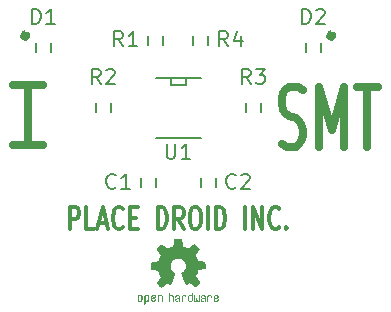
<source format=gto>
G04 (created by PCBNEW (2013-05-16 BZR 4016)-stable) date 5/21/2013 11:08:07 PM*
%MOIN*%
G04 Gerber Fmt 3.4, Leading zero omitted, Abs format*
%FSLAX34Y34*%
G01*
G70*
G90*
G04 APERTURE LIST*
%ADD10C,0.00590551*%
%ADD11C,0.025*%
%ADD12C,0.012*%
%ADD13C,0.008*%
%ADD14C,0.0001*%
G04 APERTURE END LIST*
G54D10*
G54D11*
X5150Y2900D02*
G75*
G03X5150Y2900I-50J0D01*
G74*
G01*
X-5050Y2900D02*
G75*
G03X-5050Y2900I-50J0D01*
G74*
G01*
G54D12*
X-3614Y-3553D02*
X-3614Y-2803D01*
X-3404Y-2803D01*
X-3352Y-2839D01*
X-3326Y-2875D01*
X-3300Y-2946D01*
X-3300Y-3053D01*
X-3326Y-3125D01*
X-3352Y-3160D01*
X-3404Y-3196D01*
X-3614Y-3196D01*
X-2802Y-3553D02*
X-3064Y-3553D01*
X-3064Y-2803D01*
X-2645Y-3339D02*
X-2383Y-3339D01*
X-2697Y-3553D02*
X-2514Y-2803D01*
X-2330Y-3553D01*
X-1833Y-3482D02*
X-1859Y-3517D01*
X-1938Y-3553D01*
X-1990Y-3553D01*
X-2069Y-3517D01*
X-2121Y-3446D01*
X-2147Y-3375D01*
X-2173Y-3232D01*
X-2173Y-3125D01*
X-2147Y-2982D01*
X-2121Y-2910D01*
X-2069Y-2839D01*
X-1990Y-2803D01*
X-1938Y-2803D01*
X-1859Y-2839D01*
X-1833Y-2875D01*
X-1597Y-3160D02*
X-1414Y-3160D01*
X-1335Y-3553D02*
X-1597Y-3553D01*
X-1597Y-2803D01*
X-1335Y-2803D01*
X-680Y-3553D02*
X-680Y-2803D01*
X-550Y-2803D01*
X-471Y-2839D01*
X-419Y-2910D01*
X-392Y-2982D01*
X-366Y-3125D01*
X-366Y-3232D01*
X-392Y-3375D01*
X-419Y-3446D01*
X-471Y-3517D01*
X-550Y-3553D01*
X-680Y-3553D01*
X183Y-3553D02*
X0Y-3196D01*
X-130Y-3553D02*
X-130Y-2803D01*
X78Y-2803D01*
X130Y-2839D01*
X157Y-2875D01*
X183Y-2946D01*
X183Y-3053D01*
X157Y-3125D01*
X130Y-3160D01*
X78Y-3196D01*
X-130Y-3196D01*
X523Y-2803D02*
X628Y-2803D01*
X680Y-2839D01*
X733Y-2910D01*
X759Y-3053D01*
X759Y-3303D01*
X733Y-3446D01*
X680Y-3517D01*
X628Y-3553D01*
X523Y-3553D01*
X471Y-3517D01*
X419Y-3446D01*
X392Y-3303D01*
X392Y-3053D01*
X419Y-2910D01*
X471Y-2839D01*
X523Y-2803D01*
X995Y-3553D02*
X995Y-2803D01*
X1257Y-3553D02*
X1257Y-2803D01*
X1388Y-2803D01*
X1466Y-2839D01*
X1519Y-2910D01*
X1545Y-2982D01*
X1571Y-3125D01*
X1571Y-3232D01*
X1545Y-3375D01*
X1519Y-3446D01*
X1466Y-3517D01*
X1388Y-3553D01*
X1257Y-3553D01*
X2226Y-3553D02*
X2226Y-2803D01*
X2488Y-3553D02*
X2488Y-2803D01*
X2802Y-3553D01*
X2802Y-2803D01*
X3378Y-3482D02*
X3352Y-3517D01*
X3273Y-3553D01*
X3221Y-3553D01*
X3142Y-3517D01*
X3090Y-3446D01*
X3064Y-3375D01*
X3038Y-3232D01*
X3038Y-3125D01*
X3064Y-2982D01*
X3090Y-2910D01*
X3142Y-2839D01*
X3221Y-2803D01*
X3273Y-2803D01*
X3352Y-2839D01*
X3378Y-2875D01*
X3614Y-3482D02*
X3640Y-3517D01*
X3614Y-3553D01*
X3588Y-3517D01*
X3614Y-3482D01*
X3614Y-3553D01*
G54D11*
X-5000Y1250D02*
X-5000Y-750D01*
X-5500Y1250D02*
X-4500Y1250D01*
X-5500Y-750D02*
X-4500Y-750D01*
X3452Y-714D02*
X3630Y-809D01*
X3928Y-809D01*
X4047Y-714D01*
X4107Y-619D01*
X4166Y-428D01*
X4166Y-238D01*
X4107Y-47D01*
X4047Y47D01*
X3928Y142D01*
X3690Y238D01*
X3571Y333D01*
X3511Y428D01*
X3452Y619D01*
X3452Y809D01*
X3511Y1000D01*
X3571Y1095D01*
X3690Y1190D01*
X3988Y1190D01*
X4166Y1095D01*
X4702Y-809D02*
X4702Y1190D01*
X5119Y-238D01*
X5535Y1190D01*
X5535Y-809D01*
X5952Y1190D02*
X6666Y1190D01*
X6309Y-809D02*
X6309Y1190D01*
G54D13*
X-250Y1500D02*
X-250Y1250D01*
X-250Y1250D02*
X250Y1250D01*
X250Y1250D02*
X250Y1500D01*
X-750Y-500D02*
X750Y-500D01*
X-750Y1500D02*
X750Y1500D01*
X-750Y-1850D02*
X-750Y-2150D01*
X-1250Y-1850D02*
X-1250Y-2150D01*
X1250Y-1850D02*
X1250Y-2150D01*
X750Y-1850D02*
X750Y-2150D01*
X-4750Y2350D02*
X-4750Y2650D01*
X-4250Y2350D02*
X-4250Y2650D01*
X4250Y2350D02*
X4250Y2650D01*
X4750Y2350D02*
X4750Y2650D01*
X500Y2600D02*
X500Y2900D01*
X1000Y2600D02*
X1000Y2900D01*
X-500Y2900D02*
X-500Y2600D01*
X-1000Y2900D02*
X-1000Y2600D01*
X-2750Y350D02*
X-2750Y650D01*
X-2250Y350D02*
X-2250Y650D01*
X2250Y350D02*
X2250Y650D01*
X2750Y350D02*
X2750Y650D01*
G54D14*
G36*
X-90Y-3870D02*
X-80Y-3870D01*
X-80Y-3880D01*
X-90Y-3880D01*
X-90Y-3870D01*
X-90Y-3870D01*
G37*
G36*
X-80Y-3870D02*
X-70Y-3870D01*
X-70Y-3880D01*
X-80Y-3880D01*
X-80Y-3870D01*
X-80Y-3870D01*
G37*
G36*
X-70Y-3870D02*
X-60Y-3870D01*
X-60Y-3880D01*
X-70Y-3880D01*
X-70Y-3870D01*
X-70Y-3870D01*
G37*
G36*
X-60Y-3870D02*
X-50Y-3870D01*
X-50Y-3880D01*
X-60Y-3880D01*
X-60Y-3870D01*
X-60Y-3870D01*
G37*
G36*
X-50Y-3870D02*
X-40Y-3870D01*
X-40Y-3880D01*
X-50Y-3880D01*
X-50Y-3870D01*
X-50Y-3870D01*
G37*
G36*
X-40Y-3870D02*
X-30Y-3870D01*
X-30Y-3880D01*
X-40Y-3880D01*
X-40Y-3870D01*
X-40Y-3870D01*
G37*
G36*
X-30Y-3870D02*
X-20Y-3870D01*
X-20Y-3880D01*
X-30Y-3880D01*
X-30Y-3870D01*
X-30Y-3870D01*
G37*
G36*
X-20Y-3870D02*
X-10Y-3870D01*
X-10Y-3880D01*
X-20Y-3880D01*
X-20Y-3870D01*
X-20Y-3870D01*
G37*
G36*
X-10Y-3870D02*
X0Y-3870D01*
X0Y-3880D01*
X-10Y-3880D01*
X-10Y-3870D01*
X-10Y-3870D01*
G37*
G36*
X0Y-3870D02*
X10Y-3870D01*
X10Y-3880D01*
X0Y-3880D01*
X0Y-3870D01*
X0Y-3870D01*
G37*
G36*
X10Y-3870D02*
X20Y-3870D01*
X20Y-3880D01*
X10Y-3880D01*
X10Y-3870D01*
X10Y-3870D01*
G37*
G36*
X20Y-3870D02*
X30Y-3870D01*
X30Y-3880D01*
X20Y-3880D01*
X20Y-3870D01*
X20Y-3870D01*
G37*
G36*
X30Y-3870D02*
X40Y-3870D01*
X40Y-3880D01*
X30Y-3880D01*
X30Y-3870D01*
X30Y-3870D01*
G37*
G36*
X40Y-3870D02*
X50Y-3870D01*
X50Y-3880D01*
X40Y-3880D01*
X40Y-3870D01*
X40Y-3870D01*
G37*
G36*
X50Y-3870D02*
X60Y-3870D01*
X60Y-3880D01*
X50Y-3880D01*
X50Y-3870D01*
X50Y-3870D01*
G37*
G36*
X60Y-3870D02*
X70Y-3870D01*
X70Y-3880D01*
X60Y-3880D01*
X60Y-3870D01*
X60Y-3870D01*
G37*
G36*
X70Y-3870D02*
X80Y-3870D01*
X80Y-3880D01*
X70Y-3880D01*
X70Y-3870D01*
X70Y-3870D01*
G37*
G36*
X80Y-3870D02*
X90Y-3870D01*
X90Y-3880D01*
X80Y-3880D01*
X80Y-3870D01*
X80Y-3870D01*
G37*
G36*
X90Y-3870D02*
X100Y-3870D01*
X100Y-3880D01*
X90Y-3880D01*
X90Y-3870D01*
X90Y-3870D01*
G37*
G36*
X100Y-3870D02*
X110Y-3870D01*
X110Y-3880D01*
X100Y-3880D01*
X100Y-3870D01*
X100Y-3870D01*
G37*
G36*
X-110Y-3880D02*
X-100Y-3880D01*
X-100Y-3890D01*
X-110Y-3890D01*
X-110Y-3880D01*
X-110Y-3880D01*
G37*
G36*
X-100Y-3880D02*
X-90Y-3880D01*
X-90Y-3890D01*
X-100Y-3890D01*
X-100Y-3880D01*
X-100Y-3880D01*
G37*
G36*
X-90Y-3880D02*
X-80Y-3880D01*
X-80Y-3890D01*
X-90Y-3890D01*
X-90Y-3880D01*
X-90Y-3880D01*
G37*
G36*
X-80Y-3880D02*
X-70Y-3880D01*
X-70Y-3890D01*
X-80Y-3890D01*
X-80Y-3880D01*
X-80Y-3880D01*
G37*
G36*
X-70Y-3880D02*
X-60Y-3880D01*
X-60Y-3890D01*
X-70Y-3890D01*
X-70Y-3880D01*
X-70Y-3880D01*
G37*
G36*
X-60Y-3880D02*
X-50Y-3880D01*
X-50Y-3890D01*
X-60Y-3890D01*
X-60Y-3880D01*
X-60Y-3880D01*
G37*
G36*
X-50Y-3880D02*
X-40Y-3880D01*
X-40Y-3890D01*
X-50Y-3890D01*
X-50Y-3880D01*
X-50Y-3880D01*
G37*
G36*
X-40Y-3880D02*
X-30Y-3880D01*
X-30Y-3890D01*
X-40Y-3890D01*
X-40Y-3880D01*
X-40Y-3880D01*
G37*
G36*
X-30Y-3880D02*
X-20Y-3880D01*
X-20Y-3890D01*
X-30Y-3890D01*
X-30Y-3880D01*
X-30Y-3880D01*
G37*
G36*
X-20Y-3880D02*
X-10Y-3880D01*
X-10Y-3890D01*
X-20Y-3890D01*
X-20Y-3880D01*
X-20Y-3880D01*
G37*
G36*
X-10Y-3880D02*
X0Y-3880D01*
X0Y-3890D01*
X-10Y-3890D01*
X-10Y-3880D01*
X-10Y-3880D01*
G37*
G36*
X0Y-3880D02*
X10Y-3880D01*
X10Y-3890D01*
X0Y-3890D01*
X0Y-3880D01*
X0Y-3880D01*
G37*
G36*
X10Y-3880D02*
X20Y-3880D01*
X20Y-3890D01*
X10Y-3890D01*
X10Y-3880D01*
X10Y-3880D01*
G37*
G36*
X20Y-3880D02*
X30Y-3880D01*
X30Y-3890D01*
X20Y-3890D01*
X20Y-3880D01*
X20Y-3880D01*
G37*
G36*
X30Y-3880D02*
X40Y-3880D01*
X40Y-3890D01*
X30Y-3890D01*
X30Y-3880D01*
X30Y-3880D01*
G37*
G36*
X40Y-3880D02*
X50Y-3880D01*
X50Y-3890D01*
X40Y-3890D01*
X40Y-3880D01*
X40Y-3880D01*
G37*
G36*
X50Y-3880D02*
X60Y-3880D01*
X60Y-3890D01*
X50Y-3890D01*
X50Y-3880D01*
X50Y-3880D01*
G37*
G36*
X60Y-3880D02*
X70Y-3880D01*
X70Y-3890D01*
X60Y-3890D01*
X60Y-3880D01*
X60Y-3880D01*
G37*
G36*
X70Y-3880D02*
X80Y-3880D01*
X80Y-3890D01*
X70Y-3890D01*
X70Y-3880D01*
X70Y-3880D01*
G37*
G36*
X80Y-3880D02*
X90Y-3880D01*
X90Y-3890D01*
X80Y-3890D01*
X80Y-3880D01*
X80Y-3880D01*
G37*
G36*
X90Y-3880D02*
X100Y-3880D01*
X100Y-3890D01*
X90Y-3890D01*
X90Y-3880D01*
X90Y-3880D01*
G37*
G36*
X100Y-3880D02*
X110Y-3880D01*
X110Y-3890D01*
X100Y-3890D01*
X100Y-3880D01*
X100Y-3880D01*
G37*
G36*
X110Y-3880D02*
X120Y-3880D01*
X120Y-3890D01*
X110Y-3890D01*
X110Y-3880D01*
X110Y-3880D01*
G37*
G36*
X120Y-3880D02*
X130Y-3880D01*
X130Y-3890D01*
X120Y-3890D01*
X120Y-3880D01*
X120Y-3880D01*
G37*
G36*
X-120Y-3890D02*
X-110Y-3890D01*
X-110Y-3900D01*
X-120Y-3900D01*
X-120Y-3890D01*
X-120Y-3890D01*
G37*
G36*
X-110Y-3890D02*
X-100Y-3890D01*
X-100Y-3900D01*
X-110Y-3900D01*
X-110Y-3890D01*
X-110Y-3890D01*
G37*
G36*
X-100Y-3890D02*
X-90Y-3890D01*
X-90Y-3900D01*
X-100Y-3900D01*
X-100Y-3890D01*
X-100Y-3890D01*
G37*
G36*
X-90Y-3890D02*
X-80Y-3890D01*
X-80Y-3900D01*
X-90Y-3900D01*
X-90Y-3890D01*
X-90Y-3890D01*
G37*
G36*
X-80Y-3890D02*
X-70Y-3890D01*
X-70Y-3900D01*
X-80Y-3900D01*
X-80Y-3890D01*
X-80Y-3890D01*
G37*
G36*
X-70Y-3890D02*
X-60Y-3890D01*
X-60Y-3900D01*
X-70Y-3900D01*
X-70Y-3890D01*
X-70Y-3890D01*
G37*
G36*
X-60Y-3890D02*
X-50Y-3890D01*
X-50Y-3900D01*
X-60Y-3900D01*
X-60Y-3890D01*
X-60Y-3890D01*
G37*
G36*
X-50Y-3890D02*
X-40Y-3890D01*
X-40Y-3900D01*
X-50Y-3900D01*
X-50Y-3890D01*
X-50Y-3890D01*
G37*
G36*
X-40Y-3890D02*
X-30Y-3890D01*
X-30Y-3900D01*
X-40Y-3900D01*
X-40Y-3890D01*
X-40Y-3890D01*
G37*
G36*
X-30Y-3890D02*
X-20Y-3890D01*
X-20Y-3900D01*
X-30Y-3900D01*
X-30Y-3890D01*
X-30Y-3890D01*
G37*
G36*
X-20Y-3890D02*
X-10Y-3890D01*
X-10Y-3900D01*
X-20Y-3900D01*
X-20Y-3890D01*
X-20Y-3890D01*
G37*
G36*
X-10Y-3890D02*
X0Y-3890D01*
X0Y-3900D01*
X-10Y-3900D01*
X-10Y-3890D01*
X-10Y-3890D01*
G37*
G36*
X0Y-3890D02*
X10Y-3890D01*
X10Y-3900D01*
X0Y-3900D01*
X0Y-3890D01*
X0Y-3890D01*
G37*
G36*
X10Y-3890D02*
X20Y-3890D01*
X20Y-3900D01*
X10Y-3900D01*
X10Y-3890D01*
X10Y-3890D01*
G37*
G36*
X20Y-3890D02*
X30Y-3890D01*
X30Y-3900D01*
X20Y-3900D01*
X20Y-3890D01*
X20Y-3890D01*
G37*
G36*
X30Y-3890D02*
X40Y-3890D01*
X40Y-3900D01*
X30Y-3900D01*
X30Y-3890D01*
X30Y-3890D01*
G37*
G36*
X40Y-3890D02*
X50Y-3890D01*
X50Y-3900D01*
X40Y-3900D01*
X40Y-3890D01*
X40Y-3890D01*
G37*
G36*
X50Y-3890D02*
X60Y-3890D01*
X60Y-3900D01*
X50Y-3900D01*
X50Y-3890D01*
X50Y-3890D01*
G37*
G36*
X60Y-3890D02*
X70Y-3890D01*
X70Y-3900D01*
X60Y-3900D01*
X60Y-3890D01*
X60Y-3890D01*
G37*
G36*
X70Y-3890D02*
X80Y-3890D01*
X80Y-3900D01*
X70Y-3900D01*
X70Y-3890D01*
X70Y-3890D01*
G37*
G36*
X80Y-3890D02*
X90Y-3890D01*
X90Y-3900D01*
X80Y-3900D01*
X80Y-3890D01*
X80Y-3890D01*
G37*
G36*
X90Y-3890D02*
X100Y-3890D01*
X100Y-3900D01*
X90Y-3900D01*
X90Y-3890D01*
X90Y-3890D01*
G37*
G36*
X100Y-3890D02*
X110Y-3890D01*
X110Y-3900D01*
X100Y-3900D01*
X100Y-3890D01*
X100Y-3890D01*
G37*
G36*
X110Y-3890D02*
X120Y-3890D01*
X120Y-3900D01*
X110Y-3900D01*
X110Y-3890D01*
X110Y-3890D01*
G37*
G36*
X120Y-3890D02*
X130Y-3890D01*
X130Y-3900D01*
X120Y-3900D01*
X120Y-3890D01*
X120Y-3890D01*
G37*
G36*
X-120Y-3900D02*
X-110Y-3900D01*
X-110Y-3910D01*
X-120Y-3910D01*
X-120Y-3900D01*
X-120Y-3900D01*
G37*
G36*
X-110Y-3900D02*
X-100Y-3900D01*
X-100Y-3910D01*
X-110Y-3910D01*
X-110Y-3900D01*
X-110Y-3900D01*
G37*
G36*
X-100Y-3900D02*
X-90Y-3900D01*
X-90Y-3910D01*
X-100Y-3910D01*
X-100Y-3900D01*
X-100Y-3900D01*
G37*
G36*
X-90Y-3900D02*
X-80Y-3900D01*
X-80Y-3910D01*
X-90Y-3910D01*
X-90Y-3900D01*
X-90Y-3900D01*
G37*
G36*
X-80Y-3900D02*
X-70Y-3900D01*
X-70Y-3910D01*
X-80Y-3910D01*
X-80Y-3900D01*
X-80Y-3900D01*
G37*
G36*
X-70Y-3900D02*
X-60Y-3900D01*
X-60Y-3910D01*
X-70Y-3910D01*
X-70Y-3900D01*
X-70Y-3900D01*
G37*
G36*
X-60Y-3900D02*
X-50Y-3900D01*
X-50Y-3910D01*
X-60Y-3910D01*
X-60Y-3900D01*
X-60Y-3900D01*
G37*
G36*
X-50Y-3900D02*
X-40Y-3900D01*
X-40Y-3910D01*
X-50Y-3910D01*
X-50Y-3900D01*
X-50Y-3900D01*
G37*
G36*
X-40Y-3900D02*
X-30Y-3900D01*
X-30Y-3910D01*
X-40Y-3910D01*
X-40Y-3900D01*
X-40Y-3900D01*
G37*
G36*
X-30Y-3900D02*
X-20Y-3900D01*
X-20Y-3910D01*
X-30Y-3910D01*
X-30Y-3900D01*
X-30Y-3900D01*
G37*
G36*
X-20Y-3900D02*
X-10Y-3900D01*
X-10Y-3910D01*
X-20Y-3910D01*
X-20Y-3900D01*
X-20Y-3900D01*
G37*
G36*
X-10Y-3900D02*
X0Y-3900D01*
X0Y-3910D01*
X-10Y-3910D01*
X-10Y-3900D01*
X-10Y-3900D01*
G37*
G36*
X0Y-3900D02*
X10Y-3900D01*
X10Y-3910D01*
X0Y-3910D01*
X0Y-3900D01*
X0Y-3900D01*
G37*
G36*
X10Y-3900D02*
X20Y-3900D01*
X20Y-3910D01*
X10Y-3910D01*
X10Y-3900D01*
X10Y-3900D01*
G37*
G36*
X20Y-3900D02*
X30Y-3900D01*
X30Y-3910D01*
X20Y-3910D01*
X20Y-3900D01*
X20Y-3900D01*
G37*
G36*
X30Y-3900D02*
X40Y-3900D01*
X40Y-3910D01*
X30Y-3910D01*
X30Y-3900D01*
X30Y-3900D01*
G37*
G36*
X40Y-3900D02*
X50Y-3900D01*
X50Y-3910D01*
X40Y-3910D01*
X40Y-3900D01*
X40Y-3900D01*
G37*
G36*
X50Y-3900D02*
X60Y-3900D01*
X60Y-3910D01*
X50Y-3910D01*
X50Y-3900D01*
X50Y-3900D01*
G37*
G36*
X60Y-3900D02*
X70Y-3900D01*
X70Y-3910D01*
X60Y-3910D01*
X60Y-3900D01*
X60Y-3900D01*
G37*
G36*
X70Y-3900D02*
X80Y-3900D01*
X80Y-3910D01*
X70Y-3910D01*
X70Y-3900D01*
X70Y-3900D01*
G37*
G36*
X80Y-3900D02*
X90Y-3900D01*
X90Y-3910D01*
X80Y-3910D01*
X80Y-3900D01*
X80Y-3900D01*
G37*
G36*
X90Y-3900D02*
X100Y-3900D01*
X100Y-3910D01*
X90Y-3910D01*
X90Y-3900D01*
X90Y-3900D01*
G37*
G36*
X100Y-3900D02*
X110Y-3900D01*
X110Y-3910D01*
X100Y-3910D01*
X100Y-3900D01*
X100Y-3900D01*
G37*
G36*
X110Y-3900D02*
X120Y-3900D01*
X120Y-3910D01*
X110Y-3910D01*
X110Y-3900D01*
X110Y-3900D01*
G37*
G36*
X120Y-3900D02*
X130Y-3900D01*
X130Y-3910D01*
X120Y-3910D01*
X120Y-3900D01*
X120Y-3900D01*
G37*
G36*
X-120Y-3910D02*
X-110Y-3910D01*
X-110Y-3920D01*
X-120Y-3920D01*
X-120Y-3910D01*
X-120Y-3910D01*
G37*
G36*
X-110Y-3910D02*
X-100Y-3910D01*
X-100Y-3920D01*
X-110Y-3920D01*
X-110Y-3910D01*
X-110Y-3910D01*
G37*
G36*
X-100Y-3910D02*
X-90Y-3910D01*
X-90Y-3920D01*
X-100Y-3920D01*
X-100Y-3910D01*
X-100Y-3910D01*
G37*
G36*
X-90Y-3910D02*
X-80Y-3910D01*
X-80Y-3920D01*
X-90Y-3920D01*
X-90Y-3910D01*
X-90Y-3910D01*
G37*
G36*
X-80Y-3910D02*
X-70Y-3910D01*
X-70Y-3920D01*
X-80Y-3920D01*
X-80Y-3910D01*
X-80Y-3910D01*
G37*
G36*
X-70Y-3910D02*
X-60Y-3910D01*
X-60Y-3920D01*
X-70Y-3920D01*
X-70Y-3910D01*
X-70Y-3910D01*
G37*
G36*
X-60Y-3910D02*
X-50Y-3910D01*
X-50Y-3920D01*
X-60Y-3920D01*
X-60Y-3910D01*
X-60Y-3910D01*
G37*
G36*
X-50Y-3910D02*
X-40Y-3910D01*
X-40Y-3920D01*
X-50Y-3920D01*
X-50Y-3910D01*
X-50Y-3910D01*
G37*
G36*
X-40Y-3910D02*
X-30Y-3910D01*
X-30Y-3920D01*
X-40Y-3920D01*
X-40Y-3910D01*
X-40Y-3910D01*
G37*
G36*
X-30Y-3910D02*
X-20Y-3910D01*
X-20Y-3920D01*
X-30Y-3920D01*
X-30Y-3910D01*
X-30Y-3910D01*
G37*
G36*
X-20Y-3910D02*
X-10Y-3910D01*
X-10Y-3920D01*
X-20Y-3920D01*
X-20Y-3910D01*
X-20Y-3910D01*
G37*
G36*
X-10Y-3910D02*
X0Y-3910D01*
X0Y-3920D01*
X-10Y-3920D01*
X-10Y-3910D01*
X-10Y-3910D01*
G37*
G36*
X0Y-3910D02*
X10Y-3910D01*
X10Y-3920D01*
X0Y-3920D01*
X0Y-3910D01*
X0Y-3910D01*
G37*
G36*
X10Y-3910D02*
X20Y-3910D01*
X20Y-3920D01*
X10Y-3920D01*
X10Y-3910D01*
X10Y-3910D01*
G37*
G36*
X20Y-3910D02*
X30Y-3910D01*
X30Y-3920D01*
X20Y-3920D01*
X20Y-3910D01*
X20Y-3910D01*
G37*
G36*
X30Y-3910D02*
X40Y-3910D01*
X40Y-3920D01*
X30Y-3920D01*
X30Y-3910D01*
X30Y-3910D01*
G37*
G36*
X40Y-3910D02*
X50Y-3910D01*
X50Y-3920D01*
X40Y-3920D01*
X40Y-3910D01*
X40Y-3910D01*
G37*
G36*
X50Y-3910D02*
X60Y-3910D01*
X60Y-3920D01*
X50Y-3920D01*
X50Y-3910D01*
X50Y-3910D01*
G37*
G36*
X60Y-3910D02*
X70Y-3910D01*
X70Y-3920D01*
X60Y-3920D01*
X60Y-3910D01*
X60Y-3910D01*
G37*
G36*
X70Y-3910D02*
X80Y-3910D01*
X80Y-3920D01*
X70Y-3920D01*
X70Y-3910D01*
X70Y-3910D01*
G37*
G36*
X80Y-3910D02*
X90Y-3910D01*
X90Y-3920D01*
X80Y-3920D01*
X80Y-3910D01*
X80Y-3910D01*
G37*
G36*
X90Y-3910D02*
X100Y-3910D01*
X100Y-3920D01*
X90Y-3920D01*
X90Y-3910D01*
X90Y-3910D01*
G37*
G36*
X100Y-3910D02*
X110Y-3910D01*
X110Y-3920D01*
X100Y-3920D01*
X100Y-3910D01*
X100Y-3910D01*
G37*
G36*
X110Y-3910D02*
X120Y-3910D01*
X120Y-3920D01*
X110Y-3920D01*
X110Y-3910D01*
X110Y-3910D01*
G37*
G36*
X120Y-3910D02*
X130Y-3910D01*
X130Y-3920D01*
X120Y-3920D01*
X120Y-3910D01*
X120Y-3910D01*
G37*
G36*
X-120Y-3920D02*
X-110Y-3920D01*
X-110Y-3930D01*
X-120Y-3930D01*
X-120Y-3920D01*
X-120Y-3920D01*
G37*
G36*
X-110Y-3920D02*
X-100Y-3920D01*
X-100Y-3930D01*
X-110Y-3930D01*
X-110Y-3920D01*
X-110Y-3920D01*
G37*
G36*
X-100Y-3920D02*
X-90Y-3920D01*
X-90Y-3930D01*
X-100Y-3930D01*
X-100Y-3920D01*
X-100Y-3920D01*
G37*
G36*
X-90Y-3920D02*
X-80Y-3920D01*
X-80Y-3930D01*
X-90Y-3930D01*
X-90Y-3920D01*
X-90Y-3920D01*
G37*
G36*
X-80Y-3920D02*
X-70Y-3920D01*
X-70Y-3930D01*
X-80Y-3930D01*
X-80Y-3920D01*
X-80Y-3920D01*
G37*
G36*
X-70Y-3920D02*
X-60Y-3920D01*
X-60Y-3930D01*
X-70Y-3930D01*
X-70Y-3920D01*
X-70Y-3920D01*
G37*
G36*
X-60Y-3920D02*
X-50Y-3920D01*
X-50Y-3930D01*
X-60Y-3930D01*
X-60Y-3920D01*
X-60Y-3920D01*
G37*
G36*
X-50Y-3920D02*
X-40Y-3920D01*
X-40Y-3930D01*
X-50Y-3930D01*
X-50Y-3920D01*
X-50Y-3920D01*
G37*
G36*
X-40Y-3920D02*
X-30Y-3920D01*
X-30Y-3930D01*
X-40Y-3930D01*
X-40Y-3920D01*
X-40Y-3920D01*
G37*
G36*
X-30Y-3920D02*
X-20Y-3920D01*
X-20Y-3930D01*
X-30Y-3930D01*
X-30Y-3920D01*
X-30Y-3920D01*
G37*
G36*
X-20Y-3920D02*
X-10Y-3920D01*
X-10Y-3930D01*
X-20Y-3930D01*
X-20Y-3920D01*
X-20Y-3920D01*
G37*
G36*
X-10Y-3920D02*
X0Y-3920D01*
X0Y-3930D01*
X-10Y-3930D01*
X-10Y-3920D01*
X-10Y-3920D01*
G37*
G36*
X0Y-3920D02*
X10Y-3920D01*
X10Y-3930D01*
X0Y-3930D01*
X0Y-3920D01*
X0Y-3920D01*
G37*
G36*
X10Y-3920D02*
X20Y-3920D01*
X20Y-3930D01*
X10Y-3930D01*
X10Y-3920D01*
X10Y-3920D01*
G37*
G36*
X20Y-3920D02*
X30Y-3920D01*
X30Y-3930D01*
X20Y-3930D01*
X20Y-3920D01*
X20Y-3920D01*
G37*
G36*
X30Y-3920D02*
X40Y-3920D01*
X40Y-3930D01*
X30Y-3930D01*
X30Y-3920D01*
X30Y-3920D01*
G37*
G36*
X40Y-3920D02*
X50Y-3920D01*
X50Y-3930D01*
X40Y-3930D01*
X40Y-3920D01*
X40Y-3920D01*
G37*
G36*
X50Y-3920D02*
X60Y-3920D01*
X60Y-3930D01*
X50Y-3930D01*
X50Y-3920D01*
X50Y-3920D01*
G37*
G36*
X60Y-3920D02*
X70Y-3920D01*
X70Y-3930D01*
X60Y-3930D01*
X60Y-3920D01*
X60Y-3920D01*
G37*
G36*
X70Y-3920D02*
X80Y-3920D01*
X80Y-3930D01*
X70Y-3930D01*
X70Y-3920D01*
X70Y-3920D01*
G37*
G36*
X80Y-3920D02*
X90Y-3920D01*
X90Y-3930D01*
X80Y-3930D01*
X80Y-3920D01*
X80Y-3920D01*
G37*
G36*
X90Y-3920D02*
X100Y-3920D01*
X100Y-3930D01*
X90Y-3930D01*
X90Y-3920D01*
X90Y-3920D01*
G37*
G36*
X100Y-3920D02*
X110Y-3920D01*
X110Y-3930D01*
X100Y-3930D01*
X100Y-3920D01*
X100Y-3920D01*
G37*
G36*
X110Y-3920D02*
X120Y-3920D01*
X120Y-3930D01*
X110Y-3930D01*
X110Y-3920D01*
X110Y-3920D01*
G37*
G36*
X120Y-3920D02*
X130Y-3920D01*
X130Y-3930D01*
X120Y-3930D01*
X120Y-3920D01*
X120Y-3920D01*
G37*
G36*
X-130Y-3930D02*
X-120Y-3930D01*
X-120Y-3940D01*
X-130Y-3940D01*
X-130Y-3930D01*
X-130Y-3930D01*
G37*
G36*
X-120Y-3930D02*
X-110Y-3930D01*
X-110Y-3940D01*
X-120Y-3940D01*
X-120Y-3930D01*
X-120Y-3930D01*
G37*
G36*
X-110Y-3930D02*
X-100Y-3930D01*
X-100Y-3940D01*
X-110Y-3940D01*
X-110Y-3930D01*
X-110Y-3930D01*
G37*
G36*
X-100Y-3930D02*
X-90Y-3930D01*
X-90Y-3940D01*
X-100Y-3940D01*
X-100Y-3930D01*
X-100Y-3930D01*
G37*
G36*
X-90Y-3930D02*
X-80Y-3930D01*
X-80Y-3940D01*
X-90Y-3940D01*
X-90Y-3930D01*
X-90Y-3930D01*
G37*
G36*
X-80Y-3930D02*
X-70Y-3930D01*
X-70Y-3940D01*
X-80Y-3940D01*
X-80Y-3930D01*
X-80Y-3930D01*
G37*
G36*
X-70Y-3930D02*
X-60Y-3930D01*
X-60Y-3940D01*
X-70Y-3940D01*
X-70Y-3930D01*
X-70Y-3930D01*
G37*
G36*
X-60Y-3930D02*
X-50Y-3930D01*
X-50Y-3940D01*
X-60Y-3940D01*
X-60Y-3930D01*
X-60Y-3930D01*
G37*
G36*
X-50Y-3930D02*
X-40Y-3930D01*
X-40Y-3940D01*
X-50Y-3940D01*
X-50Y-3930D01*
X-50Y-3930D01*
G37*
G36*
X-40Y-3930D02*
X-30Y-3930D01*
X-30Y-3940D01*
X-40Y-3940D01*
X-40Y-3930D01*
X-40Y-3930D01*
G37*
G36*
X-30Y-3930D02*
X-20Y-3930D01*
X-20Y-3940D01*
X-30Y-3940D01*
X-30Y-3930D01*
X-30Y-3930D01*
G37*
G36*
X-20Y-3930D02*
X-10Y-3930D01*
X-10Y-3940D01*
X-20Y-3940D01*
X-20Y-3930D01*
X-20Y-3930D01*
G37*
G36*
X-10Y-3930D02*
X0Y-3930D01*
X0Y-3940D01*
X-10Y-3940D01*
X-10Y-3930D01*
X-10Y-3930D01*
G37*
G36*
X0Y-3930D02*
X10Y-3930D01*
X10Y-3940D01*
X0Y-3940D01*
X0Y-3930D01*
X0Y-3930D01*
G37*
G36*
X10Y-3930D02*
X20Y-3930D01*
X20Y-3940D01*
X10Y-3940D01*
X10Y-3930D01*
X10Y-3930D01*
G37*
G36*
X20Y-3930D02*
X30Y-3930D01*
X30Y-3940D01*
X20Y-3940D01*
X20Y-3930D01*
X20Y-3930D01*
G37*
G36*
X30Y-3930D02*
X40Y-3930D01*
X40Y-3940D01*
X30Y-3940D01*
X30Y-3930D01*
X30Y-3930D01*
G37*
G36*
X40Y-3930D02*
X50Y-3930D01*
X50Y-3940D01*
X40Y-3940D01*
X40Y-3930D01*
X40Y-3930D01*
G37*
G36*
X50Y-3930D02*
X60Y-3930D01*
X60Y-3940D01*
X50Y-3940D01*
X50Y-3930D01*
X50Y-3930D01*
G37*
G36*
X60Y-3930D02*
X70Y-3930D01*
X70Y-3940D01*
X60Y-3940D01*
X60Y-3930D01*
X60Y-3930D01*
G37*
G36*
X70Y-3930D02*
X80Y-3930D01*
X80Y-3940D01*
X70Y-3940D01*
X70Y-3930D01*
X70Y-3930D01*
G37*
G36*
X80Y-3930D02*
X90Y-3930D01*
X90Y-3940D01*
X80Y-3940D01*
X80Y-3930D01*
X80Y-3930D01*
G37*
G36*
X90Y-3930D02*
X100Y-3930D01*
X100Y-3940D01*
X90Y-3940D01*
X90Y-3930D01*
X90Y-3930D01*
G37*
G36*
X100Y-3930D02*
X110Y-3930D01*
X110Y-3940D01*
X100Y-3940D01*
X100Y-3930D01*
X100Y-3930D01*
G37*
G36*
X110Y-3930D02*
X120Y-3930D01*
X120Y-3940D01*
X110Y-3940D01*
X110Y-3930D01*
X110Y-3930D01*
G37*
G36*
X120Y-3930D02*
X130Y-3930D01*
X130Y-3940D01*
X120Y-3940D01*
X120Y-3930D01*
X120Y-3930D01*
G37*
G36*
X130Y-3930D02*
X140Y-3930D01*
X140Y-3940D01*
X130Y-3940D01*
X130Y-3930D01*
X130Y-3930D01*
G37*
G36*
X-130Y-3940D02*
X-120Y-3940D01*
X-120Y-3950D01*
X-130Y-3950D01*
X-130Y-3940D01*
X-130Y-3940D01*
G37*
G36*
X-120Y-3940D02*
X-110Y-3940D01*
X-110Y-3950D01*
X-120Y-3950D01*
X-120Y-3940D01*
X-120Y-3940D01*
G37*
G36*
X-110Y-3940D02*
X-100Y-3940D01*
X-100Y-3950D01*
X-110Y-3950D01*
X-110Y-3940D01*
X-110Y-3940D01*
G37*
G36*
X-100Y-3940D02*
X-90Y-3940D01*
X-90Y-3950D01*
X-100Y-3950D01*
X-100Y-3940D01*
X-100Y-3940D01*
G37*
G36*
X-90Y-3940D02*
X-80Y-3940D01*
X-80Y-3950D01*
X-90Y-3950D01*
X-90Y-3940D01*
X-90Y-3940D01*
G37*
G36*
X-80Y-3940D02*
X-70Y-3940D01*
X-70Y-3950D01*
X-80Y-3950D01*
X-80Y-3940D01*
X-80Y-3940D01*
G37*
G36*
X-70Y-3940D02*
X-60Y-3940D01*
X-60Y-3950D01*
X-70Y-3950D01*
X-70Y-3940D01*
X-70Y-3940D01*
G37*
G36*
X-60Y-3940D02*
X-50Y-3940D01*
X-50Y-3950D01*
X-60Y-3950D01*
X-60Y-3940D01*
X-60Y-3940D01*
G37*
G36*
X-50Y-3940D02*
X-40Y-3940D01*
X-40Y-3950D01*
X-50Y-3950D01*
X-50Y-3940D01*
X-50Y-3940D01*
G37*
G36*
X-40Y-3940D02*
X-30Y-3940D01*
X-30Y-3950D01*
X-40Y-3950D01*
X-40Y-3940D01*
X-40Y-3940D01*
G37*
G36*
X-30Y-3940D02*
X-20Y-3940D01*
X-20Y-3950D01*
X-30Y-3950D01*
X-30Y-3940D01*
X-30Y-3940D01*
G37*
G36*
X-20Y-3940D02*
X-10Y-3940D01*
X-10Y-3950D01*
X-20Y-3950D01*
X-20Y-3940D01*
X-20Y-3940D01*
G37*
G36*
X-10Y-3940D02*
X0Y-3940D01*
X0Y-3950D01*
X-10Y-3950D01*
X-10Y-3940D01*
X-10Y-3940D01*
G37*
G36*
X0Y-3940D02*
X10Y-3940D01*
X10Y-3950D01*
X0Y-3950D01*
X0Y-3940D01*
X0Y-3940D01*
G37*
G36*
X10Y-3940D02*
X20Y-3940D01*
X20Y-3950D01*
X10Y-3950D01*
X10Y-3940D01*
X10Y-3940D01*
G37*
G36*
X20Y-3940D02*
X30Y-3940D01*
X30Y-3950D01*
X20Y-3950D01*
X20Y-3940D01*
X20Y-3940D01*
G37*
G36*
X30Y-3940D02*
X40Y-3940D01*
X40Y-3950D01*
X30Y-3950D01*
X30Y-3940D01*
X30Y-3940D01*
G37*
G36*
X40Y-3940D02*
X50Y-3940D01*
X50Y-3950D01*
X40Y-3950D01*
X40Y-3940D01*
X40Y-3940D01*
G37*
G36*
X50Y-3940D02*
X60Y-3940D01*
X60Y-3950D01*
X50Y-3950D01*
X50Y-3940D01*
X50Y-3940D01*
G37*
G36*
X60Y-3940D02*
X70Y-3940D01*
X70Y-3950D01*
X60Y-3950D01*
X60Y-3940D01*
X60Y-3940D01*
G37*
G36*
X70Y-3940D02*
X80Y-3940D01*
X80Y-3950D01*
X70Y-3950D01*
X70Y-3940D01*
X70Y-3940D01*
G37*
G36*
X80Y-3940D02*
X90Y-3940D01*
X90Y-3950D01*
X80Y-3950D01*
X80Y-3940D01*
X80Y-3940D01*
G37*
G36*
X90Y-3940D02*
X100Y-3940D01*
X100Y-3950D01*
X90Y-3950D01*
X90Y-3940D01*
X90Y-3940D01*
G37*
G36*
X100Y-3940D02*
X110Y-3940D01*
X110Y-3950D01*
X100Y-3950D01*
X100Y-3940D01*
X100Y-3940D01*
G37*
G36*
X110Y-3940D02*
X120Y-3940D01*
X120Y-3950D01*
X110Y-3950D01*
X110Y-3940D01*
X110Y-3940D01*
G37*
G36*
X120Y-3940D02*
X130Y-3940D01*
X130Y-3950D01*
X120Y-3950D01*
X120Y-3940D01*
X120Y-3940D01*
G37*
G36*
X130Y-3940D02*
X140Y-3940D01*
X140Y-3950D01*
X130Y-3950D01*
X130Y-3940D01*
X130Y-3940D01*
G37*
G36*
X-130Y-3950D02*
X-120Y-3950D01*
X-120Y-3960D01*
X-130Y-3960D01*
X-130Y-3950D01*
X-130Y-3950D01*
G37*
G36*
X-120Y-3950D02*
X-110Y-3950D01*
X-110Y-3960D01*
X-120Y-3960D01*
X-120Y-3950D01*
X-120Y-3950D01*
G37*
G36*
X-110Y-3950D02*
X-100Y-3950D01*
X-100Y-3960D01*
X-110Y-3960D01*
X-110Y-3950D01*
X-110Y-3950D01*
G37*
G36*
X-100Y-3950D02*
X-90Y-3950D01*
X-90Y-3960D01*
X-100Y-3960D01*
X-100Y-3950D01*
X-100Y-3950D01*
G37*
G36*
X-90Y-3950D02*
X-80Y-3950D01*
X-80Y-3960D01*
X-90Y-3960D01*
X-90Y-3950D01*
X-90Y-3950D01*
G37*
G36*
X-80Y-3950D02*
X-70Y-3950D01*
X-70Y-3960D01*
X-80Y-3960D01*
X-80Y-3950D01*
X-80Y-3950D01*
G37*
G36*
X-70Y-3950D02*
X-60Y-3950D01*
X-60Y-3960D01*
X-70Y-3960D01*
X-70Y-3950D01*
X-70Y-3950D01*
G37*
G36*
X-60Y-3950D02*
X-50Y-3950D01*
X-50Y-3960D01*
X-60Y-3960D01*
X-60Y-3950D01*
X-60Y-3950D01*
G37*
G36*
X-50Y-3950D02*
X-40Y-3950D01*
X-40Y-3960D01*
X-50Y-3960D01*
X-50Y-3950D01*
X-50Y-3950D01*
G37*
G36*
X-40Y-3950D02*
X-30Y-3950D01*
X-30Y-3960D01*
X-40Y-3960D01*
X-40Y-3950D01*
X-40Y-3950D01*
G37*
G36*
X-30Y-3950D02*
X-20Y-3950D01*
X-20Y-3960D01*
X-30Y-3960D01*
X-30Y-3950D01*
X-30Y-3950D01*
G37*
G36*
X-20Y-3950D02*
X-10Y-3950D01*
X-10Y-3960D01*
X-20Y-3960D01*
X-20Y-3950D01*
X-20Y-3950D01*
G37*
G36*
X-10Y-3950D02*
X0Y-3950D01*
X0Y-3960D01*
X-10Y-3960D01*
X-10Y-3950D01*
X-10Y-3950D01*
G37*
G36*
X0Y-3950D02*
X10Y-3950D01*
X10Y-3960D01*
X0Y-3960D01*
X0Y-3950D01*
X0Y-3950D01*
G37*
G36*
X10Y-3950D02*
X20Y-3950D01*
X20Y-3960D01*
X10Y-3960D01*
X10Y-3950D01*
X10Y-3950D01*
G37*
G36*
X20Y-3950D02*
X30Y-3950D01*
X30Y-3960D01*
X20Y-3960D01*
X20Y-3950D01*
X20Y-3950D01*
G37*
G36*
X30Y-3950D02*
X40Y-3950D01*
X40Y-3960D01*
X30Y-3960D01*
X30Y-3950D01*
X30Y-3950D01*
G37*
G36*
X40Y-3950D02*
X50Y-3950D01*
X50Y-3960D01*
X40Y-3960D01*
X40Y-3950D01*
X40Y-3950D01*
G37*
G36*
X50Y-3950D02*
X60Y-3950D01*
X60Y-3960D01*
X50Y-3960D01*
X50Y-3950D01*
X50Y-3950D01*
G37*
G36*
X60Y-3950D02*
X70Y-3950D01*
X70Y-3960D01*
X60Y-3960D01*
X60Y-3950D01*
X60Y-3950D01*
G37*
G36*
X70Y-3950D02*
X80Y-3950D01*
X80Y-3960D01*
X70Y-3960D01*
X70Y-3950D01*
X70Y-3950D01*
G37*
G36*
X80Y-3950D02*
X90Y-3950D01*
X90Y-3960D01*
X80Y-3960D01*
X80Y-3950D01*
X80Y-3950D01*
G37*
G36*
X90Y-3950D02*
X100Y-3950D01*
X100Y-3960D01*
X90Y-3960D01*
X90Y-3950D01*
X90Y-3950D01*
G37*
G36*
X100Y-3950D02*
X110Y-3950D01*
X110Y-3960D01*
X100Y-3960D01*
X100Y-3950D01*
X100Y-3950D01*
G37*
G36*
X110Y-3950D02*
X120Y-3950D01*
X120Y-3960D01*
X110Y-3960D01*
X110Y-3950D01*
X110Y-3950D01*
G37*
G36*
X120Y-3950D02*
X130Y-3950D01*
X130Y-3960D01*
X120Y-3960D01*
X120Y-3950D01*
X120Y-3950D01*
G37*
G36*
X130Y-3950D02*
X140Y-3950D01*
X140Y-3960D01*
X130Y-3960D01*
X130Y-3950D01*
X130Y-3950D01*
G37*
G36*
X-130Y-3960D02*
X-120Y-3960D01*
X-120Y-3970D01*
X-130Y-3970D01*
X-130Y-3960D01*
X-130Y-3960D01*
G37*
G36*
X-120Y-3960D02*
X-110Y-3960D01*
X-110Y-3970D01*
X-120Y-3970D01*
X-120Y-3960D01*
X-120Y-3960D01*
G37*
G36*
X-110Y-3960D02*
X-100Y-3960D01*
X-100Y-3970D01*
X-110Y-3970D01*
X-110Y-3960D01*
X-110Y-3960D01*
G37*
G36*
X-100Y-3960D02*
X-90Y-3960D01*
X-90Y-3970D01*
X-100Y-3970D01*
X-100Y-3960D01*
X-100Y-3960D01*
G37*
G36*
X-90Y-3960D02*
X-80Y-3960D01*
X-80Y-3970D01*
X-90Y-3970D01*
X-90Y-3960D01*
X-90Y-3960D01*
G37*
G36*
X-80Y-3960D02*
X-70Y-3960D01*
X-70Y-3970D01*
X-80Y-3970D01*
X-80Y-3960D01*
X-80Y-3960D01*
G37*
G36*
X-70Y-3960D02*
X-60Y-3960D01*
X-60Y-3970D01*
X-70Y-3970D01*
X-70Y-3960D01*
X-70Y-3960D01*
G37*
G36*
X-60Y-3960D02*
X-50Y-3960D01*
X-50Y-3970D01*
X-60Y-3970D01*
X-60Y-3960D01*
X-60Y-3960D01*
G37*
G36*
X-50Y-3960D02*
X-40Y-3960D01*
X-40Y-3970D01*
X-50Y-3970D01*
X-50Y-3960D01*
X-50Y-3960D01*
G37*
G36*
X-40Y-3960D02*
X-30Y-3960D01*
X-30Y-3970D01*
X-40Y-3970D01*
X-40Y-3960D01*
X-40Y-3960D01*
G37*
G36*
X-30Y-3960D02*
X-20Y-3960D01*
X-20Y-3970D01*
X-30Y-3970D01*
X-30Y-3960D01*
X-30Y-3960D01*
G37*
G36*
X-20Y-3960D02*
X-10Y-3960D01*
X-10Y-3970D01*
X-20Y-3970D01*
X-20Y-3960D01*
X-20Y-3960D01*
G37*
G36*
X-10Y-3960D02*
X0Y-3960D01*
X0Y-3970D01*
X-10Y-3970D01*
X-10Y-3960D01*
X-10Y-3960D01*
G37*
G36*
X0Y-3960D02*
X10Y-3960D01*
X10Y-3970D01*
X0Y-3970D01*
X0Y-3960D01*
X0Y-3960D01*
G37*
G36*
X10Y-3960D02*
X20Y-3960D01*
X20Y-3970D01*
X10Y-3970D01*
X10Y-3960D01*
X10Y-3960D01*
G37*
G36*
X20Y-3960D02*
X30Y-3960D01*
X30Y-3970D01*
X20Y-3970D01*
X20Y-3960D01*
X20Y-3960D01*
G37*
G36*
X30Y-3960D02*
X40Y-3960D01*
X40Y-3970D01*
X30Y-3970D01*
X30Y-3960D01*
X30Y-3960D01*
G37*
G36*
X40Y-3960D02*
X50Y-3960D01*
X50Y-3970D01*
X40Y-3970D01*
X40Y-3960D01*
X40Y-3960D01*
G37*
G36*
X50Y-3960D02*
X60Y-3960D01*
X60Y-3970D01*
X50Y-3970D01*
X50Y-3960D01*
X50Y-3960D01*
G37*
G36*
X60Y-3960D02*
X70Y-3960D01*
X70Y-3970D01*
X60Y-3970D01*
X60Y-3960D01*
X60Y-3960D01*
G37*
G36*
X70Y-3960D02*
X80Y-3960D01*
X80Y-3970D01*
X70Y-3970D01*
X70Y-3960D01*
X70Y-3960D01*
G37*
G36*
X80Y-3960D02*
X90Y-3960D01*
X90Y-3970D01*
X80Y-3970D01*
X80Y-3960D01*
X80Y-3960D01*
G37*
G36*
X90Y-3960D02*
X100Y-3960D01*
X100Y-3970D01*
X90Y-3970D01*
X90Y-3960D01*
X90Y-3960D01*
G37*
G36*
X100Y-3960D02*
X110Y-3960D01*
X110Y-3970D01*
X100Y-3970D01*
X100Y-3960D01*
X100Y-3960D01*
G37*
G36*
X110Y-3960D02*
X120Y-3960D01*
X120Y-3970D01*
X110Y-3970D01*
X110Y-3960D01*
X110Y-3960D01*
G37*
G36*
X120Y-3960D02*
X130Y-3960D01*
X130Y-3970D01*
X120Y-3970D01*
X120Y-3960D01*
X120Y-3960D01*
G37*
G36*
X130Y-3960D02*
X140Y-3960D01*
X140Y-3970D01*
X130Y-3970D01*
X130Y-3960D01*
X130Y-3960D01*
G37*
G36*
X-130Y-3970D02*
X-120Y-3970D01*
X-120Y-3980D01*
X-130Y-3980D01*
X-130Y-3970D01*
X-130Y-3970D01*
G37*
G36*
X-120Y-3970D02*
X-110Y-3970D01*
X-110Y-3980D01*
X-120Y-3980D01*
X-120Y-3970D01*
X-120Y-3970D01*
G37*
G36*
X-110Y-3970D02*
X-100Y-3970D01*
X-100Y-3980D01*
X-110Y-3980D01*
X-110Y-3970D01*
X-110Y-3970D01*
G37*
G36*
X-100Y-3970D02*
X-90Y-3970D01*
X-90Y-3980D01*
X-100Y-3980D01*
X-100Y-3970D01*
X-100Y-3970D01*
G37*
G36*
X-90Y-3970D02*
X-80Y-3970D01*
X-80Y-3980D01*
X-90Y-3980D01*
X-90Y-3970D01*
X-90Y-3970D01*
G37*
G36*
X-80Y-3970D02*
X-70Y-3970D01*
X-70Y-3980D01*
X-80Y-3980D01*
X-80Y-3970D01*
X-80Y-3970D01*
G37*
G36*
X-70Y-3970D02*
X-60Y-3970D01*
X-60Y-3980D01*
X-70Y-3980D01*
X-70Y-3970D01*
X-70Y-3970D01*
G37*
G36*
X-60Y-3970D02*
X-50Y-3970D01*
X-50Y-3980D01*
X-60Y-3980D01*
X-60Y-3970D01*
X-60Y-3970D01*
G37*
G36*
X-50Y-3970D02*
X-40Y-3970D01*
X-40Y-3980D01*
X-50Y-3980D01*
X-50Y-3970D01*
X-50Y-3970D01*
G37*
G36*
X-40Y-3970D02*
X-30Y-3970D01*
X-30Y-3980D01*
X-40Y-3980D01*
X-40Y-3970D01*
X-40Y-3970D01*
G37*
G36*
X-30Y-3970D02*
X-20Y-3970D01*
X-20Y-3980D01*
X-30Y-3980D01*
X-30Y-3970D01*
X-30Y-3970D01*
G37*
G36*
X-20Y-3970D02*
X-10Y-3970D01*
X-10Y-3980D01*
X-20Y-3980D01*
X-20Y-3970D01*
X-20Y-3970D01*
G37*
G36*
X-10Y-3970D02*
X0Y-3970D01*
X0Y-3980D01*
X-10Y-3980D01*
X-10Y-3970D01*
X-10Y-3970D01*
G37*
G36*
X0Y-3970D02*
X10Y-3970D01*
X10Y-3980D01*
X0Y-3980D01*
X0Y-3970D01*
X0Y-3970D01*
G37*
G36*
X10Y-3970D02*
X20Y-3970D01*
X20Y-3980D01*
X10Y-3980D01*
X10Y-3970D01*
X10Y-3970D01*
G37*
G36*
X20Y-3970D02*
X30Y-3970D01*
X30Y-3980D01*
X20Y-3980D01*
X20Y-3970D01*
X20Y-3970D01*
G37*
G36*
X30Y-3970D02*
X40Y-3970D01*
X40Y-3980D01*
X30Y-3980D01*
X30Y-3970D01*
X30Y-3970D01*
G37*
G36*
X40Y-3970D02*
X50Y-3970D01*
X50Y-3980D01*
X40Y-3980D01*
X40Y-3970D01*
X40Y-3970D01*
G37*
G36*
X50Y-3970D02*
X60Y-3970D01*
X60Y-3980D01*
X50Y-3980D01*
X50Y-3970D01*
X50Y-3970D01*
G37*
G36*
X60Y-3970D02*
X70Y-3970D01*
X70Y-3980D01*
X60Y-3980D01*
X60Y-3970D01*
X60Y-3970D01*
G37*
G36*
X70Y-3970D02*
X80Y-3970D01*
X80Y-3980D01*
X70Y-3980D01*
X70Y-3970D01*
X70Y-3970D01*
G37*
G36*
X80Y-3970D02*
X90Y-3970D01*
X90Y-3980D01*
X80Y-3980D01*
X80Y-3970D01*
X80Y-3970D01*
G37*
G36*
X90Y-3970D02*
X100Y-3970D01*
X100Y-3980D01*
X90Y-3980D01*
X90Y-3970D01*
X90Y-3970D01*
G37*
G36*
X100Y-3970D02*
X110Y-3970D01*
X110Y-3980D01*
X100Y-3980D01*
X100Y-3970D01*
X100Y-3970D01*
G37*
G36*
X110Y-3970D02*
X120Y-3970D01*
X120Y-3980D01*
X110Y-3980D01*
X110Y-3970D01*
X110Y-3970D01*
G37*
G36*
X120Y-3970D02*
X130Y-3970D01*
X130Y-3980D01*
X120Y-3980D01*
X120Y-3970D01*
X120Y-3970D01*
G37*
G36*
X130Y-3970D02*
X140Y-3970D01*
X140Y-3980D01*
X130Y-3980D01*
X130Y-3970D01*
X130Y-3970D01*
G37*
G36*
X-140Y-3980D02*
X-130Y-3980D01*
X-130Y-3990D01*
X-140Y-3990D01*
X-140Y-3980D01*
X-140Y-3980D01*
G37*
G36*
X-130Y-3980D02*
X-120Y-3980D01*
X-120Y-3990D01*
X-130Y-3990D01*
X-130Y-3980D01*
X-130Y-3980D01*
G37*
G36*
X-120Y-3980D02*
X-110Y-3980D01*
X-110Y-3990D01*
X-120Y-3990D01*
X-120Y-3980D01*
X-120Y-3980D01*
G37*
G36*
X-110Y-3980D02*
X-100Y-3980D01*
X-100Y-3990D01*
X-110Y-3990D01*
X-110Y-3980D01*
X-110Y-3980D01*
G37*
G36*
X-100Y-3980D02*
X-90Y-3980D01*
X-90Y-3990D01*
X-100Y-3990D01*
X-100Y-3980D01*
X-100Y-3980D01*
G37*
G36*
X-90Y-3980D02*
X-80Y-3980D01*
X-80Y-3990D01*
X-90Y-3990D01*
X-90Y-3980D01*
X-90Y-3980D01*
G37*
G36*
X-80Y-3980D02*
X-70Y-3980D01*
X-70Y-3990D01*
X-80Y-3990D01*
X-80Y-3980D01*
X-80Y-3980D01*
G37*
G36*
X-70Y-3980D02*
X-60Y-3980D01*
X-60Y-3990D01*
X-70Y-3990D01*
X-70Y-3980D01*
X-70Y-3980D01*
G37*
G36*
X-60Y-3980D02*
X-50Y-3980D01*
X-50Y-3990D01*
X-60Y-3990D01*
X-60Y-3980D01*
X-60Y-3980D01*
G37*
G36*
X-50Y-3980D02*
X-40Y-3980D01*
X-40Y-3990D01*
X-50Y-3990D01*
X-50Y-3980D01*
X-50Y-3980D01*
G37*
G36*
X-40Y-3980D02*
X-30Y-3980D01*
X-30Y-3990D01*
X-40Y-3990D01*
X-40Y-3980D01*
X-40Y-3980D01*
G37*
G36*
X-30Y-3980D02*
X-20Y-3980D01*
X-20Y-3990D01*
X-30Y-3990D01*
X-30Y-3980D01*
X-30Y-3980D01*
G37*
G36*
X-20Y-3980D02*
X-10Y-3980D01*
X-10Y-3990D01*
X-20Y-3990D01*
X-20Y-3980D01*
X-20Y-3980D01*
G37*
G36*
X-10Y-3980D02*
X0Y-3980D01*
X0Y-3990D01*
X-10Y-3990D01*
X-10Y-3980D01*
X-10Y-3980D01*
G37*
G36*
X0Y-3980D02*
X10Y-3980D01*
X10Y-3990D01*
X0Y-3990D01*
X0Y-3980D01*
X0Y-3980D01*
G37*
G36*
X10Y-3980D02*
X20Y-3980D01*
X20Y-3990D01*
X10Y-3990D01*
X10Y-3980D01*
X10Y-3980D01*
G37*
G36*
X20Y-3980D02*
X30Y-3980D01*
X30Y-3990D01*
X20Y-3990D01*
X20Y-3980D01*
X20Y-3980D01*
G37*
G36*
X30Y-3980D02*
X40Y-3980D01*
X40Y-3990D01*
X30Y-3990D01*
X30Y-3980D01*
X30Y-3980D01*
G37*
G36*
X40Y-3980D02*
X50Y-3980D01*
X50Y-3990D01*
X40Y-3990D01*
X40Y-3980D01*
X40Y-3980D01*
G37*
G36*
X50Y-3980D02*
X60Y-3980D01*
X60Y-3990D01*
X50Y-3990D01*
X50Y-3980D01*
X50Y-3980D01*
G37*
G36*
X60Y-3980D02*
X70Y-3980D01*
X70Y-3990D01*
X60Y-3990D01*
X60Y-3980D01*
X60Y-3980D01*
G37*
G36*
X70Y-3980D02*
X80Y-3980D01*
X80Y-3990D01*
X70Y-3990D01*
X70Y-3980D01*
X70Y-3980D01*
G37*
G36*
X80Y-3980D02*
X90Y-3980D01*
X90Y-3990D01*
X80Y-3990D01*
X80Y-3980D01*
X80Y-3980D01*
G37*
G36*
X90Y-3980D02*
X100Y-3980D01*
X100Y-3990D01*
X90Y-3990D01*
X90Y-3980D01*
X90Y-3980D01*
G37*
G36*
X100Y-3980D02*
X110Y-3980D01*
X110Y-3990D01*
X100Y-3990D01*
X100Y-3980D01*
X100Y-3980D01*
G37*
G36*
X110Y-3980D02*
X120Y-3980D01*
X120Y-3990D01*
X110Y-3990D01*
X110Y-3980D01*
X110Y-3980D01*
G37*
G36*
X120Y-3980D02*
X130Y-3980D01*
X130Y-3990D01*
X120Y-3990D01*
X120Y-3980D01*
X120Y-3980D01*
G37*
G36*
X130Y-3980D02*
X140Y-3980D01*
X140Y-3990D01*
X130Y-3990D01*
X130Y-3980D01*
X130Y-3980D01*
G37*
G36*
X-140Y-3990D02*
X-130Y-3990D01*
X-130Y-4000D01*
X-140Y-4000D01*
X-140Y-3990D01*
X-140Y-3990D01*
G37*
G36*
X-130Y-3990D02*
X-120Y-3990D01*
X-120Y-4000D01*
X-130Y-4000D01*
X-130Y-3990D01*
X-130Y-3990D01*
G37*
G36*
X-120Y-3990D02*
X-110Y-3990D01*
X-110Y-4000D01*
X-120Y-4000D01*
X-120Y-3990D01*
X-120Y-3990D01*
G37*
G36*
X-110Y-3990D02*
X-100Y-3990D01*
X-100Y-4000D01*
X-110Y-4000D01*
X-110Y-3990D01*
X-110Y-3990D01*
G37*
G36*
X-100Y-3990D02*
X-90Y-3990D01*
X-90Y-4000D01*
X-100Y-4000D01*
X-100Y-3990D01*
X-100Y-3990D01*
G37*
G36*
X-90Y-3990D02*
X-80Y-3990D01*
X-80Y-4000D01*
X-90Y-4000D01*
X-90Y-3990D01*
X-90Y-3990D01*
G37*
G36*
X-80Y-3990D02*
X-70Y-3990D01*
X-70Y-4000D01*
X-80Y-4000D01*
X-80Y-3990D01*
X-80Y-3990D01*
G37*
G36*
X-70Y-3990D02*
X-60Y-3990D01*
X-60Y-4000D01*
X-70Y-4000D01*
X-70Y-3990D01*
X-70Y-3990D01*
G37*
G36*
X-60Y-3990D02*
X-50Y-3990D01*
X-50Y-4000D01*
X-60Y-4000D01*
X-60Y-3990D01*
X-60Y-3990D01*
G37*
G36*
X-50Y-3990D02*
X-40Y-3990D01*
X-40Y-4000D01*
X-50Y-4000D01*
X-50Y-3990D01*
X-50Y-3990D01*
G37*
G36*
X-40Y-3990D02*
X-30Y-3990D01*
X-30Y-4000D01*
X-40Y-4000D01*
X-40Y-3990D01*
X-40Y-3990D01*
G37*
G36*
X-30Y-3990D02*
X-20Y-3990D01*
X-20Y-4000D01*
X-30Y-4000D01*
X-30Y-3990D01*
X-30Y-3990D01*
G37*
G36*
X-20Y-3990D02*
X-10Y-3990D01*
X-10Y-4000D01*
X-20Y-4000D01*
X-20Y-3990D01*
X-20Y-3990D01*
G37*
G36*
X-10Y-3990D02*
X0Y-3990D01*
X0Y-4000D01*
X-10Y-4000D01*
X-10Y-3990D01*
X-10Y-3990D01*
G37*
G36*
X0Y-3990D02*
X10Y-3990D01*
X10Y-4000D01*
X0Y-4000D01*
X0Y-3990D01*
X0Y-3990D01*
G37*
G36*
X10Y-3990D02*
X20Y-3990D01*
X20Y-4000D01*
X10Y-4000D01*
X10Y-3990D01*
X10Y-3990D01*
G37*
G36*
X20Y-3990D02*
X30Y-3990D01*
X30Y-4000D01*
X20Y-4000D01*
X20Y-3990D01*
X20Y-3990D01*
G37*
G36*
X30Y-3990D02*
X40Y-3990D01*
X40Y-4000D01*
X30Y-4000D01*
X30Y-3990D01*
X30Y-3990D01*
G37*
G36*
X40Y-3990D02*
X50Y-3990D01*
X50Y-4000D01*
X40Y-4000D01*
X40Y-3990D01*
X40Y-3990D01*
G37*
G36*
X50Y-3990D02*
X60Y-3990D01*
X60Y-4000D01*
X50Y-4000D01*
X50Y-3990D01*
X50Y-3990D01*
G37*
G36*
X60Y-3990D02*
X70Y-3990D01*
X70Y-4000D01*
X60Y-4000D01*
X60Y-3990D01*
X60Y-3990D01*
G37*
G36*
X70Y-3990D02*
X80Y-3990D01*
X80Y-4000D01*
X70Y-4000D01*
X70Y-3990D01*
X70Y-3990D01*
G37*
G36*
X80Y-3990D02*
X90Y-3990D01*
X90Y-4000D01*
X80Y-4000D01*
X80Y-3990D01*
X80Y-3990D01*
G37*
G36*
X90Y-3990D02*
X100Y-3990D01*
X100Y-4000D01*
X90Y-4000D01*
X90Y-3990D01*
X90Y-3990D01*
G37*
G36*
X100Y-3990D02*
X110Y-3990D01*
X110Y-4000D01*
X100Y-4000D01*
X100Y-3990D01*
X100Y-3990D01*
G37*
G36*
X110Y-3990D02*
X120Y-3990D01*
X120Y-4000D01*
X110Y-4000D01*
X110Y-3990D01*
X110Y-3990D01*
G37*
G36*
X120Y-3990D02*
X130Y-3990D01*
X130Y-4000D01*
X120Y-4000D01*
X120Y-3990D01*
X120Y-3990D01*
G37*
G36*
X130Y-3990D02*
X140Y-3990D01*
X140Y-4000D01*
X130Y-4000D01*
X130Y-3990D01*
X130Y-3990D01*
G37*
G36*
X140Y-3990D02*
X150Y-3990D01*
X150Y-4000D01*
X140Y-4000D01*
X140Y-3990D01*
X140Y-3990D01*
G37*
G36*
X-140Y-4000D02*
X-130Y-4000D01*
X-130Y-4010D01*
X-140Y-4010D01*
X-140Y-4000D01*
X-140Y-4000D01*
G37*
G36*
X-130Y-4000D02*
X-120Y-4000D01*
X-120Y-4010D01*
X-130Y-4010D01*
X-130Y-4000D01*
X-130Y-4000D01*
G37*
G36*
X-120Y-4000D02*
X-110Y-4000D01*
X-110Y-4010D01*
X-120Y-4010D01*
X-120Y-4000D01*
X-120Y-4000D01*
G37*
G36*
X-110Y-4000D02*
X-100Y-4000D01*
X-100Y-4010D01*
X-110Y-4010D01*
X-110Y-4000D01*
X-110Y-4000D01*
G37*
G36*
X-100Y-4000D02*
X-90Y-4000D01*
X-90Y-4010D01*
X-100Y-4010D01*
X-100Y-4000D01*
X-100Y-4000D01*
G37*
G36*
X-90Y-4000D02*
X-80Y-4000D01*
X-80Y-4010D01*
X-90Y-4010D01*
X-90Y-4000D01*
X-90Y-4000D01*
G37*
G36*
X-80Y-4000D02*
X-70Y-4000D01*
X-70Y-4010D01*
X-80Y-4010D01*
X-80Y-4000D01*
X-80Y-4000D01*
G37*
G36*
X-70Y-4000D02*
X-60Y-4000D01*
X-60Y-4010D01*
X-70Y-4010D01*
X-70Y-4000D01*
X-70Y-4000D01*
G37*
G36*
X-60Y-4000D02*
X-50Y-4000D01*
X-50Y-4010D01*
X-60Y-4010D01*
X-60Y-4000D01*
X-60Y-4000D01*
G37*
G36*
X-50Y-4000D02*
X-40Y-4000D01*
X-40Y-4010D01*
X-50Y-4010D01*
X-50Y-4000D01*
X-50Y-4000D01*
G37*
G36*
X-40Y-4000D02*
X-30Y-4000D01*
X-30Y-4010D01*
X-40Y-4010D01*
X-40Y-4000D01*
X-40Y-4000D01*
G37*
G36*
X-30Y-4000D02*
X-20Y-4000D01*
X-20Y-4010D01*
X-30Y-4010D01*
X-30Y-4000D01*
X-30Y-4000D01*
G37*
G36*
X-20Y-4000D02*
X-10Y-4000D01*
X-10Y-4010D01*
X-20Y-4010D01*
X-20Y-4000D01*
X-20Y-4000D01*
G37*
G36*
X-10Y-4000D02*
X0Y-4000D01*
X0Y-4010D01*
X-10Y-4010D01*
X-10Y-4000D01*
X-10Y-4000D01*
G37*
G36*
X0Y-4000D02*
X10Y-4000D01*
X10Y-4010D01*
X0Y-4010D01*
X0Y-4000D01*
X0Y-4000D01*
G37*
G36*
X10Y-4000D02*
X20Y-4000D01*
X20Y-4010D01*
X10Y-4010D01*
X10Y-4000D01*
X10Y-4000D01*
G37*
G36*
X20Y-4000D02*
X30Y-4000D01*
X30Y-4010D01*
X20Y-4010D01*
X20Y-4000D01*
X20Y-4000D01*
G37*
G36*
X30Y-4000D02*
X40Y-4000D01*
X40Y-4010D01*
X30Y-4010D01*
X30Y-4000D01*
X30Y-4000D01*
G37*
G36*
X40Y-4000D02*
X50Y-4000D01*
X50Y-4010D01*
X40Y-4010D01*
X40Y-4000D01*
X40Y-4000D01*
G37*
G36*
X50Y-4000D02*
X60Y-4000D01*
X60Y-4010D01*
X50Y-4010D01*
X50Y-4000D01*
X50Y-4000D01*
G37*
G36*
X60Y-4000D02*
X70Y-4000D01*
X70Y-4010D01*
X60Y-4010D01*
X60Y-4000D01*
X60Y-4000D01*
G37*
G36*
X70Y-4000D02*
X80Y-4000D01*
X80Y-4010D01*
X70Y-4010D01*
X70Y-4000D01*
X70Y-4000D01*
G37*
G36*
X80Y-4000D02*
X90Y-4000D01*
X90Y-4010D01*
X80Y-4010D01*
X80Y-4000D01*
X80Y-4000D01*
G37*
G36*
X90Y-4000D02*
X100Y-4000D01*
X100Y-4010D01*
X90Y-4010D01*
X90Y-4000D01*
X90Y-4000D01*
G37*
G36*
X100Y-4000D02*
X110Y-4000D01*
X110Y-4010D01*
X100Y-4010D01*
X100Y-4000D01*
X100Y-4000D01*
G37*
G36*
X110Y-4000D02*
X120Y-4000D01*
X120Y-4010D01*
X110Y-4010D01*
X110Y-4000D01*
X110Y-4000D01*
G37*
G36*
X120Y-4000D02*
X130Y-4000D01*
X130Y-4010D01*
X120Y-4010D01*
X120Y-4000D01*
X120Y-4000D01*
G37*
G36*
X130Y-4000D02*
X140Y-4000D01*
X140Y-4010D01*
X130Y-4010D01*
X130Y-4000D01*
X130Y-4000D01*
G37*
G36*
X140Y-4000D02*
X150Y-4000D01*
X150Y-4010D01*
X140Y-4010D01*
X140Y-4000D01*
X140Y-4000D01*
G37*
G36*
X-140Y-4010D02*
X-130Y-4010D01*
X-130Y-4020D01*
X-140Y-4020D01*
X-140Y-4010D01*
X-140Y-4010D01*
G37*
G36*
X-130Y-4010D02*
X-120Y-4010D01*
X-120Y-4020D01*
X-130Y-4020D01*
X-130Y-4010D01*
X-130Y-4010D01*
G37*
G36*
X-120Y-4010D02*
X-110Y-4010D01*
X-110Y-4020D01*
X-120Y-4020D01*
X-120Y-4010D01*
X-120Y-4010D01*
G37*
G36*
X-110Y-4010D02*
X-100Y-4010D01*
X-100Y-4020D01*
X-110Y-4020D01*
X-110Y-4010D01*
X-110Y-4010D01*
G37*
G36*
X-100Y-4010D02*
X-90Y-4010D01*
X-90Y-4020D01*
X-100Y-4020D01*
X-100Y-4010D01*
X-100Y-4010D01*
G37*
G36*
X-90Y-4010D02*
X-80Y-4010D01*
X-80Y-4020D01*
X-90Y-4020D01*
X-90Y-4010D01*
X-90Y-4010D01*
G37*
G36*
X-80Y-4010D02*
X-70Y-4010D01*
X-70Y-4020D01*
X-80Y-4020D01*
X-80Y-4010D01*
X-80Y-4010D01*
G37*
G36*
X-70Y-4010D02*
X-60Y-4010D01*
X-60Y-4020D01*
X-70Y-4020D01*
X-70Y-4010D01*
X-70Y-4010D01*
G37*
G36*
X-60Y-4010D02*
X-50Y-4010D01*
X-50Y-4020D01*
X-60Y-4020D01*
X-60Y-4010D01*
X-60Y-4010D01*
G37*
G36*
X-50Y-4010D02*
X-40Y-4010D01*
X-40Y-4020D01*
X-50Y-4020D01*
X-50Y-4010D01*
X-50Y-4010D01*
G37*
G36*
X-40Y-4010D02*
X-30Y-4010D01*
X-30Y-4020D01*
X-40Y-4020D01*
X-40Y-4010D01*
X-40Y-4010D01*
G37*
G36*
X-30Y-4010D02*
X-20Y-4010D01*
X-20Y-4020D01*
X-30Y-4020D01*
X-30Y-4010D01*
X-30Y-4010D01*
G37*
G36*
X-20Y-4010D02*
X-10Y-4010D01*
X-10Y-4020D01*
X-20Y-4020D01*
X-20Y-4010D01*
X-20Y-4010D01*
G37*
G36*
X-10Y-4010D02*
X0Y-4010D01*
X0Y-4020D01*
X-10Y-4020D01*
X-10Y-4010D01*
X-10Y-4010D01*
G37*
G36*
X0Y-4010D02*
X10Y-4010D01*
X10Y-4020D01*
X0Y-4020D01*
X0Y-4010D01*
X0Y-4010D01*
G37*
G36*
X10Y-4010D02*
X20Y-4010D01*
X20Y-4020D01*
X10Y-4020D01*
X10Y-4010D01*
X10Y-4010D01*
G37*
G36*
X20Y-4010D02*
X30Y-4010D01*
X30Y-4020D01*
X20Y-4020D01*
X20Y-4010D01*
X20Y-4010D01*
G37*
G36*
X30Y-4010D02*
X40Y-4010D01*
X40Y-4020D01*
X30Y-4020D01*
X30Y-4010D01*
X30Y-4010D01*
G37*
G36*
X40Y-4010D02*
X50Y-4010D01*
X50Y-4020D01*
X40Y-4020D01*
X40Y-4010D01*
X40Y-4010D01*
G37*
G36*
X50Y-4010D02*
X60Y-4010D01*
X60Y-4020D01*
X50Y-4020D01*
X50Y-4010D01*
X50Y-4010D01*
G37*
G36*
X60Y-4010D02*
X70Y-4010D01*
X70Y-4020D01*
X60Y-4020D01*
X60Y-4010D01*
X60Y-4010D01*
G37*
G36*
X70Y-4010D02*
X80Y-4010D01*
X80Y-4020D01*
X70Y-4020D01*
X70Y-4010D01*
X70Y-4010D01*
G37*
G36*
X80Y-4010D02*
X90Y-4010D01*
X90Y-4020D01*
X80Y-4020D01*
X80Y-4010D01*
X80Y-4010D01*
G37*
G36*
X90Y-4010D02*
X100Y-4010D01*
X100Y-4020D01*
X90Y-4020D01*
X90Y-4010D01*
X90Y-4010D01*
G37*
G36*
X100Y-4010D02*
X110Y-4010D01*
X110Y-4020D01*
X100Y-4020D01*
X100Y-4010D01*
X100Y-4010D01*
G37*
G36*
X110Y-4010D02*
X120Y-4010D01*
X120Y-4020D01*
X110Y-4020D01*
X110Y-4010D01*
X110Y-4010D01*
G37*
G36*
X120Y-4010D02*
X130Y-4010D01*
X130Y-4020D01*
X120Y-4020D01*
X120Y-4010D01*
X120Y-4010D01*
G37*
G36*
X130Y-4010D02*
X140Y-4010D01*
X140Y-4020D01*
X130Y-4020D01*
X130Y-4010D01*
X130Y-4010D01*
G37*
G36*
X140Y-4010D02*
X150Y-4010D01*
X150Y-4020D01*
X140Y-4020D01*
X140Y-4010D01*
X140Y-4010D01*
G37*
G36*
X-140Y-4020D02*
X-130Y-4020D01*
X-130Y-4030D01*
X-140Y-4030D01*
X-140Y-4020D01*
X-140Y-4020D01*
G37*
G36*
X-130Y-4020D02*
X-120Y-4020D01*
X-120Y-4030D01*
X-130Y-4030D01*
X-130Y-4020D01*
X-130Y-4020D01*
G37*
G36*
X-120Y-4020D02*
X-110Y-4020D01*
X-110Y-4030D01*
X-120Y-4030D01*
X-120Y-4020D01*
X-120Y-4020D01*
G37*
G36*
X-110Y-4020D02*
X-100Y-4020D01*
X-100Y-4030D01*
X-110Y-4030D01*
X-110Y-4020D01*
X-110Y-4020D01*
G37*
G36*
X-100Y-4020D02*
X-90Y-4020D01*
X-90Y-4030D01*
X-100Y-4030D01*
X-100Y-4020D01*
X-100Y-4020D01*
G37*
G36*
X-90Y-4020D02*
X-80Y-4020D01*
X-80Y-4030D01*
X-90Y-4030D01*
X-90Y-4020D01*
X-90Y-4020D01*
G37*
G36*
X-80Y-4020D02*
X-70Y-4020D01*
X-70Y-4030D01*
X-80Y-4030D01*
X-80Y-4020D01*
X-80Y-4020D01*
G37*
G36*
X-70Y-4020D02*
X-60Y-4020D01*
X-60Y-4030D01*
X-70Y-4030D01*
X-70Y-4020D01*
X-70Y-4020D01*
G37*
G36*
X-60Y-4020D02*
X-50Y-4020D01*
X-50Y-4030D01*
X-60Y-4030D01*
X-60Y-4020D01*
X-60Y-4020D01*
G37*
G36*
X-50Y-4020D02*
X-40Y-4020D01*
X-40Y-4030D01*
X-50Y-4030D01*
X-50Y-4020D01*
X-50Y-4020D01*
G37*
G36*
X-40Y-4020D02*
X-30Y-4020D01*
X-30Y-4030D01*
X-40Y-4030D01*
X-40Y-4020D01*
X-40Y-4020D01*
G37*
G36*
X-30Y-4020D02*
X-20Y-4020D01*
X-20Y-4030D01*
X-30Y-4030D01*
X-30Y-4020D01*
X-30Y-4020D01*
G37*
G36*
X-20Y-4020D02*
X-10Y-4020D01*
X-10Y-4030D01*
X-20Y-4030D01*
X-20Y-4020D01*
X-20Y-4020D01*
G37*
G36*
X-10Y-4020D02*
X0Y-4020D01*
X0Y-4030D01*
X-10Y-4030D01*
X-10Y-4020D01*
X-10Y-4020D01*
G37*
G36*
X0Y-4020D02*
X10Y-4020D01*
X10Y-4030D01*
X0Y-4030D01*
X0Y-4020D01*
X0Y-4020D01*
G37*
G36*
X10Y-4020D02*
X20Y-4020D01*
X20Y-4030D01*
X10Y-4030D01*
X10Y-4020D01*
X10Y-4020D01*
G37*
G36*
X20Y-4020D02*
X30Y-4020D01*
X30Y-4030D01*
X20Y-4030D01*
X20Y-4020D01*
X20Y-4020D01*
G37*
G36*
X30Y-4020D02*
X40Y-4020D01*
X40Y-4030D01*
X30Y-4030D01*
X30Y-4020D01*
X30Y-4020D01*
G37*
G36*
X40Y-4020D02*
X50Y-4020D01*
X50Y-4030D01*
X40Y-4030D01*
X40Y-4020D01*
X40Y-4020D01*
G37*
G36*
X50Y-4020D02*
X60Y-4020D01*
X60Y-4030D01*
X50Y-4030D01*
X50Y-4020D01*
X50Y-4020D01*
G37*
G36*
X60Y-4020D02*
X70Y-4020D01*
X70Y-4030D01*
X60Y-4030D01*
X60Y-4020D01*
X60Y-4020D01*
G37*
G36*
X70Y-4020D02*
X80Y-4020D01*
X80Y-4030D01*
X70Y-4030D01*
X70Y-4020D01*
X70Y-4020D01*
G37*
G36*
X80Y-4020D02*
X90Y-4020D01*
X90Y-4030D01*
X80Y-4030D01*
X80Y-4020D01*
X80Y-4020D01*
G37*
G36*
X90Y-4020D02*
X100Y-4020D01*
X100Y-4030D01*
X90Y-4030D01*
X90Y-4020D01*
X90Y-4020D01*
G37*
G36*
X100Y-4020D02*
X110Y-4020D01*
X110Y-4030D01*
X100Y-4030D01*
X100Y-4020D01*
X100Y-4020D01*
G37*
G36*
X110Y-4020D02*
X120Y-4020D01*
X120Y-4030D01*
X110Y-4030D01*
X110Y-4020D01*
X110Y-4020D01*
G37*
G36*
X120Y-4020D02*
X130Y-4020D01*
X130Y-4030D01*
X120Y-4030D01*
X120Y-4020D01*
X120Y-4020D01*
G37*
G36*
X130Y-4020D02*
X140Y-4020D01*
X140Y-4030D01*
X130Y-4030D01*
X130Y-4020D01*
X130Y-4020D01*
G37*
G36*
X140Y-4020D02*
X150Y-4020D01*
X150Y-4030D01*
X140Y-4030D01*
X140Y-4020D01*
X140Y-4020D01*
G37*
G36*
X-140Y-4030D02*
X-130Y-4030D01*
X-130Y-4040D01*
X-140Y-4040D01*
X-140Y-4030D01*
X-140Y-4030D01*
G37*
G36*
X-130Y-4030D02*
X-120Y-4030D01*
X-120Y-4040D01*
X-130Y-4040D01*
X-130Y-4030D01*
X-130Y-4030D01*
G37*
G36*
X-120Y-4030D02*
X-110Y-4030D01*
X-110Y-4040D01*
X-120Y-4040D01*
X-120Y-4030D01*
X-120Y-4030D01*
G37*
G36*
X-110Y-4030D02*
X-100Y-4030D01*
X-100Y-4040D01*
X-110Y-4040D01*
X-110Y-4030D01*
X-110Y-4030D01*
G37*
G36*
X-100Y-4030D02*
X-90Y-4030D01*
X-90Y-4040D01*
X-100Y-4040D01*
X-100Y-4030D01*
X-100Y-4030D01*
G37*
G36*
X-90Y-4030D02*
X-80Y-4030D01*
X-80Y-4040D01*
X-90Y-4040D01*
X-90Y-4030D01*
X-90Y-4030D01*
G37*
G36*
X-80Y-4030D02*
X-70Y-4030D01*
X-70Y-4040D01*
X-80Y-4040D01*
X-80Y-4030D01*
X-80Y-4030D01*
G37*
G36*
X-70Y-4030D02*
X-60Y-4030D01*
X-60Y-4040D01*
X-70Y-4040D01*
X-70Y-4030D01*
X-70Y-4030D01*
G37*
G36*
X-60Y-4030D02*
X-50Y-4030D01*
X-50Y-4040D01*
X-60Y-4040D01*
X-60Y-4030D01*
X-60Y-4030D01*
G37*
G36*
X-50Y-4030D02*
X-40Y-4030D01*
X-40Y-4040D01*
X-50Y-4040D01*
X-50Y-4030D01*
X-50Y-4030D01*
G37*
G36*
X-40Y-4030D02*
X-30Y-4030D01*
X-30Y-4040D01*
X-40Y-4040D01*
X-40Y-4030D01*
X-40Y-4030D01*
G37*
G36*
X-30Y-4030D02*
X-20Y-4030D01*
X-20Y-4040D01*
X-30Y-4040D01*
X-30Y-4030D01*
X-30Y-4030D01*
G37*
G36*
X-20Y-4030D02*
X-10Y-4030D01*
X-10Y-4040D01*
X-20Y-4040D01*
X-20Y-4030D01*
X-20Y-4030D01*
G37*
G36*
X-10Y-4030D02*
X0Y-4030D01*
X0Y-4040D01*
X-10Y-4040D01*
X-10Y-4030D01*
X-10Y-4030D01*
G37*
G36*
X0Y-4030D02*
X10Y-4030D01*
X10Y-4040D01*
X0Y-4040D01*
X0Y-4030D01*
X0Y-4030D01*
G37*
G36*
X10Y-4030D02*
X20Y-4030D01*
X20Y-4040D01*
X10Y-4040D01*
X10Y-4030D01*
X10Y-4030D01*
G37*
G36*
X20Y-4030D02*
X30Y-4030D01*
X30Y-4040D01*
X20Y-4040D01*
X20Y-4030D01*
X20Y-4030D01*
G37*
G36*
X30Y-4030D02*
X40Y-4030D01*
X40Y-4040D01*
X30Y-4040D01*
X30Y-4030D01*
X30Y-4030D01*
G37*
G36*
X40Y-4030D02*
X50Y-4030D01*
X50Y-4040D01*
X40Y-4040D01*
X40Y-4030D01*
X40Y-4030D01*
G37*
G36*
X50Y-4030D02*
X60Y-4030D01*
X60Y-4040D01*
X50Y-4040D01*
X50Y-4030D01*
X50Y-4030D01*
G37*
G36*
X60Y-4030D02*
X70Y-4030D01*
X70Y-4040D01*
X60Y-4040D01*
X60Y-4030D01*
X60Y-4030D01*
G37*
G36*
X70Y-4030D02*
X80Y-4030D01*
X80Y-4040D01*
X70Y-4040D01*
X70Y-4030D01*
X70Y-4030D01*
G37*
G36*
X80Y-4030D02*
X90Y-4030D01*
X90Y-4040D01*
X80Y-4040D01*
X80Y-4030D01*
X80Y-4030D01*
G37*
G36*
X90Y-4030D02*
X100Y-4030D01*
X100Y-4040D01*
X90Y-4040D01*
X90Y-4030D01*
X90Y-4030D01*
G37*
G36*
X100Y-4030D02*
X110Y-4030D01*
X110Y-4040D01*
X100Y-4040D01*
X100Y-4030D01*
X100Y-4030D01*
G37*
G36*
X110Y-4030D02*
X120Y-4030D01*
X120Y-4040D01*
X110Y-4040D01*
X110Y-4030D01*
X110Y-4030D01*
G37*
G36*
X120Y-4030D02*
X130Y-4030D01*
X130Y-4040D01*
X120Y-4040D01*
X120Y-4030D01*
X120Y-4030D01*
G37*
G36*
X130Y-4030D02*
X140Y-4030D01*
X140Y-4040D01*
X130Y-4040D01*
X130Y-4030D01*
X130Y-4030D01*
G37*
G36*
X140Y-4030D02*
X150Y-4030D01*
X150Y-4040D01*
X140Y-4040D01*
X140Y-4030D01*
X140Y-4030D01*
G37*
G36*
X-150Y-4040D02*
X-140Y-4040D01*
X-140Y-4050D01*
X-150Y-4050D01*
X-150Y-4040D01*
X-150Y-4040D01*
G37*
G36*
X-140Y-4040D02*
X-130Y-4040D01*
X-130Y-4050D01*
X-140Y-4050D01*
X-140Y-4040D01*
X-140Y-4040D01*
G37*
G36*
X-130Y-4040D02*
X-120Y-4040D01*
X-120Y-4050D01*
X-130Y-4050D01*
X-130Y-4040D01*
X-130Y-4040D01*
G37*
G36*
X-120Y-4040D02*
X-110Y-4040D01*
X-110Y-4050D01*
X-120Y-4050D01*
X-120Y-4040D01*
X-120Y-4040D01*
G37*
G36*
X-110Y-4040D02*
X-100Y-4040D01*
X-100Y-4050D01*
X-110Y-4050D01*
X-110Y-4040D01*
X-110Y-4040D01*
G37*
G36*
X-100Y-4040D02*
X-90Y-4040D01*
X-90Y-4050D01*
X-100Y-4050D01*
X-100Y-4040D01*
X-100Y-4040D01*
G37*
G36*
X-90Y-4040D02*
X-80Y-4040D01*
X-80Y-4050D01*
X-90Y-4050D01*
X-90Y-4040D01*
X-90Y-4040D01*
G37*
G36*
X-80Y-4040D02*
X-70Y-4040D01*
X-70Y-4050D01*
X-80Y-4050D01*
X-80Y-4040D01*
X-80Y-4040D01*
G37*
G36*
X-70Y-4040D02*
X-60Y-4040D01*
X-60Y-4050D01*
X-70Y-4050D01*
X-70Y-4040D01*
X-70Y-4040D01*
G37*
G36*
X-60Y-4040D02*
X-50Y-4040D01*
X-50Y-4050D01*
X-60Y-4050D01*
X-60Y-4040D01*
X-60Y-4040D01*
G37*
G36*
X-50Y-4040D02*
X-40Y-4040D01*
X-40Y-4050D01*
X-50Y-4050D01*
X-50Y-4040D01*
X-50Y-4040D01*
G37*
G36*
X-40Y-4040D02*
X-30Y-4040D01*
X-30Y-4050D01*
X-40Y-4050D01*
X-40Y-4040D01*
X-40Y-4040D01*
G37*
G36*
X-30Y-4040D02*
X-20Y-4040D01*
X-20Y-4050D01*
X-30Y-4050D01*
X-30Y-4040D01*
X-30Y-4040D01*
G37*
G36*
X-20Y-4040D02*
X-10Y-4040D01*
X-10Y-4050D01*
X-20Y-4050D01*
X-20Y-4040D01*
X-20Y-4040D01*
G37*
G36*
X-10Y-4040D02*
X0Y-4040D01*
X0Y-4050D01*
X-10Y-4050D01*
X-10Y-4040D01*
X-10Y-4040D01*
G37*
G36*
X0Y-4040D02*
X10Y-4040D01*
X10Y-4050D01*
X0Y-4050D01*
X0Y-4040D01*
X0Y-4040D01*
G37*
G36*
X10Y-4040D02*
X20Y-4040D01*
X20Y-4050D01*
X10Y-4050D01*
X10Y-4040D01*
X10Y-4040D01*
G37*
G36*
X20Y-4040D02*
X30Y-4040D01*
X30Y-4050D01*
X20Y-4050D01*
X20Y-4040D01*
X20Y-4040D01*
G37*
G36*
X30Y-4040D02*
X40Y-4040D01*
X40Y-4050D01*
X30Y-4050D01*
X30Y-4040D01*
X30Y-4040D01*
G37*
G36*
X40Y-4040D02*
X50Y-4040D01*
X50Y-4050D01*
X40Y-4050D01*
X40Y-4040D01*
X40Y-4040D01*
G37*
G36*
X50Y-4040D02*
X60Y-4040D01*
X60Y-4050D01*
X50Y-4050D01*
X50Y-4040D01*
X50Y-4040D01*
G37*
G36*
X60Y-4040D02*
X70Y-4040D01*
X70Y-4050D01*
X60Y-4050D01*
X60Y-4040D01*
X60Y-4040D01*
G37*
G36*
X70Y-4040D02*
X80Y-4040D01*
X80Y-4050D01*
X70Y-4050D01*
X70Y-4040D01*
X70Y-4040D01*
G37*
G36*
X80Y-4040D02*
X90Y-4040D01*
X90Y-4050D01*
X80Y-4050D01*
X80Y-4040D01*
X80Y-4040D01*
G37*
G36*
X90Y-4040D02*
X100Y-4040D01*
X100Y-4050D01*
X90Y-4050D01*
X90Y-4040D01*
X90Y-4040D01*
G37*
G36*
X100Y-4040D02*
X110Y-4040D01*
X110Y-4050D01*
X100Y-4050D01*
X100Y-4040D01*
X100Y-4040D01*
G37*
G36*
X110Y-4040D02*
X120Y-4040D01*
X120Y-4050D01*
X110Y-4050D01*
X110Y-4040D01*
X110Y-4040D01*
G37*
G36*
X120Y-4040D02*
X130Y-4040D01*
X130Y-4050D01*
X120Y-4050D01*
X120Y-4040D01*
X120Y-4040D01*
G37*
G36*
X130Y-4040D02*
X140Y-4040D01*
X140Y-4050D01*
X130Y-4050D01*
X130Y-4040D01*
X130Y-4040D01*
G37*
G36*
X140Y-4040D02*
X150Y-4040D01*
X150Y-4050D01*
X140Y-4050D01*
X140Y-4040D01*
X140Y-4040D01*
G37*
G36*
X-150Y-4050D02*
X-140Y-4050D01*
X-140Y-4060D01*
X-150Y-4060D01*
X-150Y-4050D01*
X-150Y-4050D01*
G37*
G36*
X-140Y-4050D02*
X-130Y-4050D01*
X-130Y-4060D01*
X-140Y-4060D01*
X-140Y-4050D01*
X-140Y-4050D01*
G37*
G36*
X-130Y-4050D02*
X-120Y-4050D01*
X-120Y-4060D01*
X-130Y-4060D01*
X-130Y-4050D01*
X-130Y-4050D01*
G37*
G36*
X-120Y-4050D02*
X-110Y-4050D01*
X-110Y-4060D01*
X-120Y-4060D01*
X-120Y-4050D01*
X-120Y-4050D01*
G37*
G36*
X-110Y-4050D02*
X-100Y-4050D01*
X-100Y-4060D01*
X-110Y-4060D01*
X-110Y-4050D01*
X-110Y-4050D01*
G37*
G36*
X-100Y-4050D02*
X-90Y-4050D01*
X-90Y-4060D01*
X-100Y-4060D01*
X-100Y-4050D01*
X-100Y-4050D01*
G37*
G36*
X-90Y-4050D02*
X-80Y-4050D01*
X-80Y-4060D01*
X-90Y-4060D01*
X-90Y-4050D01*
X-90Y-4050D01*
G37*
G36*
X-80Y-4050D02*
X-70Y-4050D01*
X-70Y-4060D01*
X-80Y-4060D01*
X-80Y-4050D01*
X-80Y-4050D01*
G37*
G36*
X-70Y-4050D02*
X-60Y-4050D01*
X-60Y-4060D01*
X-70Y-4060D01*
X-70Y-4050D01*
X-70Y-4050D01*
G37*
G36*
X-60Y-4050D02*
X-50Y-4050D01*
X-50Y-4060D01*
X-60Y-4060D01*
X-60Y-4050D01*
X-60Y-4050D01*
G37*
G36*
X-50Y-4050D02*
X-40Y-4050D01*
X-40Y-4060D01*
X-50Y-4060D01*
X-50Y-4050D01*
X-50Y-4050D01*
G37*
G36*
X-40Y-4050D02*
X-30Y-4050D01*
X-30Y-4060D01*
X-40Y-4060D01*
X-40Y-4050D01*
X-40Y-4050D01*
G37*
G36*
X-30Y-4050D02*
X-20Y-4050D01*
X-20Y-4060D01*
X-30Y-4060D01*
X-30Y-4050D01*
X-30Y-4050D01*
G37*
G36*
X-20Y-4050D02*
X-10Y-4050D01*
X-10Y-4060D01*
X-20Y-4060D01*
X-20Y-4050D01*
X-20Y-4050D01*
G37*
G36*
X-10Y-4050D02*
X0Y-4050D01*
X0Y-4060D01*
X-10Y-4060D01*
X-10Y-4050D01*
X-10Y-4050D01*
G37*
G36*
X0Y-4050D02*
X10Y-4050D01*
X10Y-4060D01*
X0Y-4060D01*
X0Y-4050D01*
X0Y-4050D01*
G37*
G36*
X10Y-4050D02*
X20Y-4050D01*
X20Y-4060D01*
X10Y-4060D01*
X10Y-4050D01*
X10Y-4050D01*
G37*
G36*
X20Y-4050D02*
X30Y-4050D01*
X30Y-4060D01*
X20Y-4060D01*
X20Y-4050D01*
X20Y-4050D01*
G37*
G36*
X30Y-4050D02*
X40Y-4050D01*
X40Y-4060D01*
X30Y-4060D01*
X30Y-4050D01*
X30Y-4050D01*
G37*
G36*
X40Y-4050D02*
X50Y-4050D01*
X50Y-4060D01*
X40Y-4060D01*
X40Y-4050D01*
X40Y-4050D01*
G37*
G36*
X50Y-4050D02*
X60Y-4050D01*
X60Y-4060D01*
X50Y-4060D01*
X50Y-4050D01*
X50Y-4050D01*
G37*
G36*
X60Y-4050D02*
X70Y-4050D01*
X70Y-4060D01*
X60Y-4060D01*
X60Y-4050D01*
X60Y-4050D01*
G37*
G36*
X70Y-4050D02*
X80Y-4050D01*
X80Y-4060D01*
X70Y-4060D01*
X70Y-4050D01*
X70Y-4050D01*
G37*
G36*
X80Y-4050D02*
X90Y-4050D01*
X90Y-4060D01*
X80Y-4060D01*
X80Y-4050D01*
X80Y-4050D01*
G37*
G36*
X90Y-4050D02*
X100Y-4050D01*
X100Y-4060D01*
X90Y-4060D01*
X90Y-4050D01*
X90Y-4050D01*
G37*
G36*
X100Y-4050D02*
X110Y-4050D01*
X110Y-4060D01*
X100Y-4060D01*
X100Y-4050D01*
X100Y-4050D01*
G37*
G36*
X110Y-4050D02*
X120Y-4050D01*
X120Y-4060D01*
X110Y-4060D01*
X110Y-4050D01*
X110Y-4050D01*
G37*
G36*
X120Y-4050D02*
X130Y-4050D01*
X130Y-4060D01*
X120Y-4060D01*
X120Y-4050D01*
X120Y-4050D01*
G37*
G36*
X130Y-4050D02*
X140Y-4050D01*
X140Y-4060D01*
X130Y-4060D01*
X130Y-4050D01*
X130Y-4050D01*
G37*
G36*
X140Y-4050D02*
X150Y-4050D01*
X150Y-4060D01*
X140Y-4060D01*
X140Y-4050D01*
X140Y-4050D01*
G37*
G36*
X150Y-4050D02*
X160Y-4050D01*
X160Y-4060D01*
X150Y-4060D01*
X150Y-4050D01*
X150Y-4050D01*
G37*
G36*
X540Y-4050D02*
X550Y-4050D01*
X550Y-4060D01*
X540Y-4060D01*
X540Y-4050D01*
X540Y-4050D01*
G37*
G36*
X550Y-4050D02*
X560Y-4050D01*
X560Y-4060D01*
X550Y-4060D01*
X550Y-4050D01*
X550Y-4050D01*
G37*
G36*
X-560Y-4060D02*
X-550Y-4060D01*
X-550Y-4070D01*
X-560Y-4070D01*
X-560Y-4060D01*
X-560Y-4060D01*
G37*
G36*
X-550Y-4060D02*
X-540Y-4060D01*
X-540Y-4070D01*
X-550Y-4070D01*
X-550Y-4060D01*
X-550Y-4060D01*
G37*
G36*
X-540Y-4060D02*
X-530Y-4060D01*
X-530Y-4070D01*
X-540Y-4070D01*
X-540Y-4060D01*
X-540Y-4060D01*
G37*
G36*
X-150Y-4060D02*
X-140Y-4060D01*
X-140Y-4070D01*
X-150Y-4070D01*
X-150Y-4060D01*
X-150Y-4060D01*
G37*
G36*
X-140Y-4060D02*
X-130Y-4060D01*
X-130Y-4070D01*
X-140Y-4070D01*
X-140Y-4060D01*
X-140Y-4060D01*
G37*
G36*
X-130Y-4060D02*
X-120Y-4060D01*
X-120Y-4070D01*
X-130Y-4070D01*
X-130Y-4060D01*
X-130Y-4060D01*
G37*
G36*
X-120Y-4060D02*
X-110Y-4060D01*
X-110Y-4070D01*
X-120Y-4070D01*
X-120Y-4060D01*
X-120Y-4060D01*
G37*
G36*
X-110Y-4060D02*
X-100Y-4060D01*
X-100Y-4070D01*
X-110Y-4070D01*
X-110Y-4060D01*
X-110Y-4060D01*
G37*
G36*
X-100Y-4060D02*
X-90Y-4060D01*
X-90Y-4070D01*
X-100Y-4070D01*
X-100Y-4060D01*
X-100Y-4060D01*
G37*
G36*
X-90Y-4060D02*
X-80Y-4060D01*
X-80Y-4070D01*
X-90Y-4070D01*
X-90Y-4060D01*
X-90Y-4060D01*
G37*
G36*
X-80Y-4060D02*
X-70Y-4060D01*
X-70Y-4070D01*
X-80Y-4070D01*
X-80Y-4060D01*
X-80Y-4060D01*
G37*
G36*
X-70Y-4060D02*
X-60Y-4060D01*
X-60Y-4070D01*
X-70Y-4070D01*
X-70Y-4060D01*
X-70Y-4060D01*
G37*
G36*
X-60Y-4060D02*
X-50Y-4060D01*
X-50Y-4070D01*
X-60Y-4070D01*
X-60Y-4060D01*
X-60Y-4060D01*
G37*
G36*
X-50Y-4060D02*
X-40Y-4060D01*
X-40Y-4070D01*
X-50Y-4070D01*
X-50Y-4060D01*
X-50Y-4060D01*
G37*
G36*
X-40Y-4060D02*
X-30Y-4060D01*
X-30Y-4070D01*
X-40Y-4070D01*
X-40Y-4060D01*
X-40Y-4060D01*
G37*
G36*
X-30Y-4060D02*
X-20Y-4060D01*
X-20Y-4070D01*
X-30Y-4070D01*
X-30Y-4060D01*
X-30Y-4060D01*
G37*
G36*
X-20Y-4060D02*
X-10Y-4060D01*
X-10Y-4070D01*
X-20Y-4070D01*
X-20Y-4060D01*
X-20Y-4060D01*
G37*
G36*
X-10Y-4060D02*
X0Y-4060D01*
X0Y-4070D01*
X-10Y-4070D01*
X-10Y-4060D01*
X-10Y-4060D01*
G37*
G36*
X0Y-4060D02*
X10Y-4060D01*
X10Y-4070D01*
X0Y-4070D01*
X0Y-4060D01*
X0Y-4060D01*
G37*
G36*
X10Y-4060D02*
X20Y-4060D01*
X20Y-4070D01*
X10Y-4070D01*
X10Y-4060D01*
X10Y-4060D01*
G37*
G36*
X20Y-4060D02*
X30Y-4060D01*
X30Y-4070D01*
X20Y-4070D01*
X20Y-4060D01*
X20Y-4060D01*
G37*
G36*
X30Y-4060D02*
X40Y-4060D01*
X40Y-4070D01*
X30Y-4070D01*
X30Y-4060D01*
X30Y-4060D01*
G37*
G36*
X40Y-4060D02*
X50Y-4060D01*
X50Y-4070D01*
X40Y-4070D01*
X40Y-4060D01*
X40Y-4060D01*
G37*
G36*
X50Y-4060D02*
X60Y-4060D01*
X60Y-4070D01*
X50Y-4070D01*
X50Y-4060D01*
X50Y-4060D01*
G37*
G36*
X60Y-4060D02*
X70Y-4060D01*
X70Y-4070D01*
X60Y-4070D01*
X60Y-4060D01*
X60Y-4060D01*
G37*
G36*
X70Y-4060D02*
X80Y-4060D01*
X80Y-4070D01*
X70Y-4070D01*
X70Y-4060D01*
X70Y-4060D01*
G37*
G36*
X80Y-4060D02*
X90Y-4060D01*
X90Y-4070D01*
X80Y-4070D01*
X80Y-4060D01*
X80Y-4060D01*
G37*
G36*
X90Y-4060D02*
X100Y-4060D01*
X100Y-4070D01*
X90Y-4070D01*
X90Y-4060D01*
X90Y-4060D01*
G37*
G36*
X100Y-4060D02*
X110Y-4060D01*
X110Y-4070D01*
X100Y-4070D01*
X100Y-4060D01*
X100Y-4060D01*
G37*
G36*
X110Y-4060D02*
X120Y-4060D01*
X120Y-4070D01*
X110Y-4070D01*
X110Y-4060D01*
X110Y-4060D01*
G37*
G36*
X120Y-4060D02*
X130Y-4060D01*
X130Y-4070D01*
X120Y-4070D01*
X120Y-4060D01*
X120Y-4060D01*
G37*
G36*
X130Y-4060D02*
X140Y-4060D01*
X140Y-4070D01*
X130Y-4070D01*
X130Y-4060D01*
X130Y-4060D01*
G37*
G36*
X140Y-4060D02*
X150Y-4060D01*
X150Y-4070D01*
X140Y-4070D01*
X140Y-4060D01*
X140Y-4060D01*
G37*
G36*
X150Y-4060D02*
X160Y-4060D01*
X160Y-4070D01*
X150Y-4070D01*
X150Y-4060D01*
X150Y-4060D01*
G37*
G36*
X520Y-4060D02*
X530Y-4060D01*
X530Y-4070D01*
X520Y-4070D01*
X520Y-4060D01*
X520Y-4060D01*
G37*
G36*
X530Y-4060D02*
X540Y-4060D01*
X540Y-4070D01*
X530Y-4070D01*
X530Y-4060D01*
X530Y-4060D01*
G37*
G36*
X540Y-4060D02*
X550Y-4060D01*
X550Y-4070D01*
X540Y-4070D01*
X540Y-4060D01*
X540Y-4060D01*
G37*
G36*
X550Y-4060D02*
X560Y-4060D01*
X560Y-4070D01*
X550Y-4070D01*
X550Y-4060D01*
X550Y-4060D01*
G37*
G36*
X560Y-4060D02*
X570Y-4060D01*
X570Y-4070D01*
X560Y-4070D01*
X560Y-4060D01*
X560Y-4060D01*
G37*
G36*
X-570Y-4070D02*
X-560Y-4070D01*
X-560Y-4080D01*
X-570Y-4080D01*
X-570Y-4070D01*
X-570Y-4070D01*
G37*
G36*
X-560Y-4070D02*
X-550Y-4070D01*
X-550Y-4080D01*
X-560Y-4080D01*
X-560Y-4070D01*
X-560Y-4070D01*
G37*
G36*
X-550Y-4070D02*
X-540Y-4070D01*
X-540Y-4080D01*
X-550Y-4080D01*
X-550Y-4070D01*
X-550Y-4070D01*
G37*
G36*
X-540Y-4070D02*
X-530Y-4070D01*
X-530Y-4080D01*
X-540Y-4080D01*
X-540Y-4070D01*
X-540Y-4070D01*
G37*
G36*
X-530Y-4070D02*
X-520Y-4070D01*
X-520Y-4080D01*
X-530Y-4080D01*
X-530Y-4070D01*
X-530Y-4070D01*
G37*
G36*
X-520Y-4070D02*
X-510Y-4070D01*
X-510Y-4080D01*
X-520Y-4080D01*
X-520Y-4070D01*
X-520Y-4070D01*
G37*
G36*
X-150Y-4070D02*
X-140Y-4070D01*
X-140Y-4080D01*
X-150Y-4080D01*
X-150Y-4070D01*
X-150Y-4070D01*
G37*
G36*
X-140Y-4070D02*
X-130Y-4070D01*
X-130Y-4080D01*
X-140Y-4080D01*
X-140Y-4070D01*
X-140Y-4070D01*
G37*
G36*
X-130Y-4070D02*
X-120Y-4070D01*
X-120Y-4080D01*
X-130Y-4080D01*
X-130Y-4070D01*
X-130Y-4070D01*
G37*
G36*
X-120Y-4070D02*
X-110Y-4070D01*
X-110Y-4080D01*
X-120Y-4080D01*
X-120Y-4070D01*
X-120Y-4070D01*
G37*
G36*
X-110Y-4070D02*
X-100Y-4070D01*
X-100Y-4080D01*
X-110Y-4080D01*
X-110Y-4070D01*
X-110Y-4070D01*
G37*
G36*
X-100Y-4070D02*
X-90Y-4070D01*
X-90Y-4080D01*
X-100Y-4080D01*
X-100Y-4070D01*
X-100Y-4070D01*
G37*
G36*
X-90Y-4070D02*
X-80Y-4070D01*
X-80Y-4080D01*
X-90Y-4080D01*
X-90Y-4070D01*
X-90Y-4070D01*
G37*
G36*
X-80Y-4070D02*
X-70Y-4070D01*
X-70Y-4080D01*
X-80Y-4080D01*
X-80Y-4070D01*
X-80Y-4070D01*
G37*
G36*
X-70Y-4070D02*
X-60Y-4070D01*
X-60Y-4080D01*
X-70Y-4080D01*
X-70Y-4070D01*
X-70Y-4070D01*
G37*
G36*
X-60Y-4070D02*
X-50Y-4070D01*
X-50Y-4080D01*
X-60Y-4080D01*
X-60Y-4070D01*
X-60Y-4070D01*
G37*
G36*
X-50Y-4070D02*
X-40Y-4070D01*
X-40Y-4080D01*
X-50Y-4080D01*
X-50Y-4070D01*
X-50Y-4070D01*
G37*
G36*
X-40Y-4070D02*
X-30Y-4070D01*
X-30Y-4080D01*
X-40Y-4080D01*
X-40Y-4070D01*
X-40Y-4070D01*
G37*
G36*
X-30Y-4070D02*
X-20Y-4070D01*
X-20Y-4080D01*
X-30Y-4080D01*
X-30Y-4070D01*
X-30Y-4070D01*
G37*
G36*
X-20Y-4070D02*
X-10Y-4070D01*
X-10Y-4080D01*
X-20Y-4080D01*
X-20Y-4070D01*
X-20Y-4070D01*
G37*
G36*
X-10Y-4070D02*
X0Y-4070D01*
X0Y-4080D01*
X-10Y-4080D01*
X-10Y-4070D01*
X-10Y-4070D01*
G37*
G36*
X0Y-4070D02*
X10Y-4070D01*
X10Y-4080D01*
X0Y-4080D01*
X0Y-4070D01*
X0Y-4070D01*
G37*
G36*
X10Y-4070D02*
X20Y-4070D01*
X20Y-4080D01*
X10Y-4080D01*
X10Y-4070D01*
X10Y-4070D01*
G37*
G36*
X20Y-4070D02*
X30Y-4070D01*
X30Y-4080D01*
X20Y-4080D01*
X20Y-4070D01*
X20Y-4070D01*
G37*
G36*
X30Y-4070D02*
X40Y-4070D01*
X40Y-4080D01*
X30Y-4080D01*
X30Y-4070D01*
X30Y-4070D01*
G37*
G36*
X40Y-4070D02*
X50Y-4070D01*
X50Y-4080D01*
X40Y-4080D01*
X40Y-4070D01*
X40Y-4070D01*
G37*
G36*
X50Y-4070D02*
X60Y-4070D01*
X60Y-4080D01*
X50Y-4080D01*
X50Y-4070D01*
X50Y-4070D01*
G37*
G36*
X60Y-4070D02*
X70Y-4070D01*
X70Y-4080D01*
X60Y-4080D01*
X60Y-4070D01*
X60Y-4070D01*
G37*
G36*
X70Y-4070D02*
X80Y-4070D01*
X80Y-4080D01*
X70Y-4080D01*
X70Y-4070D01*
X70Y-4070D01*
G37*
G36*
X80Y-4070D02*
X90Y-4070D01*
X90Y-4080D01*
X80Y-4080D01*
X80Y-4070D01*
X80Y-4070D01*
G37*
G36*
X90Y-4070D02*
X100Y-4070D01*
X100Y-4080D01*
X90Y-4080D01*
X90Y-4070D01*
X90Y-4070D01*
G37*
G36*
X100Y-4070D02*
X110Y-4070D01*
X110Y-4080D01*
X100Y-4080D01*
X100Y-4070D01*
X100Y-4070D01*
G37*
G36*
X110Y-4070D02*
X120Y-4070D01*
X120Y-4080D01*
X110Y-4080D01*
X110Y-4070D01*
X110Y-4070D01*
G37*
G36*
X120Y-4070D02*
X130Y-4070D01*
X130Y-4080D01*
X120Y-4080D01*
X120Y-4070D01*
X120Y-4070D01*
G37*
G36*
X130Y-4070D02*
X140Y-4070D01*
X140Y-4080D01*
X130Y-4080D01*
X130Y-4070D01*
X130Y-4070D01*
G37*
G36*
X140Y-4070D02*
X150Y-4070D01*
X150Y-4080D01*
X140Y-4080D01*
X140Y-4070D01*
X140Y-4070D01*
G37*
G36*
X150Y-4070D02*
X160Y-4070D01*
X160Y-4080D01*
X150Y-4080D01*
X150Y-4070D01*
X150Y-4070D01*
G37*
G36*
X510Y-4070D02*
X520Y-4070D01*
X520Y-4080D01*
X510Y-4080D01*
X510Y-4070D01*
X510Y-4070D01*
G37*
G36*
X520Y-4070D02*
X530Y-4070D01*
X530Y-4080D01*
X520Y-4080D01*
X520Y-4070D01*
X520Y-4070D01*
G37*
G36*
X530Y-4070D02*
X540Y-4070D01*
X540Y-4080D01*
X530Y-4080D01*
X530Y-4070D01*
X530Y-4070D01*
G37*
G36*
X540Y-4070D02*
X550Y-4070D01*
X550Y-4080D01*
X540Y-4080D01*
X540Y-4070D01*
X540Y-4070D01*
G37*
G36*
X550Y-4070D02*
X560Y-4070D01*
X560Y-4080D01*
X550Y-4080D01*
X550Y-4070D01*
X550Y-4070D01*
G37*
G36*
X560Y-4070D02*
X570Y-4070D01*
X570Y-4080D01*
X560Y-4080D01*
X560Y-4070D01*
X560Y-4070D01*
G37*
G36*
X570Y-4070D02*
X580Y-4070D01*
X580Y-4080D01*
X570Y-4080D01*
X570Y-4070D01*
X570Y-4070D01*
G37*
G36*
X-580Y-4080D02*
X-570Y-4080D01*
X-570Y-4090D01*
X-580Y-4090D01*
X-580Y-4080D01*
X-580Y-4080D01*
G37*
G36*
X-570Y-4080D02*
X-560Y-4080D01*
X-560Y-4090D01*
X-570Y-4090D01*
X-570Y-4080D01*
X-570Y-4080D01*
G37*
G36*
X-560Y-4080D02*
X-550Y-4080D01*
X-550Y-4090D01*
X-560Y-4090D01*
X-560Y-4080D01*
X-560Y-4080D01*
G37*
G36*
X-550Y-4080D02*
X-540Y-4080D01*
X-540Y-4090D01*
X-550Y-4090D01*
X-550Y-4080D01*
X-550Y-4080D01*
G37*
G36*
X-540Y-4080D02*
X-530Y-4080D01*
X-530Y-4090D01*
X-540Y-4090D01*
X-540Y-4080D01*
X-540Y-4080D01*
G37*
G36*
X-530Y-4080D02*
X-520Y-4080D01*
X-520Y-4090D01*
X-530Y-4090D01*
X-530Y-4080D01*
X-530Y-4080D01*
G37*
G36*
X-520Y-4080D02*
X-510Y-4080D01*
X-510Y-4090D01*
X-520Y-4090D01*
X-520Y-4080D01*
X-520Y-4080D01*
G37*
G36*
X-510Y-4080D02*
X-500Y-4080D01*
X-500Y-4090D01*
X-510Y-4090D01*
X-510Y-4080D01*
X-510Y-4080D01*
G37*
G36*
X-150Y-4080D02*
X-140Y-4080D01*
X-140Y-4090D01*
X-150Y-4090D01*
X-150Y-4080D01*
X-150Y-4080D01*
G37*
G36*
X-140Y-4080D02*
X-130Y-4080D01*
X-130Y-4090D01*
X-140Y-4090D01*
X-140Y-4080D01*
X-140Y-4080D01*
G37*
G36*
X-130Y-4080D02*
X-120Y-4080D01*
X-120Y-4090D01*
X-130Y-4090D01*
X-130Y-4080D01*
X-130Y-4080D01*
G37*
G36*
X-120Y-4080D02*
X-110Y-4080D01*
X-110Y-4090D01*
X-120Y-4090D01*
X-120Y-4080D01*
X-120Y-4080D01*
G37*
G36*
X-110Y-4080D02*
X-100Y-4080D01*
X-100Y-4090D01*
X-110Y-4090D01*
X-110Y-4080D01*
X-110Y-4080D01*
G37*
G36*
X-100Y-4080D02*
X-90Y-4080D01*
X-90Y-4090D01*
X-100Y-4090D01*
X-100Y-4080D01*
X-100Y-4080D01*
G37*
G36*
X-90Y-4080D02*
X-80Y-4080D01*
X-80Y-4090D01*
X-90Y-4090D01*
X-90Y-4080D01*
X-90Y-4080D01*
G37*
G36*
X-80Y-4080D02*
X-70Y-4080D01*
X-70Y-4090D01*
X-80Y-4090D01*
X-80Y-4080D01*
X-80Y-4080D01*
G37*
G36*
X-70Y-4080D02*
X-60Y-4080D01*
X-60Y-4090D01*
X-70Y-4090D01*
X-70Y-4080D01*
X-70Y-4080D01*
G37*
G36*
X-60Y-4080D02*
X-50Y-4080D01*
X-50Y-4090D01*
X-60Y-4090D01*
X-60Y-4080D01*
X-60Y-4080D01*
G37*
G36*
X-50Y-4080D02*
X-40Y-4080D01*
X-40Y-4090D01*
X-50Y-4090D01*
X-50Y-4080D01*
X-50Y-4080D01*
G37*
G36*
X-40Y-4080D02*
X-30Y-4080D01*
X-30Y-4090D01*
X-40Y-4090D01*
X-40Y-4080D01*
X-40Y-4080D01*
G37*
G36*
X-30Y-4080D02*
X-20Y-4080D01*
X-20Y-4090D01*
X-30Y-4090D01*
X-30Y-4080D01*
X-30Y-4080D01*
G37*
G36*
X-20Y-4080D02*
X-10Y-4080D01*
X-10Y-4090D01*
X-20Y-4090D01*
X-20Y-4080D01*
X-20Y-4080D01*
G37*
G36*
X-10Y-4080D02*
X0Y-4080D01*
X0Y-4090D01*
X-10Y-4090D01*
X-10Y-4080D01*
X-10Y-4080D01*
G37*
G36*
X0Y-4080D02*
X10Y-4080D01*
X10Y-4090D01*
X0Y-4090D01*
X0Y-4080D01*
X0Y-4080D01*
G37*
G36*
X10Y-4080D02*
X20Y-4080D01*
X20Y-4090D01*
X10Y-4090D01*
X10Y-4080D01*
X10Y-4080D01*
G37*
G36*
X20Y-4080D02*
X30Y-4080D01*
X30Y-4090D01*
X20Y-4090D01*
X20Y-4080D01*
X20Y-4080D01*
G37*
G36*
X30Y-4080D02*
X40Y-4080D01*
X40Y-4090D01*
X30Y-4090D01*
X30Y-4080D01*
X30Y-4080D01*
G37*
G36*
X40Y-4080D02*
X50Y-4080D01*
X50Y-4090D01*
X40Y-4090D01*
X40Y-4080D01*
X40Y-4080D01*
G37*
G36*
X50Y-4080D02*
X60Y-4080D01*
X60Y-4090D01*
X50Y-4090D01*
X50Y-4080D01*
X50Y-4080D01*
G37*
G36*
X60Y-4080D02*
X70Y-4080D01*
X70Y-4090D01*
X60Y-4090D01*
X60Y-4080D01*
X60Y-4080D01*
G37*
G36*
X70Y-4080D02*
X80Y-4080D01*
X80Y-4090D01*
X70Y-4090D01*
X70Y-4080D01*
X70Y-4080D01*
G37*
G36*
X80Y-4080D02*
X90Y-4080D01*
X90Y-4090D01*
X80Y-4090D01*
X80Y-4080D01*
X80Y-4080D01*
G37*
G36*
X90Y-4080D02*
X100Y-4080D01*
X100Y-4090D01*
X90Y-4090D01*
X90Y-4080D01*
X90Y-4080D01*
G37*
G36*
X100Y-4080D02*
X110Y-4080D01*
X110Y-4090D01*
X100Y-4090D01*
X100Y-4080D01*
X100Y-4080D01*
G37*
G36*
X110Y-4080D02*
X120Y-4080D01*
X120Y-4090D01*
X110Y-4090D01*
X110Y-4080D01*
X110Y-4080D01*
G37*
G36*
X120Y-4080D02*
X130Y-4080D01*
X130Y-4090D01*
X120Y-4090D01*
X120Y-4080D01*
X120Y-4080D01*
G37*
G36*
X130Y-4080D02*
X140Y-4080D01*
X140Y-4090D01*
X130Y-4090D01*
X130Y-4080D01*
X130Y-4080D01*
G37*
G36*
X140Y-4080D02*
X150Y-4080D01*
X150Y-4090D01*
X140Y-4090D01*
X140Y-4080D01*
X140Y-4080D01*
G37*
G36*
X150Y-4080D02*
X160Y-4080D01*
X160Y-4090D01*
X150Y-4090D01*
X150Y-4080D01*
X150Y-4080D01*
G37*
G36*
X490Y-4080D02*
X500Y-4080D01*
X500Y-4090D01*
X490Y-4090D01*
X490Y-4080D01*
X490Y-4080D01*
G37*
G36*
X500Y-4080D02*
X510Y-4080D01*
X510Y-4090D01*
X500Y-4090D01*
X500Y-4080D01*
X500Y-4080D01*
G37*
G36*
X510Y-4080D02*
X520Y-4080D01*
X520Y-4090D01*
X510Y-4090D01*
X510Y-4080D01*
X510Y-4080D01*
G37*
G36*
X520Y-4080D02*
X530Y-4080D01*
X530Y-4090D01*
X520Y-4090D01*
X520Y-4080D01*
X520Y-4080D01*
G37*
G36*
X530Y-4080D02*
X540Y-4080D01*
X540Y-4090D01*
X530Y-4090D01*
X530Y-4080D01*
X530Y-4080D01*
G37*
G36*
X540Y-4080D02*
X550Y-4080D01*
X550Y-4090D01*
X540Y-4090D01*
X540Y-4080D01*
X540Y-4080D01*
G37*
G36*
X550Y-4080D02*
X560Y-4080D01*
X560Y-4090D01*
X550Y-4090D01*
X550Y-4080D01*
X550Y-4080D01*
G37*
G36*
X560Y-4080D02*
X570Y-4080D01*
X570Y-4090D01*
X560Y-4090D01*
X560Y-4080D01*
X560Y-4080D01*
G37*
G36*
X570Y-4080D02*
X580Y-4080D01*
X580Y-4090D01*
X570Y-4090D01*
X570Y-4080D01*
X570Y-4080D01*
G37*
G36*
X580Y-4080D02*
X590Y-4080D01*
X590Y-4090D01*
X580Y-4090D01*
X580Y-4080D01*
X580Y-4080D01*
G37*
G36*
X-600Y-4090D02*
X-590Y-4090D01*
X-590Y-4100D01*
X-600Y-4100D01*
X-600Y-4090D01*
X-600Y-4090D01*
G37*
G36*
X-590Y-4090D02*
X-580Y-4090D01*
X-580Y-4100D01*
X-590Y-4100D01*
X-590Y-4090D01*
X-590Y-4090D01*
G37*
G36*
X-580Y-4090D02*
X-570Y-4090D01*
X-570Y-4100D01*
X-580Y-4100D01*
X-580Y-4090D01*
X-580Y-4090D01*
G37*
G36*
X-570Y-4090D02*
X-560Y-4090D01*
X-560Y-4100D01*
X-570Y-4100D01*
X-570Y-4090D01*
X-570Y-4090D01*
G37*
G36*
X-560Y-4090D02*
X-550Y-4090D01*
X-550Y-4100D01*
X-560Y-4100D01*
X-560Y-4090D01*
X-560Y-4090D01*
G37*
G36*
X-550Y-4090D02*
X-540Y-4090D01*
X-540Y-4100D01*
X-550Y-4100D01*
X-550Y-4090D01*
X-550Y-4090D01*
G37*
G36*
X-540Y-4090D02*
X-530Y-4090D01*
X-530Y-4100D01*
X-540Y-4100D01*
X-540Y-4090D01*
X-540Y-4090D01*
G37*
G36*
X-530Y-4090D02*
X-520Y-4090D01*
X-520Y-4100D01*
X-530Y-4100D01*
X-530Y-4090D01*
X-530Y-4090D01*
G37*
G36*
X-520Y-4090D02*
X-510Y-4090D01*
X-510Y-4100D01*
X-520Y-4100D01*
X-520Y-4090D01*
X-520Y-4090D01*
G37*
G36*
X-510Y-4090D02*
X-500Y-4090D01*
X-500Y-4100D01*
X-510Y-4100D01*
X-510Y-4090D01*
X-510Y-4090D01*
G37*
G36*
X-500Y-4090D02*
X-490Y-4090D01*
X-490Y-4100D01*
X-500Y-4100D01*
X-500Y-4090D01*
X-500Y-4090D01*
G37*
G36*
X-160Y-4090D02*
X-150Y-4090D01*
X-150Y-4100D01*
X-160Y-4100D01*
X-160Y-4090D01*
X-160Y-4090D01*
G37*
G36*
X-150Y-4090D02*
X-140Y-4090D01*
X-140Y-4100D01*
X-150Y-4100D01*
X-150Y-4090D01*
X-150Y-4090D01*
G37*
G36*
X-140Y-4090D02*
X-130Y-4090D01*
X-130Y-4100D01*
X-140Y-4100D01*
X-140Y-4090D01*
X-140Y-4090D01*
G37*
G36*
X-130Y-4090D02*
X-120Y-4090D01*
X-120Y-4100D01*
X-130Y-4100D01*
X-130Y-4090D01*
X-130Y-4090D01*
G37*
G36*
X-120Y-4090D02*
X-110Y-4090D01*
X-110Y-4100D01*
X-120Y-4100D01*
X-120Y-4090D01*
X-120Y-4090D01*
G37*
G36*
X-110Y-4090D02*
X-100Y-4090D01*
X-100Y-4100D01*
X-110Y-4100D01*
X-110Y-4090D01*
X-110Y-4090D01*
G37*
G36*
X-100Y-4090D02*
X-90Y-4090D01*
X-90Y-4100D01*
X-100Y-4100D01*
X-100Y-4090D01*
X-100Y-4090D01*
G37*
G36*
X-90Y-4090D02*
X-80Y-4090D01*
X-80Y-4100D01*
X-90Y-4100D01*
X-90Y-4090D01*
X-90Y-4090D01*
G37*
G36*
X-80Y-4090D02*
X-70Y-4090D01*
X-70Y-4100D01*
X-80Y-4100D01*
X-80Y-4090D01*
X-80Y-4090D01*
G37*
G36*
X-70Y-4090D02*
X-60Y-4090D01*
X-60Y-4100D01*
X-70Y-4100D01*
X-70Y-4090D01*
X-70Y-4090D01*
G37*
G36*
X-60Y-4090D02*
X-50Y-4090D01*
X-50Y-4100D01*
X-60Y-4100D01*
X-60Y-4090D01*
X-60Y-4090D01*
G37*
G36*
X-50Y-4090D02*
X-40Y-4090D01*
X-40Y-4100D01*
X-50Y-4100D01*
X-50Y-4090D01*
X-50Y-4090D01*
G37*
G36*
X-40Y-4090D02*
X-30Y-4090D01*
X-30Y-4100D01*
X-40Y-4100D01*
X-40Y-4090D01*
X-40Y-4090D01*
G37*
G36*
X-30Y-4090D02*
X-20Y-4090D01*
X-20Y-4100D01*
X-30Y-4100D01*
X-30Y-4090D01*
X-30Y-4090D01*
G37*
G36*
X-20Y-4090D02*
X-10Y-4090D01*
X-10Y-4100D01*
X-20Y-4100D01*
X-20Y-4090D01*
X-20Y-4090D01*
G37*
G36*
X-10Y-4090D02*
X0Y-4090D01*
X0Y-4100D01*
X-10Y-4100D01*
X-10Y-4090D01*
X-10Y-4090D01*
G37*
G36*
X0Y-4090D02*
X10Y-4090D01*
X10Y-4100D01*
X0Y-4100D01*
X0Y-4090D01*
X0Y-4090D01*
G37*
G36*
X10Y-4090D02*
X20Y-4090D01*
X20Y-4100D01*
X10Y-4100D01*
X10Y-4090D01*
X10Y-4090D01*
G37*
G36*
X20Y-4090D02*
X30Y-4090D01*
X30Y-4100D01*
X20Y-4100D01*
X20Y-4090D01*
X20Y-4090D01*
G37*
G36*
X30Y-4090D02*
X40Y-4090D01*
X40Y-4100D01*
X30Y-4100D01*
X30Y-4090D01*
X30Y-4090D01*
G37*
G36*
X40Y-4090D02*
X50Y-4090D01*
X50Y-4100D01*
X40Y-4100D01*
X40Y-4090D01*
X40Y-4090D01*
G37*
G36*
X50Y-4090D02*
X60Y-4090D01*
X60Y-4100D01*
X50Y-4100D01*
X50Y-4090D01*
X50Y-4090D01*
G37*
G36*
X60Y-4090D02*
X70Y-4090D01*
X70Y-4100D01*
X60Y-4100D01*
X60Y-4090D01*
X60Y-4090D01*
G37*
G36*
X70Y-4090D02*
X80Y-4090D01*
X80Y-4100D01*
X70Y-4100D01*
X70Y-4090D01*
X70Y-4090D01*
G37*
G36*
X80Y-4090D02*
X90Y-4090D01*
X90Y-4100D01*
X80Y-4100D01*
X80Y-4090D01*
X80Y-4090D01*
G37*
G36*
X90Y-4090D02*
X100Y-4090D01*
X100Y-4100D01*
X90Y-4100D01*
X90Y-4090D01*
X90Y-4090D01*
G37*
G36*
X100Y-4090D02*
X110Y-4090D01*
X110Y-4100D01*
X100Y-4100D01*
X100Y-4090D01*
X100Y-4090D01*
G37*
G36*
X110Y-4090D02*
X120Y-4090D01*
X120Y-4100D01*
X110Y-4100D01*
X110Y-4090D01*
X110Y-4090D01*
G37*
G36*
X120Y-4090D02*
X130Y-4090D01*
X130Y-4100D01*
X120Y-4100D01*
X120Y-4090D01*
X120Y-4090D01*
G37*
G36*
X130Y-4090D02*
X140Y-4090D01*
X140Y-4100D01*
X130Y-4100D01*
X130Y-4090D01*
X130Y-4090D01*
G37*
G36*
X140Y-4090D02*
X150Y-4090D01*
X150Y-4100D01*
X140Y-4100D01*
X140Y-4090D01*
X140Y-4090D01*
G37*
G36*
X150Y-4090D02*
X160Y-4090D01*
X160Y-4100D01*
X150Y-4100D01*
X150Y-4090D01*
X150Y-4090D01*
G37*
G36*
X480Y-4090D02*
X490Y-4090D01*
X490Y-4100D01*
X480Y-4100D01*
X480Y-4090D01*
X480Y-4090D01*
G37*
G36*
X490Y-4090D02*
X500Y-4090D01*
X500Y-4100D01*
X490Y-4100D01*
X490Y-4090D01*
X490Y-4090D01*
G37*
G36*
X500Y-4090D02*
X510Y-4090D01*
X510Y-4100D01*
X500Y-4100D01*
X500Y-4090D01*
X500Y-4090D01*
G37*
G36*
X510Y-4090D02*
X520Y-4090D01*
X520Y-4100D01*
X510Y-4100D01*
X510Y-4090D01*
X510Y-4090D01*
G37*
G36*
X520Y-4090D02*
X530Y-4090D01*
X530Y-4100D01*
X520Y-4100D01*
X520Y-4090D01*
X520Y-4090D01*
G37*
G36*
X530Y-4090D02*
X540Y-4090D01*
X540Y-4100D01*
X530Y-4100D01*
X530Y-4090D01*
X530Y-4090D01*
G37*
G36*
X540Y-4090D02*
X550Y-4090D01*
X550Y-4100D01*
X540Y-4100D01*
X540Y-4090D01*
X540Y-4090D01*
G37*
G36*
X550Y-4090D02*
X560Y-4090D01*
X560Y-4100D01*
X550Y-4100D01*
X550Y-4090D01*
X550Y-4090D01*
G37*
G36*
X560Y-4090D02*
X570Y-4090D01*
X570Y-4100D01*
X560Y-4100D01*
X560Y-4090D01*
X560Y-4090D01*
G37*
G36*
X570Y-4090D02*
X580Y-4090D01*
X580Y-4100D01*
X570Y-4100D01*
X570Y-4090D01*
X570Y-4090D01*
G37*
G36*
X580Y-4090D02*
X590Y-4090D01*
X590Y-4100D01*
X580Y-4100D01*
X580Y-4090D01*
X580Y-4090D01*
G37*
G36*
X590Y-4090D02*
X600Y-4090D01*
X600Y-4100D01*
X590Y-4100D01*
X590Y-4090D01*
X590Y-4090D01*
G37*
G36*
X600Y-4090D02*
X610Y-4090D01*
X610Y-4100D01*
X600Y-4100D01*
X600Y-4090D01*
X600Y-4090D01*
G37*
G36*
X-610Y-4100D02*
X-600Y-4100D01*
X-600Y-4110D01*
X-610Y-4110D01*
X-610Y-4100D01*
X-610Y-4100D01*
G37*
G36*
X-600Y-4100D02*
X-590Y-4100D01*
X-590Y-4110D01*
X-600Y-4110D01*
X-600Y-4100D01*
X-600Y-4100D01*
G37*
G36*
X-590Y-4100D02*
X-580Y-4100D01*
X-580Y-4110D01*
X-590Y-4110D01*
X-590Y-4100D01*
X-590Y-4100D01*
G37*
G36*
X-580Y-4100D02*
X-570Y-4100D01*
X-570Y-4110D01*
X-580Y-4110D01*
X-580Y-4100D01*
X-580Y-4100D01*
G37*
G36*
X-570Y-4100D02*
X-560Y-4100D01*
X-560Y-4110D01*
X-570Y-4110D01*
X-570Y-4100D01*
X-570Y-4100D01*
G37*
G36*
X-560Y-4100D02*
X-550Y-4100D01*
X-550Y-4110D01*
X-560Y-4110D01*
X-560Y-4100D01*
X-560Y-4100D01*
G37*
G36*
X-550Y-4100D02*
X-540Y-4100D01*
X-540Y-4110D01*
X-550Y-4110D01*
X-550Y-4100D01*
X-550Y-4100D01*
G37*
G36*
X-540Y-4100D02*
X-530Y-4100D01*
X-530Y-4110D01*
X-540Y-4110D01*
X-540Y-4100D01*
X-540Y-4100D01*
G37*
G36*
X-530Y-4100D02*
X-520Y-4100D01*
X-520Y-4110D01*
X-530Y-4110D01*
X-530Y-4100D01*
X-530Y-4100D01*
G37*
G36*
X-520Y-4100D02*
X-510Y-4100D01*
X-510Y-4110D01*
X-520Y-4110D01*
X-520Y-4100D01*
X-520Y-4100D01*
G37*
G36*
X-510Y-4100D02*
X-500Y-4100D01*
X-500Y-4110D01*
X-510Y-4110D01*
X-510Y-4100D01*
X-510Y-4100D01*
G37*
G36*
X-500Y-4100D02*
X-490Y-4100D01*
X-490Y-4110D01*
X-500Y-4110D01*
X-500Y-4100D01*
X-500Y-4100D01*
G37*
G36*
X-490Y-4100D02*
X-480Y-4100D01*
X-480Y-4110D01*
X-490Y-4110D01*
X-490Y-4100D01*
X-490Y-4100D01*
G37*
G36*
X-480Y-4100D02*
X-470Y-4100D01*
X-470Y-4110D01*
X-480Y-4110D01*
X-480Y-4100D01*
X-480Y-4100D01*
G37*
G36*
X-160Y-4100D02*
X-150Y-4100D01*
X-150Y-4110D01*
X-160Y-4110D01*
X-160Y-4100D01*
X-160Y-4100D01*
G37*
G36*
X-150Y-4100D02*
X-140Y-4100D01*
X-140Y-4110D01*
X-150Y-4110D01*
X-150Y-4100D01*
X-150Y-4100D01*
G37*
G36*
X-140Y-4100D02*
X-130Y-4100D01*
X-130Y-4110D01*
X-140Y-4110D01*
X-140Y-4100D01*
X-140Y-4100D01*
G37*
G36*
X-130Y-4100D02*
X-120Y-4100D01*
X-120Y-4110D01*
X-130Y-4110D01*
X-130Y-4100D01*
X-130Y-4100D01*
G37*
G36*
X-120Y-4100D02*
X-110Y-4100D01*
X-110Y-4110D01*
X-120Y-4110D01*
X-120Y-4100D01*
X-120Y-4100D01*
G37*
G36*
X-110Y-4100D02*
X-100Y-4100D01*
X-100Y-4110D01*
X-110Y-4110D01*
X-110Y-4100D01*
X-110Y-4100D01*
G37*
G36*
X-100Y-4100D02*
X-90Y-4100D01*
X-90Y-4110D01*
X-100Y-4110D01*
X-100Y-4100D01*
X-100Y-4100D01*
G37*
G36*
X-90Y-4100D02*
X-80Y-4100D01*
X-80Y-4110D01*
X-90Y-4110D01*
X-90Y-4100D01*
X-90Y-4100D01*
G37*
G36*
X-80Y-4100D02*
X-70Y-4100D01*
X-70Y-4110D01*
X-80Y-4110D01*
X-80Y-4100D01*
X-80Y-4100D01*
G37*
G36*
X-70Y-4100D02*
X-60Y-4100D01*
X-60Y-4110D01*
X-70Y-4110D01*
X-70Y-4100D01*
X-70Y-4100D01*
G37*
G36*
X-60Y-4100D02*
X-50Y-4100D01*
X-50Y-4110D01*
X-60Y-4110D01*
X-60Y-4100D01*
X-60Y-4100D01*
G37*
G36*
X-50Y-4100D02*
X-40Y-4100D01*
X-40Y-4110D01*
X-50Y-4110D01*
X-50Y-4100D01*
X-50Y-4100D01*
G37*
G36*
X-40Y-4100D02*
X-30Y-4100D01*
X-30Y-4110D01*
X-40Y-4110D01*
X-40Y-4100D01*
X-40Y-4100D01*
G37*
G36*
X-30Y-4100D02*
X-20Y-4100D01*
X-20Y-4110D01*
X-30Y-4110D01*
X-30Y-4100D01*
X-30Y-4100D01*
G37*
G36*
X-20Y-4100D02*
X-10Y-4100D01*
X-10Y-4110D01*
X-20Y-4110D01*
X-20Y-4100D01*
X-20Y-4100D01*
G37*
G36*
X-10Y-4100D02*
X0Y-4100D01*
X0Y-4110D01*
X-10Y-4110D01*
X-10Y-4100D01*
X-10Y-4100D01*
G37*
G36*
X0Y-4100D02*
X10Y-4100D01*
X10Y-4110D01*
X0Y-4110D01*
X0Y-4100D01*
X0Y-4100D01*
G37*
G36*
X10Y-4100D02*
X20Y-4100D01*
X20Y-4110D01*
X10Y-4110D01*
X10Y-4100D01*
X10Y-4100D01*
G37*
G36*
X20Y-4100D02*
X30Y-4100D01*
X30Y-4110D01*
X20Y-4110D01*
X20Y-4100D01*
X20Y-4100D01*
G37*
G36*
X30Y-4100D02*
X40Y-4100D01*
X40Y-4110D01*
X30Y-4110D01*
X30Y-4100D01*
X30Y-4100D01*
G37*
G36*
X40Y-4100D02*
X50Y-4100D01*
X50Y-4110D01*
X40Y-4110D01*
X40Y-4100D01*
X40Y-4100D01*
G37*
G36*
X50Y-4100D02*
X60Y-4100D01*
X60Y-4110D01*
X50Y-4110D01*
X50Y-4100D01*
X50Y-4100D01*
G37*
G36*
X60Y-4100D02*
X70Y-4100D01*
X70Y-4110D01*
X60Y-4110D01*
X60Y-4100D01*
X60Y-4100D01*
G37*
G36*
X70Y-4100D02*
X80Y-4100D01*
X80Y-4110D01*
X70Y-4110D01*
X70Y-4100D01*
X70Y-4100D01*
G37*
G36*
X80Y-4100D02*
X90Y-4100D01*
X90Y-4110D01*
X80Y-4110D01*
X80Y-4100D01*
X80Y-4100D01*
G37*
G36*
X90Y-4100D02*
X100Y-4100D01*
X100Y-4110D01*
X90Y-4110D01*
X90Y-4100D01*
X90Y-4100D01*
G37*
G36*
X100Y-4100D02*
X110Y-4100D01*
X110Y-4110D01*
X100Y-4110D01*
X100Y-4100D01*
X100Y-4100D01*
G37*
G36*
X110Y-4100D02*
X120Y-4100D01*
X120Y-4110D01*
X110Y-4110D01*
X110Y-4100D01*
X110Y-4100D01*
G37*
G36*
X120Y-4100D02*
X130Y-4100D01*
X130Y-4110D01*
X120Y-4110D01*
X120Y-4100D01*
X120Y-4100D01*
G37*
G36*
X130Y-4100D02*
X140Y-4100D01*
X140Y-4110D01*
X130Y-4110D01*
X130Y-4100D01*
X130Y-4100D01*
G37*
G36*
X140Y-4100D02*
X150Y-4100D01*
X150Y-4110D01*
X140Y-4110D01*
X140Y-4100D01*
X140Y-4100D01*
G37*
G36*
X150Y-4100D02*
X160Y-4100D01*
X160Y-4110D01*
X150Y-4110D01*
X150Y-4100D01*
X150Y-4100D01*
G37*
G36*
X470Y-4100D02*
X480Y-4100D01*
X480Y-4110D01*
X470Y-4110D01*
X470Y-4100D01*
X470Y-4100D01*
G37*
G36*
X480Y-4100D02*
X490Y-4100D01*
X490Y-4110D01*
X480Y-4110D01*
X480Y-4100D01*
X480Y-4100D01*
G37*
G36*
X490Y-4100D02*
X500Y-4100D01*
X500Y-4110D01*
X490Y-4110D01*
X490Y-4100D01*
X490Y-4100D01*
G37*
G36*
X500Y-4100D02*
X510Y-4100D01*
X510Y-4110D01*
X500Y-4110D01*
X500Y-4100D01*
X500Y-4100D01*
G37*
G36*
X510Y-4100D02*
X520Y-4100D01*
X520Y-4110D01*
X510Y-4110D01*
X510Y-4100D01*
X510Y-4100D01*
G37*
G36*
X520Y-4100D02*
X530Y-4100D01*
X530Y-4110D01*
X520Y-4110D01*
X520Y-4100D01*
X520Y-4100D01*
G37*
G36*
X530Y-4100D02*
X540Y-4100D01*
X540Y-4110D01*
X530Y-4110D01*
X530Y-4100D01*
X530Y-4100D01*
G37*
G36*
X540Y-4100D02*
X550Y-4100D01*
X550Y-4110D01*
X540Y-4110D01*
X540Y-4100D01*
X540Y-4100D01*
G37*
G36*
X550Y-4100D02*
X560Y-4100D01*
X560Y-4110D01*
X550Y-4110D01*
X550Y-4100D01*
X550Y-4100D01*
G37*
G36*
X560Y-4100D02*
X570Y-4100D01*
X570Y-4110D01*
X560Y-4110D01*
X560Y-4100D01*
X560Y-4100D01*
G37*
G36*
X570Y-4100D02*
X580Y-4100D01*
X580Y-4110D01*
X570Y-4110D01*
X570Y-4100D01*
X570Y-4100D01*
G37*
G36*
X580Y-4100D02*
X590Y-4100D01*
X590Y-4110D01*
X580Y-4110D01*
X580Y-4100D01*
X580Y-4100D01*
G37*
G36*
X590Y-4100D02*
X600Y-4100D01*
X600Y-4110D01*
X590Y-4110D01*
X590Y-4100D01*
X590Y-4100D01*
G37*
G36*
X600Y-4100D02*
X610Y-4100D01*
X610Y-4110D01*
X600Y-4110D01*
X600Y-4100D01*
X600Y-4100D01*
G37*
G36*
X610Y-4100D02*
X620Y-4100D01*
X620Y-4110D01*
X610Y-4110D01*
X610Y-4100D01*
X610Y-4100D01*
G37*
G36*
X-620Y-4110D02*
X-610Y-4110D01*
X-610Y-4120D01*
X-620Y-4120D01*
X-620Y-4110D01*
X-620Y-4110D01*
G37*
G36*
X-610Y-4110D02*
X-600Y-4110D01*
X-600Y-4120D01*
X-610Y-4120D01*
X-610Y-4110D01*
X-610Y-4110D01*
G37*
G36*
X-600Y-4110D02*
X-590Y-4110D01*
X-590Y-4120D01*
X-600Y-4120D01*
X-600Y-4110D01*
X-600Y-4110D01*
G37*
G36*
X-590Y-4110D02*
X-580Y-4110D01*
X-580Y-4120D01*
X-590Y-4120D01*
X-590Y-4110D01*
X-590Y-4110D01*
G37*
G36*
X-580Y-4110D02*
X-570Y-4110D01*
X-570Y-4120D01*
X-580Y-4120D01*
X-580Y-4110D01*
X-580Y-4110D01*
G37*
G36*
X-570Y-4110D02*
X-560Y-4110D01*
X-560Y-4120D01*
X-570Y-4120D01*
X-570Y-4110D01*
X-570Y-4110D01*
G37*
G36*
X-560Y-4110D02*
X-550Y-4110D01*
X-550Y-4120D01*
X-560Y-4120D01*
X-560Y-4110D01*
X-560Y-4110D01*
G37*
G36*
X-550Y-4110D02*
X-540Y-4110D01*
X-540Y-4120D01*
X-550Y-4120D01*
X-550Y-4110D01*
X-550Y-4110D01*
G37*
G36*
X-540Y-4110D02*
X-530Y-4110D01*
X-530Y-4120D01*
X-540Y-4120D01*
X-540Y-4110D01*
X-540Y-4110D01*
G37*
G36*
X-530Y-4110D02*
X-520Y-4110D01*
X-520Y-4120D01*
X-530Y-4120D01*
X-530Y-4110D01*
X-530Y-4110D01*
G37*
G36*
X-520Y-4110D02*
X-510Y-4110D01*
X-510Y-4120D01*
X-520Y-4120D01*
X-520Y-4110D01*
X-520Y-4110D01*
G37*
G36*
X-510Y-4110D02*
X-500Y-4110D01*
X-500Y-4120D01*
X-510Y-4120D01*
X-510Y-4110D01*
X-510Y-4110D01*
G37*
G36*
X-500Y-4110D02*
X-490Y-4110D01*
X-490Y-4120D01*
X-500Y-4120D01*
X-500Y-4110D01*
X-500Y-4110D01*
G37*
G36*
X-490Y-4110D02*
X-480Y-4110D01*
X-480Y-4120D01*
X-490Y-4120D01*
X-490Y-4110D01*
X-490Y-4110D01*
G37*
G36*
X-480Y-4110D02*
X-470Y-4110D01*
X-470Y-4120D01*
X-480Y-4120D01*
X-480Y-4110D01*
X-480Y-4110D01*
G37*
G36*
X-470Y-4110D02*
X-460Y-4110D01*
X-460Y-4120D01*
X-470Y-4120D01*
X-470Y-4110D01*
X-470Y-4110D01*
G37*
G36*
X-160Y-4110D02*
X-150Y-4110D01*
X-150Y-4120D01*
X-160Y-4120D01*
X-160Y-4110D01*
X-160Y-4110D01*
G37*
G36*
X-150Y-4110D02*
X-140Y-4110D01*
X-140Y-4120D01*
X-150Y-4120D01*
X-150Y-4110D01*
X-150Y-4110D01*
G37*
G36*
X-140Y-4110D02*
X-130Y-4110D01*
X-130Y-4120D01*
X-140Y-4120D01*
X-140Y-4110D01*
X-140Y-4110D01*
G37*
G36*
X-130Y-4110D02*
X-120Y-4110D01*
X-120Y-4120D01*
X-130Y-4120D01*
X-130Y-4110D01*
X-130Y-4110D01*
G37*
G36*
X-120Y-4110D02*
X-110Y-4110D01*
X-110Y-4120D01*
X-120Y-4120D01*
X-120Y-4110D01*
X-120Y-4110D01*
G37*
G36*
X-110Y-4110D02*
X-100Y-4110D01*
X-100Y-4120D01*
X-110Y-4120D01*
X-110Y-4110D01*
X-110Y-4110D01*
G37*
G36*
X-100Y-4110D02*
X-90Y-4110D01*
X-90Y-4120D01*
X-100Y-4120D01*
X-100Y-4110D01*
X-100Y-4110D01*
G37*
G36*
X-90Y-4110D02*
X-80Y-4110D01*
X-80Y-4120D01*
X-90Y-4120D01*
X-90Y-4110D01*
X-90Y-4110D01*
G37*
G36*
X-80Y-4110D02*
X-70Y-4110D01*
X-70Y-4120D01*
X-80Y-4120D01*
X-80Y-4110D01*
X-80Y-4110D01*
G37*
G36*
X-70Y-4110D02*
X-60Y-4110D01*
X-60Y-4120D01*
X-70Y-4120D01*
X-70Y-4110D01*
X-70Y-4110D01*
G37*
G36*
X-60Y-4110D02*
X-50Y-4110D01*
X-50Y-4120D01*
X-60Y-4120D01*
X-60Y-4110D01*
X-60Y-4110D01*
G37*
G36*
X-50Y-4110D02*
X-40Y-4110D01*
X-40Y-4120D01*
X-50Y-4120D01*
X-50Y-4110D01*
X-50Y-4110D01*
G37*
G36*
X-40Y-4110D02*
X-30Y-4110D01*
X-30Y-4120D01*
X-40Y-4120D01*
X-40Y-4110D01*
X-40Y-4110D01*
G37*
G36*
X-30Y-4110D02*
X-20Y-4110D01*
X-20Y-4120D01*
X-30Y-4120D01*
X-30Y-4110D01*
X-30Y-4110D01*
G37*
G36*
X-20Y-4110D02*
X-10Y-4110D01*
X-10Y-4120D01*
X-20Y-4120D01*
X-20Y-4110D01*
X-20Y-4110D01*
G37*
G36*
X-10Y-4110D02*
X0Y-4110D01*
X0Y-4120D01*
X-10Y-4120D01*
X-10Y-4110D01*
X-10Y-4110D01*
G37*
G36*
X0Y-4110D02*
X10Y-4110D01*
X10Y-4120D01*
X0Y-4120D01*
X0Y-4110D01*
X0Y-4110D01*
G37*
G36*
X10Y-4110D02*
X20Y-4110D01*
X20Y-4120D01*
X10Y-4120D01*
X10Y-4110D01*
X10Y-4110D01*
G37*
G36*
X20Y-4110D02*
X30Y-4110D01*
X30Y-4120D01*
X20Y-4120D01*
X20Y-4110D01*
X20Y-4110D01*
G37*
G36*
X30Y-4110D02*
X40Y-4110D01*
X40Y-4120D01*
X30Y-4120D01*
X30Y-4110D01*
X30Y-4110D01*
G37*
G36*
X40Y-4110D02*
X50Y-4110D01*
X50Y-4120D01*
X40Y-4120D01*
X40Y-4110D01*
X40Y-4110D01*
G37*
G36*
X50Y-4110D02*
X60Y-4110D01*
X60Y-4120D01*
X50Y-4120D01*
X50Y-4110D01*
X50Y-4110D01*
G37*
G36*
X60Y-4110D02*
X70Y-4110D01*
X70Y-4120D01*
X60Y-4120D01*
X60Y-4110D01*
X60Y-4110D01*
G37*
G36*
X70Y-4110D02*
X80Y-4110D01*
X80Y-4120D01*
X70Y-4120D01*
X70Y-4110D01*
X70Y-4110D01*
G37*
G36*
X80Y-4110D02*
X90Y-4110D01*
X90Y-4120D01*
X80Y-4120D01*
X80Y-4110D01*
X80Y-4110D01*
G37*
G36*
X90Y-4110D02*
X100Y-4110D01*
X100Y-4120D01*
X90Y-4120D01*
X90Y-4110D01*
X90Y-4110D01*
G37*
G36*
X100Y-4110D02*
X110Y-4110D01*
X110Y-4120D01*
X100Y-4120D01*
X100Y-4110D01*
X100Y-4110D01*
G37*
G36*
X110Y-4110D02*
X120Y-4110D01*
X120Y-4120D01*
X110Y-4120D01*
X110Y-4110D01*
X110Y-4110D01*
G37*
G36*
X120Y-4110D02*
X130Y-4110D01*
X130Y-4120D01*
X120Y-4120D01*
X120Y-4110D01*
X120Y-4110D01*
G37*
G36*
X130Y-4110D02*
X140Y-4110D01*
X140Y-4120D01*
X130Y-4120D01*
X130Y-4110D01*
X130Y-4110D01*
G37*
G36*
X140Y-4110D02*
X150Y-4110D01*
X150Y-4120D01*
X140Y-4120D01*
X140Y-4110D01*
X140Y-4110D01*
G37*
G36*
X150Y-4110D02*
X160Y-4110D01*
X160Y-4120D01*
X150Y-4120D01*
X150Y-4110D01*
X150Y-4110D01*
G37*
G36*
X450Y-4110D02*
X460Y-4110D01*
X460Y-4120D01*
X450Y-4120D01*
X450Y-4110D01*
X450Y-4110D01*
G37*
G36*
X460Y-4110D02*
X470Y-4110D01*
X470Y-4120D01*
X460Y-4120D01*
X460Y-4110D01*
X460Y-4110D01*
G37*
G36*
X470Y-4110D02*
X480Y-4110D01*
X480Y-4120D01*
X470Y-4120D01*
X470Y-4110D01*
X470Y-4110D01*
G37*
G36*
X480Y-4110D02*
X490Y-4110D01*
X490Y-4120D01*
X480Y-4120D01*
X480Y-4110D01*
X480Y-4110D01*
G37*
G36*
X490Y-4110D02*
X500Y-4110D01*
X500Y-4120D01*
X490Y-4120D01*
X490Y-4110D01*
X490Y-4110D01*
G37*
G36*
X500Y-4110D02*
X510Y-4110D01*
X510Y-4120D01*
X500Y-4120D01*
X500Y-4110D01*
X500Y-4110D01*
G37*
G36*
X510Y-4110D02*
X520Y-4110D01*
X520Y-4120D01*
X510Y-4120D01*
X510Y-4110D01*
X510Y-4110D01*
G37*
G36*
X520Y-4110D02*
X530Y-4110D01*
X530Y-4120D01*
X520Y-4120D01*
X520Y-4110D01*
X520Y-4110D01*
G37*
G36*
X530Y-4110D02*
X540Y-4110D01*
X540Y-4120D01*
X530Y-4120D01*
X530Y-4110D01*
X530Y-4110D01*
G37*
G36*
X540Y-4110D02*
X550Y-4110D01*
X550Y-4120D01*
X540Y-4120D01*
X540Y-4110D01*
X540Y-4110D01*
G37*
G36*
X550Y-4110D02*
X560Y-4110D01*
X560Y-4120D01*
X550Y-4120D01*
X550Y-4110D01*
X550Y-4110D01*
G37*
G36*
X560Y-4110D02*
X570Y-4110D01*
X570Y-4120D01*
X560Y-4120D01*
X560Y-4110D01*
X560Y-4110D01*
G37*
G36*
X570Y-4110D02*
X580Y-4110D01*
X580Y-4120D01*
X570Y-4120D01*
X570Y-4110D01*
X570Y-4110D01*
G37*
G36*
X580Y-4110D02*
X590Y-4110D01*
X590Y-4120D01*
X580Y-4120D01*
X580Y-4110D01*
X580Y-4110D01*
G37*
G36*
X590Y-4110D02*
X600Y-4110D01*
X600Y-4120D01*
X590Y-4120D01*
X590Y-4110D01*
X590Y-4110D01*
G37*
G36*
X600Y-4110D02*
X610Y-4110D01*
X610Y-4120D01*
X600Y-4120D01*
X600Y-4110D01*
X600Y-4110D01*
G37*
G36*
X610Y-4110D02*
X620Y-4110D01*
X620Y-4120D01*
X610Y-4120D01*
X610Y-4110D01*
X610Y-4110D01*
G37*
G36*
X620Y-4110D02*
X630Y-4110D01*
X630Y-4120D01*
X620Y-4120D01*
X620Y-4110D01*
X620Y-4110D01*
G37*
G36*
X-630Y-4120D02*
X-620Y-4120D01*
X-620Y-4130D01*
X-630Y-4130D01*
X-630Y-4120D01*
X-630Y-4120D01*
G37*
G36*
X-620Y-4120D02*
X-610Y-4120D01*
X-610Y-4130D01*
X-620Y-4130D01*
X-620Y-4120D01*
X-620Y-4120D01*
G37*
G36*
X-610Y-4120D02*
X-600Y-4120D01*
X-600Y-4130D01*
X-610Y-4130D01*
X-610Y-4120D01*
X-610Y-4120D01*
G37*
G36*
X-600Y-4120D02*
X-590Y-4120D01*
X-590Y-4130D01*
X-600Y-4130D01*
X-600Y-4120D01*
X-600Y-4120D01*
G37*
G36*
X-590Y-4120D02*
X-580Y-4120D01*
X-580Y-4130D01*
X-590Y-4130D01*
X-590Y-4120D01*
X-590Y-4120D01*
G37*
G36*
X-580Y-4120D02*
X-570Y-4120D01*
X-570Y-4130D01*
X-580Y-4130D01*
X-580Y-4120D01*
X-580Y-4120D01*
G37*
G36*
X-570Y-4120D02*
X-560Y-4120D01*
X-560Y-4130D01*
X-570Y-4130D01*
X-570Y-4120D01*
X-570Y-4120D01*
G37*
G36*
X-560Y-4120D02*
X-550Y-4120D01*
X-550Y-4130D01*
X-560Y-4130D01*
X-560Y-4120D01*
X-560Y-4120D01*
G37*
G36*
X-550Y-4120D02*
X-540Y-4120D01*
X-540Y-4130D01*
X-550Y-4130D01*
X-550Y-4120D01*
X-550Y-4120D01*
G37*
G36*
X-540Y-4120D02*
X-530Y-4120D01*
X-530Y-4130D01*
X-540Y-4130D01*
X-540Y-4120D01*
X-540Y-4120D01*
G37*
G36*
X-530Y-4120D02*
X-520Y-4120D01*
X-520Y-4130D01*
X-530Y-4130D01*
X-530Y-4120D01*
X-530Y-4120D01*
G37*
G36*
X-520Y-4120D02*
X-510Y-4120D01*
X-510Y-4130D01*
X-520Y-4130D01*
X-520Y-4120D01*
X-520Y-4120D01*
G37*
G36*
X-510Y-4120D02*
X-500Y-4120D01*
X-500Y-4130D01*
X-510Y-4130D01*
X-510Y-4120D01*
X-510Y-4120D01*
G37*
G36*
X-500Y-4120D02*
X-490Y-4120D01*
X-490Y-4130D01*
X-500Y-4130D01*
X-500Y-4120D01*
X-500Y-4120D01*
G37*
G36*
X-490Y-4120D02*
X-480Y-4120D01*
X-480Y-4130D01*
X-490Y-4130D01*
X-490Y-4120D01*
X-490Y-4120D01*
G37*
G36*
X-480Y-4120D02*
X-470Y-4120D01*
X-470Y-4130D01*
X-480Y-4130D01*
X-480Y-4120D01*
X-480Y-4120D01*
G37*
G36*
X-470Y-4120D02*
X-460Y-4120D01*
X-460Y-4130D01*
X-470Y-4130D01*
X-470Y-4120D01*
X-470Y-4120D01*
G37*
G36*
X-460Y-4120D02*
X-450Y-4120D01*
X-450Y-4130D01*
X-460Y-4130D01*
X-460Y-4120D01*
X-460Y-4120D01*
G37*
G36*
X-450Y-4120D02*
X-440Y-4120D01*
X-440Y-4130D01*
X-450Y-4130D01*
X-450Y-4120D01*
X-450Y-4120D01*
G37*
G36*
X-170Y-4120D02*
X-160Y-4120D01*
X-160Y-4130D01*
X-170Y-4130D01*
X-170Y-4120D01*
X-170Y-4120D01*
G37*
G36*
X-160Y-4120D02*
X-150Y-4120D01*
X-150Y-4130D01*
X-160Y-4130D01*
X-160Y-4120D01*
X-160Y-4120D01*
G37*
G36*
X-150Y-4120D02*
X-140Y-4120D01*
X-140Y-4130D01*
X-150Y-4130D01*
X-150Y-4120D01*
X-150Y-4120D01*
G37*
G36*
X-140Y-4120D02*
X-130Y-4120D01*
X-130Y-4130D01*
X-140Y-4130D01*
X-140Y-4120D01*
X-140Y-4120D01*
G37*
G36*
X-130Y-4120D02*
X-120Y-4120D01*
X-120Y-4130D01*
X-130Y-4130D01*
X-130Y-4120D01*
X-130Y-4120D01*
G37*
G36*
X-120Y-4120D02*
X-110Y-4120D01*
X-110Y-4130D01*
X-120Y-4130D01*
X-120Y-4120D01*
X-120Y-4120D01*
G37*
G36*
X-110Y-4120D02*
X-100Y-4120D01*
X-100Y-4130D01*
X-110Y-4130D01*
X-110Y-4120D01*
X-110Y-4120D01*
G37*
G36*
X-100Y-4120D02*
X-90Y-4120D01*
X-90Y-4130D01*
X-100Y-4130D01*
X-100Y-4120D01*
X-100Y-4120D01*
G37*
G36*
X-90Y-4120D02*
X-80Y-4120D01*
X-80Y-4130D01*
X-90Y-4130D01*
X-90Y-4120D01*
X-90Y-4120D01*
G37*
G36*
X-80Y-4120D02*
X-70Y-4120D01*
X-70Y-4130D01*
X-80Y-4130D01*
X-80Y-4120D01*
X-80Y-4120D01*
G37*
G36*
X-70Y-4120D02*
X-60Y-4120D01*
X-60Y-4130D01*
X-70Y-4130D01*
X-70Y-4120D01*
X-70Y-4120D01*
G37*
G36*
X-60Y-4120D02*
X-50Y-4120D01*
X-50Y-4130D01*
X-60Y-4130D01*
X-60Y-4120D01*
X-60Y-4120D01*
G37*
G36*
X-50Y-4120D02*
X-40Y-4120D01*
X-40Y-4130D01*
X-50Y-4130D01*
X-50Y-4120D01*
X-50Y-4120D01*
G37*
G36*
X-40Y-4120D02*
X-30Y-4120D01*
X-30Y-4130D01*
X-40Y-4130D01*
X-40Y-4120D01*
X-40Y-4120D01*
G37*
G36*
X-30Y-4120D02*
X-20Y-4120D01*
X-20Y-4130D01*
X-30Y-4130D01*
X-30Y-4120D01*
X-30Y-4120D01*
G37*
G36*
X-20Y-4120D02*
X-10Y-4120D01*
X-10Y-4130D01*
X-20Y-4130D01*
X-20Y-4120D01*
X-20Y-4120D01*
G37*
G36*
X-10Y-4120D02*
X0Y-4120D01*
X0Y-4130D01*
X-10Y-4130D01*
X-10Y-4120D01*
X-10Y-4120D01*
G37*
G36*
X0Y-4120D02*
X10Y-4120D01*
X10Y-4130D01*
X0Y-4130D01*
X0Y-4120D01*
X0Y-4120D01*
G37*
G36*
X10Y-4120D02*
X20Y-4120D01*
X20Y-4130D01*
X10Y-4130D01*
X10Y-4120D01*
X10Y-4120D01*
G37*
G36*
X20Y-4120D02*
X30Y-4120D01*
X30Y-4130D01*
X20Y-4130D01*
X20Y-4120D01*
X20Y-4120D01*
G37*
G36*
X30Y-4120D02*
X40Y-4120D01*
X40Y-4130D01*
X30Y-4130D01*
X30Y-4120D01*
X30Y-4120D01*
G37*
G36*
X40Y-4120D02*
X50Y-4120D01*
X50Y-4130D01*
X40Y-4130D01*
X40Y-4120D01*
X40Y-4120D01*
G37*
G36*
X50Y-4120D02*
X60Y-4120D01*
X60Y-4130D01*
X50Y-4130D01*
X50Y-4120D01*
X50Y-4120D01*
G37*
G36*
X60Y-4120D02*
X70Y-4120D01*
X70Y-4130D01*
X60Y-4130D01*
X60Y-4120D01*
X60Y-4120D01*
G37*
G36*
X70Y-4120D02*
X80Y-4120D01*
X80Y-4130D01*
X70Y-4130D01*
X70Y-4120D01*
X70Y-4120D01*
G37*
G36*
X80Y-4120D02*
X90Y-4120D01*
X90Y-4130D01*
X80Y-4130D01*
X80Y-4120D01*
X80Y-4120D01*
G37*
G36*
X90Y-4120D02*
X100Y-4120D01*
X100Y-4130D01*
X90Y-4130D01*
X90Y-4120D01*
X90Y-4120D01*
G37*
G36*
X100Y-4120D02*
X110Y-4120D01*
X110Y-4130D01*
X100Y-4130D01*
X100Y-4120D01*
X100Y-4120D01*
G37*
G36*
X110Y-4120D02*
X120Y-4120D01*
X120Y-4130D01*
X110Y-4130D01*
X110Y-4120D01*
X110Y-4120D01*
G37*
G36*
X120Y-4120D02*
X130Y-4120D01*
X130Y-4130D01*
X120Y-4130D01*
X120Y-4120D01*
X120Y-4120D01*
G37*
G36*
X130Y-4120D02*
X140Y-4120D01*
X140Y-4130D01*
X130Y-4130D01*
X130Y-4120D01*
X130Y-4120D01*
G37*
G36*
X140Y-4120D02*
X150Y-4120D01*
X150Y-4130D01*
X140Y-4130D01*
X140Y-4120D01*
X140Y-4120D01*
G37*
G36*
X150Y-4120D02*
X160Y-4120D01*
X160Y-4130D01*
X150Y-4130D01*
X150Y-4120D01*
X150Y-4120D01*
G37*
G36*
X160Y-4120D02*
X170Y-4120D01*
X170Y-4130D01*
X160Y-4130D01*
X160Y-4120D01*
X160Y-4120D01*
G37*
G36*
X170Y-4120D02*
X180Y-4120D01*
X180Y-4130D01*
X170Y-4130D01*
X170Y-4120D01*
X170Y-4120D01*
G37*
G36*
X440Y-4120D02*
X450Y-4120D01*
X450Y-4130D01*
X440Y-4130D01*
X440Y-4120D01*
X440Y-4120D01*
G37*
G36*
X450Y-4120D02*
X460Y-4120D01*
X460Y-4130D01*
X450Y-4130D01*
X450Y-4120D01*
X450Y-4120D01*
G37*
G36*
X460Y-4120D02*
X470Y-4120D01*
X470Y-4130D01*
X460Y-4130D01*
X460Y-4120D01*
X460Y-4120D01*
G37*
G36*
X470Y-4120D02*
X480Y-4120D01*
X480Y-4130D01*
X470Y-4130D01*
X470Y-4120D01*
X470Y-4120D01*
G37*
G36*
X480Y-4120D02*
X490Y-4120D01*
X490Y-4130D01*
X480Y-4130D01*
X480Y-4120D01*
X480Y-4120D01*
G37*
G36*
X490Y-4120D02*
X500Y-4120D01*
X500Y-4130D01*
X490Y-4130D01*
X490Y-4120D01*
X490Y-4120D01*
G37*
G36*
X500Y-4120D02*
X510Y-4120D01*
X510Y-4130D01*
X500Y-4130D01*
X500Y-4120D01*
X500Y-4120D01*
G37*
G36*
X510Y-4120D02*
X520Y-4120D01*
X520Y-4130D01*
X510Y-4130D01*
X510Y-4120D01*
X510Y-4120D01*
G37*
G36*
X520Y-4120D02*
X530Y-4120D01*
X530Y-4130D01*
X520Y-4130D01*
X520Y-4120D01*
X520Y-4120D01*
G37*
G36*
X530Y-4120D02*
X540Y-4120D01*
X540Y-4130D01*
X530Y-4130D01*
X530Y-4120D01*
X530Y-4120D01*
G37*
G36*
X540Y-4120D02*
X550Y-4120D01*
X550Y-4130D01*
X540Y-4130D01*
X540Y-4120D01*
X540Y-4120D01*
G37*
G36*
X550Y-4120D02*
X560Y-4120D01*
X560Y-4130D01*
X550Y-4130D01*
X550Y-4120D01*
X550Y-4120D01*
G37*
G36*
X560Y-4120D02*
X570Y-4120D01*
X570Y-4130D01*
X560Y-4130D01*
X560Y-4120D01*
X560Y-4120D01*
G37*
G36*
X570Y-4120D02*
X580Y-4120D01*
X580Y-4130D01*
X570Y-4130D01*
X570Y-4120D01*
X570Y-4120D01*
G37*
G36*
X580Y-4120D02*
X590Y-4120D01*
X590Y-4130D01*
X580Y-4130D01*
X580Y-4120D01*
X580Y-4120D01*
G37*
G36*
X590Y-4120D02*
X600Y-4120D01*
X600Y-4130D01*
X590Y-4130D01*
X590Y-4120D01*
X590Y-4120D01*
G37*
G36*
X600Y-4120D02*
X610Y-4120D01*
X610Y-4130D01*
X600Y-4130D01*
X600Y-4120D01*
X600Y-4120D01*
G37*
G36*
X610Y-4120D02*
X620Y-4120D01*
X620Y-4130D01*
X610Y-4130D01*
X610Y-4120D01*
X610Y-4120D01*
G37*
G36*
X620Y-4120D02*
X630Y-4120D01*
X630Y-4130D01*
X620Y-4130D01*
X620Y-4120D01*
X620Y-4120D01*
G37*
G36*
X630Y-4120D02*
X640Y-4120D01*
X640Y-4130D01*
X630Y-4130D01*
X630Y-4120D01*
X630Y-4120D01*
G37*
G36*
X-640Y-4130D02*
X-630Y-4130D01*
X-630Y-4140D01*
X-640Y-4140D01*
X-640Y-4130D01*
X-640Y-4130D01*
G37*
G36*
X-630Y-4130D02*
X-620Y-4130D01*
X-620Y-4140D01*
X-630Y-4140D01*
X-630Y-4130D01*
X-630Y-4130D01*
G37*
G36*
X-620Y-4130D02*
X-610Y-4130D01*
X-610Y-4140D01*
X-620Y-4140D01*
X-620Y-4130D01*
X-620Y-4130D01*
G37*
G36*
X-610Y-4130D02*
X-600Y-4130D01*
X-600Y-4140D01*
X-610Y-4140D01*
X-610Y-4130D01*
X-610Y-4130D01*
G37*
G36*
X-600Y-4130D02*
X-590Y-4130D01*
X-590Y-4140D01*
X-600Y-4140D01*
X-600Y-4130D01*
X-600Y-4130D01*
G37*
G36*
X-590Y-4130D02*
X-580Y-4130D01*
X-580Y-4140D01*
X-590Y-4140D01*
X-590Y-4130D01*
X-590Y-4130D01*
G37*
G36*
X-580Y-4130D02*
X-570Y-4130D01*
X-570Y-4140D01*
X-580Y-4140D01*
X-580Y-4130D01*
X-580Y-4130D01*
G37*
G36*
X-570Y-4130D02*
X-560Y-4130D01*
X-560Y-4140D01*
X-570Y-4140D01*
X-570Y-4130D01*
X-570Y-4130D01*
G37*
G36*
X-560Y-4130D02*
X-550Y-4130D01*
X-550Y-4140D01*
X-560Y-4140D01*
X-560Y-4130D01*
X-560Y-4130D01*
G37*
G36*
X-550Y-4130D02*
X-540Y-4130D01*
X-540Y-4140D01*
X-550Y-4140D01*
X-550Y-4130D01*
X-550Y-4130D01*
G37*
G36*
X-540Y-4130D02*
X-530Y-4130D01*
X-530Y-4140D01*
X-540Y-4140D01*
X-540Y-4130D01*
X-540Y-4130D01*
G37*
G36*
X-530Y-4130D02*
X-520Y-4130D01*
X-520Y-4140D01*
X-530Y-4140D01*
X-530Y-4130D01*
X-530Y-4130D01*
G37*
G36*
X-520Y-4130D02*
X-510Y-4130D01*
X-510Y-4140D01*
X-520Y-4140D01*
X-520Y-4130D01*
X-520Y-4130D01*
G37*
G36*
X-510Y-4130D02*
X-500Y-4130D01*
X-500Y-4140D01*
X-510Y-4140D01*
X-510Y-4130D01*
X-510Y-4130D01*
G37*
G36*
X-500Y-4130D02*
X-490Y-4130D01*
X-490Y-4140D01*
X-500Y-4140D01*
X-500Y-4130D01*
X-500Y-4130D01*
G37*
G36*
X-490Y-4130D02*
X-480Y-4130D01*
X-480Y-4140D01*
X-490Y-4140D01*
X-490Y-4130D01*
X-490Y-4130D01*
G37*
G36*
X-480Y-4130D02*
X-470Y-4130D01*
X-470Y-4140D01*
X-480Y-4140D01*
X-480Y-4130D01*
X-480Y-4130D01*
G37*
G36*
X-470Y-4130D02*
X-460Y-4130D01*
X-460Y-4140D01*
X-470Y-4140D01*
X-470Y-4130D01*
X-470Y-4130D01*
G37*
G36*
X-460Y-4130D02*
X-450Y-4130D01*
X-450Y-4140D01*
X-460Y-4140D01*
X-460Y-4130D01*
X-460Y-4130D01*
G37*
G36*
X-450Y-4130D02*
X-440Y-4130D01*
X-440Y-4140D01*
X-450Y-4140D01*
X-450Y-4130D01*
X-450Y-4130D01*
G37*
G36*
X-440Y-4130D02*
X-430Y-4130D01*
X-430Y-4140D01*
X-440Y-4140D01*
X-440Y-4130D01*
X-440Y-4130D01*
G37*
G36*
X-210Y-4130D02*
X-200Y-4130D01*
X-200Y-4140D01*
X-210Y-4140D01*
X-210Y-4130D01*
X-210Y-4130D01*
G37*
G36*
X-200Y-4130D02*
X-190Y-4130D01*
X-190Y-4140D01*
X-200Y-4140D01*
X-200Y-4130D01*
X-200Y-4130D01*
G37*
G36*
X-190Y-4130D02*
X-180Y-4130D01*
X-180Y-4140D01*
X-190Y-4140D01*
X-190Y-4130D01*
X-190Y-4130D01*
G37*
G36*
X-180Y-4130D02*
X-170Y-4130D01*
X-170Y-4140D01*
X-180Y-4140D01*
X-180Y-4130D01*
X-180Y-4130D01*
G37*
G36*
X-170Y-4130D02*
X-160Y-4130D01*
X-160Y-4140D01*
X-170Y-4140D01*
X-170Y-4130D01*
X-170Y-4130D01*
G37*
G36*
X-160Y-4130D02*
X-150Y-4130D01*
X-150Y-4140D01*
X-160Y-4140D01*
X-160Y-4130D01*
X-160Y-4130D01*
G37*
G36*
X-150Y-4130D02*
X-140Y-4130D01*
X-140Y-4140D01*
X-150Y-4140D01*
X-150Y-4130D01*
X-150Y-4130D01*
G37*
G36*
X-140Y-4130D02*
X-130Y-4130D01*
X-130Y-4140D01*
X-140Y-4140D01*
X-140Y-4130D01*
X-140Y-4130D01*
G37*
G36*
X-130Y-4130D02*
X-120Y-4130D01*
X-120Y-4140D01*
X-130Y-4140D01*
X-130Y-4130D01*
X-130Y-4130D01*
G37*
G36*
X-120Y-4130D02*
X-110Y-4130D01*
X-110Y-4140D01*
X-120Y-4140D01*
X-120Y-4130D01*
X-120Y-4130D01*
G37*
G36*
X-110Y-4130D02*
X-100Y-4130D01*
X-100Y-4140D01*
X-110Y-4140D01*
X-110Y-4130D01*
X-110Y-4130D01*
G37*
G36*
X-100Y-4130D02*
X-90Y-4130D01*
X-90Y-4140D01*
X-100Y-4140D01*
X-100Y-4130D01*
X-100Y-4130D01*
G37*
G36*
X-90Y-4130D02*
X-80Y-4130D01*
X-80Y-4140D01*
X-90Y-4140D01*
X-90Y-4130D01*
X-90Y-4130D01*
G37*
G36*
X-80Y-4130D02*
X-70Y-4130D01*
X-70Y-4140D01*
X-80Y-4140D01*
X-80Y-4130D01*
X-80Y-4130D01*
G37*
G36*
X-70Y-4130D02*
X-60Y-4130D01*
X-60Y-4140D01*
X-70Y-4140D01*
X-70Y-4130D01*
X-70Y-4130D01*
G37*
G36*
X-60Y-4130D02*
X-50Y-4130D01*
X-50Y-4140D01*
X-60Y-4140D01*
X-60Y-4130D01*
X-60Y-4130D01*
G37*
G36*
X-50Y-4130D02*
X-40Y-4130D01*
X-40Y-4140D01*
X-50Y-4140D01*
X-50Y-4130D01*
X-50Y-4130D01*
G37*
G36*
X-40Y-4130D02*
X-30Y-4130D01*
X-30Y-4140D01*
X-40Y-4140D01*
X-40Y-4130D01*
X-40Y-4130D01*
G37*
G36*
X-30Y-4130D02*
X-20Y-4130D01*
X-20Y-4140D01*
X-30Y-4140D01*
X-30Y-4130D01*
X-30Y-4130D01*
G37*
G36*
X-20Y-4130D02*
X-10Y-4130D01*
X-10Y-4140D01*
X-20Y-4140D01*
X-20Y-4130D01*
X-20Y-4130D01*
G37*
G36*
X-10Y-4130D02*
X0Y-4130D01*
X0Y-4140D01*
X-10Y-4140D01*
X-10Y-4130D01*
X-10Y-4130D01*
G37*
G36*
X0Y-4130D02*
X10Y-4130D01*
X10Y-4140D01*
X0Y-4140D01*
X0Y-4130D01*
X0Y-4130D01*
G37*
G36*
X10Y-4130D02*
X20Y-4130D01*
X20Y-4140D01*
X10Y-4140D01*
X10Y-4130D01*
X10Y-4130D01*
G37*
G36*
X20Y-4130D02*
X30Y-4130D01*
X30Y-4140D01*
X20Y-4140D01*
X20Y-4130D01*
X20Y-4130D01*
G37*
G36*
X30Y-4130D02*
X40Y-4130D01*
X40Y-4140D01*
X30Y-4140D01*
X30Y-4130D01*
X30Y-4130D01*
G37*
G36*
X40Y-4130D02*
X50Y-4130D01*
X50Y-4140D01*
X40Y-4140D01*
X40Y-4130D01*
X40Y-4130D01*
G37*
G36*
X50Y-4130D02*
X60Y-4130D01*
X60Y-4140D01*
X50Y-4140D01*
X50Y-4130D01*
X50Y-4130D01*
G37*
G36*
X60Y-4130D02*
X70Y-4130D01*
X70Y-4140D01*
X60Y-4140D01*
X60Y-4130D01*
X60Y-4130D01*
G37*
G36*
X70Y-4130D02*
X80Y-4130D01*
X80Y-4140D01*
X70Y-4140D01*
X70Y-4130D01*
X70Y-4130D01*
G37*
G36*
X80Y-4130D02*
X90Y-4130D01*
X90Y-4140D01*
X80Y-4140D01*
X80Y-4130D01*
X80Y-4130D01*
G37*
G36*
X90Y-4130D02*
X100Y-4130D01*
X100Y-4140D01*
X90Y-4140D01*
X90Y-4130D01*
X90Y-4130D01*
G37*
G36*
X100Y-4130D02*
X110Y-4130D01*
X110Y-4140D01*
X100Y-4140D01*
X100Y-4130D01*
X100Y-4130D01*
G37*
G36*
X110Y-4130D02*
X120Y-4130D01*
X120Y-4140D01*
X110Y-4140D01*
X110Y-4130D01*
X110Y-4130D01*
G37*
G36*
X120Y-4130D02*
X130Y-4130D01*
X130Y-4140D01*
X120Y-4140D01*
X120Y-4130D01*
X120Y-4130D01*
G37*
G36*
X130Y-4130D02*
X140Y-4130D01*
X140Y-4140D01*
X130Y-4140D01*
X130Y-4130D01*
X130Y-4130D01*
G37*
G36*
X140Y-4130D02*
X150Y-4130D01*
X150Y-4140D01*
X140Y-4140D01*
X140Y-4130D01*
X140Y-4130D01*
G37*
G36*
X150Y-4130D02*
X160Y-4130D01*
X160Y-4140D01*
X150Y-4140D01*
X150Y-4130D01*
X150Y-4130D01*
G37*
G36*
X160Y-4130D02*
X170Y-4130D01*
X170Y-4140D01*
X160Y-4140D01*
X160Y-4130D01*
X160Y-4130D01*
G37*
G36*
X170Y-4130D02*
X180Y-4130D01*
X180Y-4140D01*
X170Y-4140D01*
X170Y-4130D01*
X170Y-4130D01*
G37*
G36*
X180Y-4130D02*
X190Y-4130D01*
X190Y-4140D01*
X180Y-4140D01*
X180Y-4130D01*
X180Y-4130D01*
G37*
G36*
X190Y-4130D02*
X200Y-4130D01*
X200Y-4140D01*
X190Y-4140D01*
X190Y-4130D01*
X190Y-4130D01*
G37*
G36*
X200Y-4130D02*
X210Y-4130D01*
X210Y-4140D01*
X200Y-4140D01*
X200Y-4130D01*
X200Y-4130D01*
G37*
G36*
X210Y-4130D02*
X220Y-4130D01*
X220Y-4140D01*
X210Y-4140D01*
X210Y-4130D01*
X210Y-4130D01*
G37*
G36*
X420Y-4130D02*
X430Y-4130D01*
X430Y-4140D01*
X420Y-4140D01*
X420Y-4130D01*
X420Y-4130D01*
G37*
G36*
X430Y-4130D02*
X440Y-4130D01*
X440Y-4140D01*
X430Y-4140D01*
X430Y-4130D01*
X430Y-4130D01*
G37*
G36*
X440Y-4130D02*
X450Y-4130D01*
X450Y-4140D01*
X440Y-4140D01*
X440Y-4130D01*
X440Y-4130D01*
G37*
G36*
X450Y-4130D02*
X460Y-4130D01*
X460Y-4140D01*
X450Y-4140D01*
X450Y-4130D01*
X450Y-4130D01*
G37*
G36*
X460Y-4130D02*
X470Y-4130D01*
X470Y-4140D01*
X460Y-4140D01*
X460Y-4130D01*
X460Y-4130D01*
G37*
G36*
X470Y-4130D02*
X480Y-4130D01*
X480Y-4140D01*
X470Y-4140D01*
X470Y-4130D01*
X470Y-4130D01*
G37*
G36*
X480Y-4130D02*
X490Y-4130D01*
X490Y-4140D01*
X480Y-4140D01*
X480Y-4130D01*
X480Y-4130D01*
G37*
G36*
X490Y-4130D02*
X500Y-4130D01*
X500Y-4140D01*
X490Y-4140D01*
X490Y-4130D01*
X490Y-4130D01*
G37*
G36*
X500Y-4130D02*
X510Y-4130D01*
X510Y-4140D01*
X500Y-4140D01*
X500Y-4130D01*
X500Y-4130D01*
G37*
G36*
X510Y-4130D02*
X520Y-4130D01*
X520Y-4140D01*
X510Y-4140D01*
X510Y-4130D01*
X510Y-4130D01*
G37*
G36*
X520Y-4130D02*
X530Y-4130D01*
X530Y-4140D01*
X520Y-4140D01*
X520Y-4130D01*
X520Y-4130D01*
G37*
G36*
X530Y-4130D02*
X540Y-4130D01*
X540Y-4140D01*
X530Y-4140D01*
X530Y-4130D01*
X530Y-4130D01*
G37*
G36*
X540Y-4130D02*
X550Y-4130D01*
X550Y-4140D01*
X540Y-4140D01*
X540Y-4130D01*
X540Y-4130D01*
G37*
G36*
X550Y-4130D02*
X560Y-4130D01*
X560Y-4140D01*
X550Y-4140D01*
X550Y-4130D01*
X550Y-4130D01*
G37*
G36*
X560Y-4130D02*
X570Y-4130D01*
X570Y-4140D01*
X560Y-4140D01*
X560Y-4130D01*
X560Y-4130D01*
G37*
G36*
X570Y-4130D02*
X580Y-4130D01*
X580Y-4140D01*
X570Y-4140D01*
X570Y-4130D01*
X570Y-4130D01*
G37*
G36*
X580Y-4130D02*
X590Y-4130D01*
X590Y-4140D01*
X580Y-4140D01*
X580Y-4130D01*
X580Y-4130D01*
G37*
G36*
X590Y-4130D02*
X600Y-4130D01*
X600Y-4140D01*
X590Y-4140D01*
X590Y-4130D01*
X590Y-4130D01*
G37*
G36*
X600Y-4130D02*
X610Y-4130D01*
X610Y-4140D01*
X600Y-4140D01*
X600Y-4130D01*
X600Y-4130D01*
G37*
G36*
X610Y-4130D02*
X620Y-4130D01*
X620Y-4140D01*
X610Y-4140D01*
X610Y-4130D01*
X610Y-4130D01*
G37*
G36*
X620Y-4130D02*
X630Y-4130D01*
X630Y-4140D01*
X620Y-4140D01*
X620Y-4130D01*
X620Y-4130D01*
G37*
G36*
X630Y-4130D02*
X640Y-4130D01*
X640Y-4140D01*
X630Y-4140D01*
X630Y-4130D01*
X630Y-4130D01*
G37*
G36*
X640Y-4130D02*
X650Y-4130D01*
X650Y-4140D01*
X640Y-4140D01*
X640Y-4130D01*
X640Y-4130D01*
G37*
G36*
X-650Y-4140D02*
X-640Y-4140D01*
X-640Y-4150D01*
X-650Y-4150D01*
X-650Y-4140D01*
X-650Y-4140D01*
G37*
G36*
X-640Y-4140D02*
X-630Y-4140D01*
X-630Y-4150D01*
X-640Y-4150D01*
X-640Y-4140D01*
X-640Y-4140D01*
G37*
G36*
X-630Y-4140D02*
X-620Y-4140D01*
X-620Y-4150D01*
X-630Y-4150D01*
X-630Y-4140D01*
X-630Y-4140D01*
G37*
G36*
X-620Y-4140D02*
X-610Y-4140D01*
X-610Y-4150D01*
X-620Y-4150D01*
X-620Y-4140D01*
X-620Y-4140D01*
G37*
G36*
X-610Y-4140D02*
X-600Y-4140D01*
X-600Y-4150D01*
X-610Y-4150D01*
X-610Y-4140D01*
X-610Y-4140D01*
G37*
G36*
X-600Y-4140D02*
X-590Y-4140D01*
X-590Y-4150D01*
X-600Y-4150D01*
X-600Y-4140D01*
X-600Y-4140D01*
G37*
G36*
X-590Y-4140D02*
X-580Y-4140D01*
X-580Y-4150D01*
X-590Y-4150D01*
X-590Y-4140D01*
X-590Y-4140D01*
G37*
G36*
X-580Y-4140D02*
X-570Y-4140D01*
X-570Y-4150D01*
X-580Y-4150D01*
X-580Y-4140D01*
X-580Y-4140D01*
G37*
G36*
X-570Y-4140D02*
X-560Y-4140D01*
X-560Y-4150D01*
X-570Y-4150D01*
X-570Y-4140D01*
X-570Y-4140D01*
G37*
G36*
X-560Y-4140D02*
X-550Y-4140D01*
X-550Y-4150D01*
X-560Y-4150D01*
X-560Y-4140D01*
X-560Y-4140D01*
G37*
G36*
X-550Y-4140D02*
X-540Y-4140D01*
X-540Y-4150D01*
X-550Y-4150D01*
X-550Y-4140D01*
X-550Y-4140D01*
G37*
G36*
X-540Y-4140D02*
X-530Y-4140D01*
X-530Y-4150D01*
X-540Y-4150D01*
X-540Y-4140D01*
X-540Y-4140D01*
G37*
G36*
X-530Y-4140D02*
X-520Y-4140D01*
X-520Y-4150D01*
X-530Y-4150D01*
X-530Y-4140D01*
X-530Y-4140D01*
G37*
G36*
X-520Y-4140D02*
X-510Y-4140D01*
X-510Y-4150D01*
X-520Y-4150D01*
X-520Y-4140D01*
X-520Y-4140D01*
G37*
G36*
X-510Y-4140D02*
X-500Y-4140D01*
X-500Y-4150D01*
X-510Y-4150D01*
X-510Y-4140D01*
X-510Y-4140D01*
G37*
G36*
X-500Y-4140D02*
X-490Y-4140D01*
X-490Y-4150D01*
X-500Y-4150D01*
X-500Y-4140D01*
X-500Y-4140D01*
G37*
G36*
X-490Y-4140D02*
X-480Y-4140D01*
X-480Y-4150D01*
X-490Y-4150D01*
X-490Y-4140D01*
X-490Y-4140D01*
G37*
G36*
X-480Y-4140D02*
X-470Y-4140D01*
X-470Y-4150D01*
X-480Y-4150D01*
X-480Y-4140D01*
X-480Y-4140D01*
G37*
G36*
X-470Y-4140D02*
X-460Y-4140D01*
X-460Y-4150D01*
X-470Y-4150D01*
X-470Y-4140D01*
X-470Y-4140D01*
G37*
G36*
X-460Y-4140D02*
X-450Y-4140D01*
X-450Y-4150D01*
X-460Y-4150D01*
X-460Y-4140D01*
X-460Y-4140D01*
G37*
G36*
X-450Y-4140D02*
X-440Y-4140D01*
X-440Y-4150D01*
X-450Y-4150D01*
X-450Y-4140D01*
X-450Y-4140D01*
G37*
G36*
X-440Y-4140D02*
X-430Y-4140D01*
X-430Y-4150D01*
X-440Y-4150D01*
X-440Y-4140D01*
X-440Y-4140D01*
G37*
G36*
X-430Y-4140D02*
X-420Y-4140D01*
X-420Y-4150D01*
X-430Y-4150D01*
X-430Y-4140D01*
X-430Y-4140D01*
G37*
G36*
X-240Y-4140D02*
X-230Y-4140D01*
X-230Y-4150D01*
X-240Y-4150D01*
X-240Y-4140D01*
X-240Y-4140D01*
G37*
G36*
X-230Y-4140D02*
X-220Y-4140D01*
X-220Y-4150D01*
X-230Y-4150D01*
X-230Y-4140D01*
X-230Y-4140D01*
G37*
G36*
X-220Y-4140D02*
X-210Y-4140D01*
X-210Y-4150D01*
X-220Y-4150D01*
X-220Y-4140D01*
X-220Y-4140D01*
G37*
G36*
X-210Y-4140D02*
X-200Y-4140D01*
X-200Y-4150D01*
X-210Y-4150D01*
X-210Y-4140D01*
X-210Y-4140D01*
G37*
G36*
X-200Y-4140D02*
X-190Y-4140D01*
X-190Y-4150D01*
X-200Y-4150D01*
X-200Y-4140D01*
X-200Y-4140D01*
G37*
G36*
X-190Y-4140D02*
X-180Y-4140D01*
X-180Y-4150D01*
X-190Y-4150D01*
X-190Y-4140D01*
X-190Y-4140D01*
G37*
G36*
X-180Y-4140D02*
X-170Y-4140D01*
X-170Y-4150D01*
X-180Y-4150D01*
X-180Y-4140D01*
X-180Y-4140D01*
G37*
G36*
X-170Y-4140D02*
X-160Y-4140D01*
X-160Y-4150D01*
X-170Y-4150D01*
X-170Y-4140D01*
X-170Y-4140D01*
G37*
G36*
X-160Y-4140D02*
X-150Y-4140D01*
X-150Y-4150D01*
X-160Y-4150D01*
X-160Y-4140D01*
X-160Y-4140D01*
G37*
G36*
X-150Y-4140D02*
X-140Y-4140D01*
X-140Y-4150D01*
X-150Y-4150D01*
X-150Y-4140D01*
X-150Y-4140D01*
G37*
G36*
X-140Y-4140D02*
X-130Y-4140D01*
X-130Y-4150D01*
X-140Y-4150D01*
X-140Y-4140D01*
X-140Y-4140D01*
G37*
G36*
X-130Y-4140D02*
X-120Y-4140D01*
X-120Y-4150D01*
X-130Y-4150D01*
X-130Y-4140D01*
X-130Y-4140D01*
G37*
G36*
X-120Y-4140D02*
X-110Y-4140D01*
X-110Y-4150D01*
X-120Y-4150D01*
X-120Y-4140D01*
X-120Y-4140D01*
G37*
G36*
X-110Y-4140D02*
X-100Y-4140D01*
X-100Y-4150D01*
X-110Y-4150D01*
X-110Y-4140D01*
X-110Y-4140D01*
G37*
G36*
X-100Y-4140D02*
X-90Y-4140D01*
X-90Y-4150D01*
X-100Y-4150D01*
X-100Y-4140D01*
X-100Y-4140D01*
G37*
G36*
X-90Y-4140D02*
X-80Y-4140D01*
X-80Y-4150D01*
X-90Y-4150D01*
X-90Y-4140D01*
X-90Y-4140D01*
G37*
G36*
X-80Y-4140D02*
X-70Y-4140D01*
X-70Y-4150D01*
X-80Y-4150D01*
X-80Y-4140D01*
X-80Y-4140D01*
G37*
G36*
X-70Y-4140D02*
X-60Y-4140D01*
X-60Y-4150D01*
X-70Y-4150D01*
X-70Y-4140D01*
X-70Y-4140D01*
G37*
G36*
X-60Y-4140D02*
X-50Y-4140D01*
X-50Y-4150D01*
X-60Y-4150D01*
X-60Y-4140D01*
X-60Y-4140D01*
G37*
G36*
X-50Y-4140D02*
X-40Y-4140D01*
X-40Y-4150D01*
X-50Y-4150D01*
X-50Y-4140D01*
X-50Y-4140D01*
G37*
G36*
X-40Y-4140D02*
X-30Y-4140D01*
X-30Y-4150D01*
X-40Y-4150D01*
X-40Y-4140D01*
X-40Y-4140D01*
G37*
G36*
X-30Y-4140D02*
X-20Y-4140D01*
X-20Y-4150D01*
X-30Y-4150D01*
X-30Y-4140D01*
X-30Y-4140D01*
G37*
G36*
X-20Y-4140D02*
X-10Y-4140D01*
X-10Y-4150D01*
X-20Y-4150D01*
X-20Y-4140D01*
X-20Y-4140D01*
G37*
G36*
X-10Y-4140D02*
X0Y-4140D01*
X0Y-4150D01*
X-10Y-4150D01*
X-10Y-4140D01*
X-10Y-4140D01*
G37*
G36*
X0Y-4140D02*
X10Y-4140D01*
X10Y-4150D01*
X0Y-4150D01*
X0Y-4140D01*
X0Y-4140D01*
G37*
G36*
X10Y-4140D02*
X20Y-4140D01*
X20Y-4150D01*
X10Y-4150D01*
X10Y-4140D01*
X10Y-4140D01*
G37*
G36*
X20Y-4140D02*
X30Y-4140D01*
X30Y-4150D01*
X20Y-4150D01*
X20Y-4140D01*
X20Y-4140D01*
G37*
G36*
X30Y-4140D02*
X40Y-4140D01*
X40Y-4150D01*
X30Y-4150D01*
X30Y-4140D01*
X30Y-4140D01*
G37*
G36*
X40Y-4140D02*
X50Y-4140D01*
X50Y-4150D01*
X40Y-4150D01*
X40Y-4140D01*
X40Y-4140D01*
G37*
G36*
X50Y-4140D02*
X60Y-4140D01*
X60Y-4150D01*
X50Y-4150D01*
X50Y-4140D01*
X50Y-4140D01*
G37*
G36*
X60Y-4140D02*
X70Y-4140D01*
X70Y-4150D01*
X60Y-4150D01*
X60Y-4140D01*
X60Y-4140D01*
G37*
G36*
X70Y-4140D02*
X80Y-4140D01*
X80Y-4150D01*
X70Y-4150D01*
X70Y-4140D01*
X70Y-4140D01*
G37*
G36*
X80Y-4140D02*
X90Y-4140D01*
X90Y-4150D01*
X80Y-4150D01*
X80Y-4140D01*
X80Y-4140D01*
G37*
G36*
X90Y-4140D02*
X100Y-4140D01*
X100Y-4150D01*
X90Y-4150D01*
X90Y-4140D01*
X90Y-4140D01*
G37*
G36*
X100Y-4140D02*
X110Y-4140D01*
X110Y-4150D01*
X100Y-4150D01*
X100Y-4140D01*
X100Y-4140D01*
G37*
G36*
X110Y-4140D02*
X120Y-4140D01*
X120Y-4150D01*
X110Y-4150D01*
X110Y-4140D01*
X110Y-4140D01*
G37*
G36*
X120Y-4140D02*
X130Y-4140D01*
X130Y-4150D01*
X120Y-4150D01*
X120Y-4140D01*
X120Y-4140D01*
G37*
G36*
X130Y-4140D02*
X140Y-4140D01*
X140Y-4150D01*
X130Y-4150D01*
X130Y-4140D01*
X130Y-4140D01*
G37*
G36*
X140Y-4140D02*
X150Y-4140D01*
X150Y-4150D01*
X140Y-4150D01*
X140Y-4140D01*
X140Y-4140D01*
G37*
G36*
X150Y-4140D02*
X160Y-4140D01*
X160Y-4150D01*
X150Y-4150D01*
X150Y-4140D01*
X150Y-4140D01*
G37*
G36*
X160Y-4140D02*
X170Y-4140D01*
X170Y-4150D01*
X160Y-4150D01*
X160Y-4140D01*
X160Y-4140D01*
G37*
G36*
X170Y-4140D02*
X180Y-4140D01*
X180Y-4150D01*
X170Y-4150D01*
X170Y-4140D01*
X170Y-4140D01*
G37*
G36*
X180Y-4140D02*
X190Y-4140D01*
X190Y-4150D01*
X180Y-4150D01*
X180Y-4140D01*
X180Y-4140D01*
G37*
G36*
X190Y-4140D02*
X200Y-4140D01*
X200Y-4150D01*
X190Y-4150D01*
X190Y-4140D01*
X190Y-4140D01*
G37*
G36*
X200Y-4140D02*
X210Y-4140D01*
X210Y-4150D01*
X200Y-4150D01*
X200Y-4140D01*
X200Y-4140D01*
G37*
G36*
X210Y-4140D02*
X220Y-4140D01*
X220Y-4150D01*
X210Y-4150D01*
X210Y-4140D01*
X210Y-4140D01*
G37*
G36*
X220Y-4140D02*
X230Y-4140D01*
X230Y-4150D01*
X220Y-4150D01*
X220Y-4140D01*
X220Y-4140D01*
G37*
G36*
X230Y-4140D02*
X240Y-4140D01*
X240Y-4150D01*
X230Y-4150D01*
X230Y-4140D01*
X230Y-4140D01*
G37*
G36*
X410Y-4140D02*
X420Y-4140D01*
X420Y-4150D01*
X410Y-4150D01*
X410Y-4140D01*
X410Y-4140D01*
G37*
G36*
X420Y-4140D02*
X430Y-4140D01*
X430Y-4150D01*
X420Y-4150D01*
X420Y-4140D01*
X420Y-4140D01*
G37*
G36*
X430Y-4140D02*
X440Y-4140D01*
X440Y-4150D01*
X430Y-4150D01*
X430Y-4140D01*
X430Y-4140D01*
G37*
G36*
X440Y-4140D02*
X450Y-4140D01*
X450Y-4150D01*
X440Y-4150D01*
X440Y-4140D01*
X440Y-4140D01*
G37*
G36*
X450Y-4140D02*
X460Y-4140D01*
X460Y-4150D01*
X450Y-4150D01*
X450Y-4140D01*
X450Y-4140D01*
G37*
G36*
X460Y-4140D02*
X470Y-4140D01*
X470Y-4150D01*
X460Y-4150D01*
X460Y-4140D01*
X460Y-4140D01*
G37*
G36*
X470Y-4140D02*
X480Y-4140D01*
X480Y-4150D01*
X470Y-4150D01*
X470Y-4140D01*
X470Y-4140D01*
G37*
G36*
X480Y-4140D02*
X490Y-4140D01*
X490Y-4150D01*
X480Y-4150D01*
X480Y-4140D01*
X480Y-4140D01*
G37*
G36*
X490Y-4140D02*
X500Y-4140D01*
X500Y-4150D01*
X490Y-4150D01*
X490Y-4140D01*
X490Y-4140D01*
G37*
G36*
X500Y-4140D02*
X510Y-4140D01*
X510Y-4150D01*
X500Y-4150D01*
X500Y-4140D01*
X500Y-4140D01*
G37*
G36*
X510Y-4140D02*
X520Y-4140D01*
X520Y-4150D01*
X510Y-4150D01*
X510Y-4140D01*
X510Y-4140D01*
G37*
G36*
X520Y-4140D02*
X530Y-4140D01*
X530Y-4150D01*
X520Y-4150D01*
X520Y-4140D01*
X520Y-4140D01*
G37*
G36*
X530Y-4140D02*
X540Y-4140D01*
X540Y-4150D01*
X530Y-4150D01*
X530Y-4140D01*
X530Y-4140D01*
G37*
G36*
X540Y-4140D02*
X550Y-4140D01*
X550Y-4150D01*
X540Y-4150D01*
X540Y-4140D01*
X540Y-4140D01*
G37*
G36*
X550Y-4140D02*
X560Y-4140D01*
X560Y-4150D01*
X550Y-4150D01*
X550Y-4140D01*
X550Y-4140D01*
G37*
G36*
X560Y-4140D02*
X570Y-4140D01*
X570Y-4150D01*
X560Y-4150D01*
X560Y-4140D01*
X560Y-4140D01*
G37*
G36*
X570Y-4140D02*
X580Y-4140D01*
X580Y-4150D01*
X570Y-4150D01*
X570Y-4140D01*
X570Y-4140D01*
G37*
G36*
X580Y-4140D02*
X590Y-4140D01*
X590Y-4150D01*
X580Y-4150D01*
X580Y-4140D01*
X580Y-4140D01*
G37*
G36*
X590Y-4140D02*
X600Y-4140D01*
X600Y-4150D01*
X590Y-4150D01*
X590Y-4140D01*
X590Y-4140D01*
G37*
G36*
X600Y-4140D02*
X610Y-4140D01*
X610Y-4150D01*
X600Y-4150D01*
X600Y-4140D01*
X600Y-4140D01*
G37*
G36*
X610Y-4140D02*
X620Y-4140D01*
X620Y-4150D01*
X610Y-4150D01*
X610Y-4140D01*
X610Y-4140D01*
G37*
G36*
X620Y-4140D02*
X630Y-4140D01*
X630Y-4150D01*
X620Y-4150D01*
X620Y-4140D01*
X620Y-4140D01*
G37*
G36*
X630Y-4140D02*
X640Y-4140D01*
X640Y-4150D01*
X630Y-4150D01*
X630Y-4140D01*
X630Y-4140D01*
G37*
G36*
X640Y-4140D02*
X650Y-4140D01*
X650Y-4150D01*
X640Y-4150D01*
X640Y-4140D01*
X640Y-4140D01*
G37*
G36*
X650Y-4140D02*
X660Y-4140D01*
X660Y-4150D01*
X650Y-4150D01*
X650Y-4140D01*
X650Y-4140D01*
G37*
G36*
X-660Y-4150D02*
X-650Y-4150D01*
X-650Y-4160D01*
X-660Y-4160D01*
X-660Y-4150D01*
X-660Y-4150D01*
G37*
G36*
X-650Y-4150D02*
X-640Y-4150D01*
X-640Y-4160D01*
X-650Y-4160D01*
X-650Y-4150D01*
X-650Y-4150D01*
G37*
G36*
X-640Y-4150D02*
X-630Y-4150D01*
X-630Y-4160D01*
X-640Y-4160D01*
X-640Y-4150D01*
X-640Y-4150D01*
G37*
G36*
X-630Y-4150D02*
X-620Y-4150D01*
X-620Y-4160D01*
X-630Y-4160D01*
X-630Y-4150D01*
X-630Y-4150D01*
G37*
G36*
X-620Y-4150D02*
X-610Y-4150D01*
X-610Y-4160D01*
X-620Y-4160D01*
X-620Y-4150D01*
X-620Y-4150D01*
G37*
G36*
X-610Y-4150D02*
X-600Y-4150D01*
X-600Y-4160D01*
X-610Y-4160D01*
X-610Y-4150D01*
X-610Y-4150D01*
G37*
G36*
X-600Y-4150D02*
X-590Y-4150D01*
X-590Y-4160D01*
X-600Y-4160D01*
X-600Y-4150D01*
X-600Y-4150D01*
G37*
G36*
X-590Y-4150D02*
X-580Y-4150D01*
X-580Y-4160D01*
X-590Y-4160D01*
X-590Y-4150D01*
X-590Y-4150D01*
G37*
G36*
X-580Y-4150D02*
X-570Y-4150D01*
X-570Y-4160D01*
X-580Y-4160D01*
X-580Y-4150D01*
X-580Y-4150D01*
G37*
G36*
X-570Y-4150D02*
X-560Y-4150D01*
X-560Y-4160D01*
X-570Y-4160D01*
X-570Y-4150D01*
X-570Y-4150D01*
G37*
G36*
X-560Y-4150D02*
X-550Y-4150D01*
X-550Y-4160D01*
X-560Y-4160D01*
X-560Y-4150D01*
X-560Y-4150D01*
G37*
G36*
X-550Y-4150D02*
X-540Y-4150D01*
X-540Y-4160D01*
X-550Y-4160D01*
X-550Y-4150D01*
X-550Y-4150D01*
G37*
G36*
X-540Y-4150D02*
X-530Y-4150D01*
X-530Y-4160D01*
X-540Y-4160D01*
X-540Y-4150D01*
X-540Y-4150D01*
G37*
G36*
X-530Y-4150D02*
X-520Y-4150D01*
X-520Y-4160D01*
X-530Y-4160D01*
X-530Y-4150D01*
X-530Y-4150D01*
G37*
G36*
X-520Y-4150D02*
X-510Y-4150D01*
X-510Y-4160D01*
X-520Y-4160D01*
X-520Y-4150D01*
X-520Y-4150D01*
G37*
G36*
X-510Y-4150D02*
X-500Y-4150D01*
X-500Y-4160D01*
X-510Y-4160D01*
X-510Y-4150D01*
X-510Y-4150D01*
G37*
G36*
X-500Y-4150D02*
X-490Y-4150D01*
X-490Y-4160D01*
X-500Y-4160D01*
X-500Y-4150D01*
X-500Y-4150D01*
G37*
G36*
X-490Y-4150D02*
X-480Y-4150D01*
X-480Y-4160D01*
X-490Y-4160D01*
X-490Y-4150D01*
X-490Y-4150D01*
G37*
G36*
X-480Y-4150D02*
X-470Y-4150D01*
X-470Y-4160D01*
X-480Y-4160D01*
X-480Y-4150D01*
X-480Y-4150D01*
G37*
G36*
X-470Y-4150D02*
X-460Y-4150D01*
X-460Y-4160D01*
X-470Y-4160D01*
X-470Y-4150D01*
X-470Y-4150D01*
G37*
G36*
X-460Y-4150D02*
X-450Y-4150D01*
X-450Y-4160D01*
X-460Y-4160D01*
X-460Y-4150D01*
X-460Y-4150D01*
G37*
G36*
X-450Y-4150D02*
X-440Y-4150D01*
X-440Y-4160D01*
X-450Y-4160D01*
X-450Y-4150D01*
X-450Y-4150D01*
G37*
G36*
X-440Y-4150D02*
X-430Y-4150D01*
X-430Y-4160D01*
X-440Y-4160D01*
X-440Y-4150D01*
X-440Y-4150D01*
G37*
G36*
X-430Y-4150D02*
X-420Y-4150D01*
X-420Y-4160D01*
X-430Y-4160D01*
X-430Y-4150D01*
X-430Y-4150D01*
G37*
G36*
X-420Y-4150D02*
X-410Y-4150D01*
X-410Y-4160D01*
X-420Y-4160D01*
X-420Y-4150D01*
X-420Y-4150D01*
G37*
G36*
X-410Y-4150D02*
X-400Y-4150D01*
X-400Y-4160D01*
X-410Y-4160D01*
X-410Y-4150D01*
X-410Y-4150D01*
G37*
G36*
X-260Y-4150D02*
X-250Y-4150D01*
X-250Y-4160D01*
X-260Y-4160D01*
X-260Y-4150D01*
X-260Y-4150D01*
G37*
G36*
X-250Y-4150D02*
X-240Y-4150D01*
X-240Y-4160D01*
X-250Y-4160D01*
X-250Y-4150D01*
X-250Y-4150D01*
G37*
G36*
X-240Y-4150D02*
X-230Y-4150D01*
X-230Y-4160D01*
X-240Y-4160D01*
X-240Y-4150D01*
X-240Y-4150D01*
G37*
G36*
X-230Y-4150D02*
X-220Y-4150D01*
X-220Y-4160D01*
X-230Y-4160D01*
X-230Y-4150D01*
X-230Y-4150D01*
G37*
G36*
X-220Y-4150D02*
X-210Y-4150D01*
X-210Y-4160D01*
X-220Y-4160D01*
X-220Y-4150D01*
X-220Y-4150D01*
G37*
G36*
X-210Y-4150D02*
X-200Y-4150D01*
X-200Y-4160D01*
X-210Y-4160D01*
X-210Y-4150D01*
X-210Y-4150D01*
G37*
G36*
X-200Y-4150D02*
X-190Y-4150D01*
X-190Y-4160D01*
X-200Y-4160D01*
X-200Y-4150D01*
X-200Y-4150D01*
G37*
G36*
X-190Y-4150D02*
X-180Y-4150D01*
X-180Y-4160D01*
X-190Y-4160D01*
X-190Y-4150D01*
X-190Y-4150D01*
G37*
G36*
X-180Y-4150D02*
X-170Y-4150D01*
X-170Y-4160D01*
X-180Y-4160D01*
X-180Y-4150D01*
X-180Y-4150D01*
G37*
G36*
X-170Y-4150D02*
X-160Y-4150D01*
X-160Y-4160D01*
X-170Y-4160D01*
X-170Y-4150D01*
X-170Y-4150D01*
G37*
G36*
X-160Y-4150D02*
X-150Y-4150D01*
X-150Y-4160D01*
X-160Y-4160D01*
X-160Y-4150D01*
X-160Y-4150D01*
G37*
G36*
X-150Y-4150D02*
X-140Y-4150D01*
X-140Y-4160D01*
X-150Y-4160D01*
X-150Y-4150D01*
X-150Y-4150D01*
G37*
G36*
X-140Y-4150D02*
X-130Y-4150D01*
X-130Y-4160D01*
X-140Y-4160D01*
X-140Y-4150D01*
X-140Y-4150D01*
G37*
G36*
X-130Y-4150D02*
X-120Y-4150D01*
X-120Y-4160D01*
X-130Y-4160D01*
X-130Y-4150D01*
X-130Y-4150D01*
G37*
G36*
X-120Y-4150D02*
X-110Y-4150D01*
X-110Y-4160D01*
X-120Y-4160D01*
X-120Y-4150D01*
X-120Y-4150D01*
G37*
G36*
X-110Y-4150D02*
X-100Y-4150D01*
X-100Y-4160D01*
X-110Y-4160D01*
X-110Y-4150D01*
X-110Y-4150D01*
G37*
G36*
X-100Y-4150D02*
X-90Y-4150D01*
X-90Y-4160D01*
X-100Y-4160D01*
X-100Y-4150D01*
X-100Y-4150D01*
G37*
G36*
X-90Y-4150D02*
X-80Y-4150D01*
X-80Y-4160D01*
X-90Y-4160D01*
X-90Y-4150D01*
X-90Y-4150D01*
G37*
G36*
X-80Y-4150D02*
X-70Y-4150D01*
X-70Y-4160D01*
X-80Y-4160D01*
X-80Y-4150D01*
X-80Y-4150D01*
G37*
G36*
X-70Y-4150D02*
X-60Y-4150D01*
X-60Y-4160D01*
X-70Y-4160D01*
X-70Y-4150D01*
X-70Y-4150D01*
G37*
G36*
X-60Y-4150D02*
X-50Y-4150D01*
X-50Y-4160D01*
X-60Y-4160D01*
X-60Y-4150D01*
X-60Y-4150D01*
G37*
G36*
X-50Y-4150D02*
X-40Y-4150D01*
X-40Y-4160D01*
X-50Y-4160D01*
X-50Y-4150D01*
X-50Y-4150D01*
G37*
G36*
X-40Y-4150D02*
X-30Y-4150D01*
X-30Y-4160D01*
X-40Y-4160D01*
X-40Y-4150D01*
X-40Y-4150D01*
G37*
G36*
X-30Y-4150D02*
X-20Y-4150D01*
X-20Y-4160D01*
X-30Y-4160D01*
X-30Y-4150D01*
X-30Y-4150D01*
G37*
G36*
X-20Y-4150D02*
X-10Y-4150D01*
X-10Y-4160D01*
X-20Y-4160D01*
X-20Y-4150D01*
X-20Y-4150D01*
G37*
G36*
X-10Y-4150D02*
X0Y-4150D01*
X0Y-4160D01*
X-10Y-4160D01*
X-10Y-4150D01*
X-10Y-4150D01*
G37*
G36*
X0Y-4150D02*
X10Y-4150D01*
X10Y-4160D01*
X0Y-4160D01*
X0Y-4150D01*
X0Y-4150D01*
G37*
G36*
X10Y-4150D02*
X20Y-4150D01*
X20Y-4160D01*
X10Y-4160D01*
X10Y-4150D01*
X10Y-4150D01*
G37*
G36*
X20Y-4150D02*
X30Y-4150D01*
X30Y-4160D01*
X20Y-4160D01*
X20Y-4150D01*
X20Y-4150D01*
G37*
G36*
X30Y-4150D02*
X40Y-4150D01*
X40Y-4160D01*
X30Y-4160D01*
X30Y-4150D01*
X30Y-4150D01*
G37*
G36*
X40Y-4150D02*
X50Y-4150D01*
X50Y-4160D01*
X40Y-4160D01*
X40Y-4150D01*
X40Y-4150D01*
G37*
G36*
X50Y-4150D02*
X60Y-4150D01*
X60Y-4160D01*
X50Y-4160D01*
X50Y-4150D01*
X50Y-4150D01*
G37*
G36*
X60Y-4150D02*
X70Y-4150D01*
X70Y-4160D01*
X60Y-4160D01*
X60Y-4150D01*
X60Y-4150D01*
G37*
G36*
X70Y-4150D02*
X80Y-4150D01*
X80Y-4160D01*
X70Y-4160D01*
X70Y-4150D01*
X70Y-4150D01*
G37*
G36*
X80Y-4150D02*
X90Y-4150D01*
X90Y-4160D01*
X80Y-4160D01*
X80Y-4150D01*
X80Y-4150D01*
G37*
G36*
X90Y-4150D02*
X100Y-4150D01*
X100Y-4160D01*
X90Y-4160D01*
X90Y-4150D01*
X90Y-4150D01*
G37*
G36*
X100Y-4150D02*
X110Y-4150D01*
X110Y-4160D01*
X100Y-4160D01*
X100Y-4150D01*
X100Y-4150D01*
G37*
G36*
X110Y-4150D02*
X120Y-4150D01*
X120Y-4160D01*
X110Y-4160D01*
X110Y-4150D01*
X110Y-4150D01*
G37*
G36*
X120Y-4150D02*
X130Y-4150D01*
X130Y-4160D01*
X120Y-4160D01*
X120Y-4150D01*
X120Y-4150D01*
G37*
G36*
X130Y-4150D02*
X140Y-4150D01*
X140Y-4160D01*
X130Y-4160D01*
X130Y-4150D01*
X130Y-4150D01*
G37*
G36*
X140Y-4150D02*
X150Y-4150D01*
X150Y-4160D01*
X140Y-4160D01*
X140Y-4150D01*
X140Y-4150D01*
G37*
G36*
X150Y-4150D02*
X160Y-4150D01*
X160Y-4160D01*
X150Y-4160D01*
X150Y-4150D01*
X150Y-4150D01*
G37*
G36*
X160Y-4150D02*
X170Y-4150D01*
X170Y-4160D01*
X160Y-4160D01*
X160Y-4150D01*
X160Y-4150D01*
G37*
G36*
X170Y-4150D02*
X180Y-4150D01*
X180Y-4160D01*
X170Y-4160D01*
X170Y-4150D01*
X170Y-4150D01*
G37*
G36*
X180Y-4150D02*
X190Y-4150D01*
X190Y-4160D01*
X180Y-4160D01*
X180Y-4150D01*
X180Y-4150D01*
G37*
G36*
X190Y-4150D02*
X200Y-4150D01*
X200Y-4160D01*
X190Y-4160D01*
X190Y-4150D01*
X190Y-4150D01*
G37*
G36*
X200Y-4150D02*
X210Y-4150D01*
X210Y-4160D01*
X200Y-4160D01*
X200Y-4150D01*
X200Y-4150D01*
G37*
G36*
X210Y-4150D02*
X220Y-4150D01*
X220Y-4160D01*
X210Y-4160D01*
X210Y-4150D01*
X210Y-4150D01*
G37*
G36*
X220Y-4150D02*
X230Y-4150D01*
X230Y-4160D01*
X220Y-4160D01*
X220Y-4150D01*
X220Y-4150D01*
G37*
G36*
X230Y-4150D02*
X240Y-4150D01*
X240Y-4160D01*
X230Y-4160D01*
X230Y-4150D01*
X230Y-4150D01*
G37*
G36*
X240Y-4150D02*
X250Y-4150D01*
X250Y-4160D01*
X240Y-4160D01*
X240Y-4150D01*
X240Y-4150D01*
G37*
G36*
X250Y-4150D02*
X260Y-4150D01*
X260Y-4160D01*
X250Y-4160D01*
X250Y-4150D01*
X250Y-4150D01*
G37*
G36*
X260Y-4150D02*
X270Y-4150D01*
X270Y-4160D01*
X260Y-4160D01*
X260Y-4150D01*
X260Y-4150D01*
G37*
G36*
X390Y-4150D02*
X400Y-4150D01*
X400Y-4160D01*
X390Y-4160D01*
X390Y-4150D01*
X390Y-4150D01*
G37*
G36*
X400Y-4150D02*
X410Y-4150D01*
X410Y-4160D01*
X400Y-4160D01*
X400Y-4150D01*
X400Y-4150D01*
G37*
G36*
X410Y-4150D02*
X420Y-4150D01*
X420Y-4160D01*
X410Y-4160D01*
X410Y-4150D01*
X410Y-4150D01*
G37*
G36*
X420Y-4150D02*
X430Y-4150D01*
X430Y-4160D01*
X420Y-4160D01*
X420Y-4150D01*
X420Y-4150D01*
G37*
G36*
X430Y-4150D02*
X440Y-4150D01*
X440Y-4160D01*
X430Y-4160D01*
X430Y-4150D01*
X430Y-4150D01*
G37*
G36*
X440Y-4150D02*
X450Y-4150D01*
X450Y-4160D01*
X440Y-4160D01*
X440Y-4150D01*
X440Y-4150D01*
G37*
G36*
X450Y-4150D02*
X460Y-4150D01*
X460Y-4160D01*
X450Y-4160D01*
X450Y-4150D01*
X450Y-4150D01*
G37*
G36*
X460Y-4150D02*
X470Y-4150D01*
X470Y-4160D01*
X460Y-4160D01*
X460Y-4150D01*
X460Y-4150D01*
G37*
G36*
X470Y-4150D02*
X480Y-4150D01*
X480Y-4160D01*
X470Y-4160D01*
X470Y-4150D01*
X470Y-4150D01*
G37*
G36*
X480Y-4150D02*
X490Y-4150D01*
X490Y-4160D01*
X480Y-4160D01*
X480Y-4150D01*
X480Y-4150D01*
G37*
G36*
X490Y-4150D02*
X500Y-4150D01*
X500Y-4160D01*
X490Y-4160D01*
X490Y-4150D01*
X490Y-4150D01*
G37*
G36*
X500Y-4150D02*
X510Y-4150D01*
X510Y-4160D01*
X500Y-4160D01*
X500Y-4150D01*
X500Y-4150D01*
G37*
G36*
X510Y-4150D02*
X520Y-4150D01*
X520Y-4160D01*
X510Y-4160D01*
X510Y-4150D01*
X510Y-4150D01*
G37*
G36*
X520Y-4150D02*
X530Y-4150D01*
X530Y-4160D01*
X520Y-4160D01*
X520Y-4150D01*
X520Y-4150D01*
G37*
G36*
X530Y-4150D02*
X540Y-4150D01*
X540Y-4160D01*
X530Y-4160D01*
X530Y-4150D01*
X530Y-4150D01*
G37*
G36*
X540Y-4150D02*
X550Y-4150D01*
X550Y-4160D01*
X540Y-4160D01*
X540Y-4150D01*
X540Y-4150D01*
G37*
G36*
X550Y-4150D02*
X560Y-4150D01*
X560Y-4160D01*
X550Y-4160D01*
X550Y-4150D01*
X550Y-4150D01*
G37*
G36*
X560Y-4150D02*
X570Y-4150D01*
X570Y-4160D01*
X560Y-4160D01*
X560Y-4150D01*
X560Y-4150D01*
G37*
G36*
X570Y-4150D02*
X580Y-4150D01*
X580Y-4160D01*
X570Y-4160D01*
X570Y-4150D01*
X570Y-4150D01*
G37*
G36*
X580Y-4150D02*
X590Y-4150D01*
X590Y-4160D01*
X580Y-4160D01*
X580Y-4150D01*
X580Y-4150D01*
G37*
G36*
X590Y-4150D02*
X600Y-4150D01*
X600Y-4160D01*
X590Y-4160D01*
X590Y-4150D01*
X590Y-4150D01*
G37*
G36*
X600Y-4150D02*
X610Y-4150D01*
X610Y-4160D01*
X600Y-4160D01*
X600Y-4150D01*
X600Y-4150D01*
G37*
G36*
X610Y-4150D02*
X620Y-4150D01*
X620Y-4160D01*
X610Y-4160D01*
X610Y-4150D01*
X610Y-4150D01*
G37*
G36*
X620Y-4150D02*
X630Y-4150D01*
X630Y-4160D01*
X620Y-4160D01*
X620Y-4150D01*
X620Y-4150D01*
G37*
G36*
X630Y-4150D02*
X640Y-4150D01*
X640Y-4160D01*
X630Y-4160D01*
X630Y-4150D01*
X630Y-4150D01*
G37*
G36*
X640Y-4150D02*
X650Y-4150D01*
X650Y-4160D01*
X640Y-4160D01*
X640Y-4150D01*
X640Y-4150D01*
G37*
G36*
X650Y-4150D02*
X660Y-4150D01*
X660Y-4160D01*
X650Y-4160D01*
X650Y-4150D01*
X650Y-4150D01*
G37*
G36*
X660Y-4150D02*
X670Y-4150D01*
X670Y-4160D01*
X660Y-4160D01*
X660Y-4150D01*
X660Y-4150D01*
G37*
G36*
X-670Y-4160D02*
X-660Y-4160D01*
X-660Y-4170D01*
X-670Y-4170D01*
X-670Y-4160D01*
X-670Y-4160D01*
G37*
G36*
X-660Y-4160D02*
X-650Y-4160D01*
X-650Y-4170D01*
X-660Y-4170D01*
X-660Y-4160D01*
X-660Y-4160D01*
G37*
G36*
X-650Y-4160D02*
X-640Y-4160D01*
X-640Y-4170D01*
X-650Y-4170D01*
X-650Y-4160D01*
X-650Y-4160D01*
G37*
G36*
X-640Y-4160D02*
X-630Y-4160D01*
X-630Y-4170D01*
X-640Y-4170D01*
X-640Y-4160D01*
X-640Y-4160D01*
G37*
G36*
X-630Y-4160D02*
X-620Y-4160D01*
X-620Y-4170D01*
X-630Y-4170D01*
X-630Y-4160D01*
X-630Y-4160D01*
G37*
G36*
X-620Y-4160D02*
X-610Y-4160D01*
X-610Y-4170D01*
X-620Y-4170D01*
X-620Y-4160D01*
X-620Y-4160D01*
G37*
G36*
X-610Y-4160D02*
X-600Y-4160D01*
X-600Y-4170D01*
X-610Y-4170D01*
X-610Y-4160D01*
X-610Y-4160D01*
G37*
G36*
X-600Y-4160D02*
X-590Y-4160D01*
X-590Y-4170D01*
X-600Y-4170D01*
X-600Y-4160D01*
X-600Y-4160D01*
G37*
G36*
X-590Y-4160D02*
X-580Y-4160D01*
X-580Y-4170D01*
X-590Y-4170D01*
X-590Y-4160D01*
X-590Y-4160D01*
G37*
G36*
X-580Y-4160D02*
X-570Y-4160D01*
X-570Y-4170D01*
X-580Y-4170D01*
X-580Y-4160D01*
X-580Y-4160D01*
G37*
G36*
X-570Y-4160D02*
X-560Y-4160D01*
X-560Y-4170D01*
X-570Y-4170D01*
X-570Y-4160D01*
X-570Y-4160D01*
G37*
G36*
X-560Y-4160D02*
X-550Y-4160D01*
X-550Y-4170D01*
X-560Y-4170D01*
X-560Y-4160D01*
X-560Y-4160D01*
G37*
G36*
X-550Y-4160D02*
X-540Y-4160D01*
X-540Y-4170D01*
X-550Y-4170D01*
X-550Y-4160D01*
X-550Y-4160D01*
G37*
G36*
X-540Y-4160D02*
X-530Y-4160D01*
X-530Y-4170D01*
X-540Y-4170D01*
X-540Y-4160D01*
X-540Y-4160D01*
G37*
G36*
X-530Y-4160D02*
X-520Y-4160D01*
X-520Y-4170D01*
X-530Y-4170D01*
X-530Y-4160D01*
X-530Y-4160D01*
G37*
G36*
X-520Y-4160D02*
X-510Y-4160D01*
X-510Y-4170D01*
X-520Y-4170D01*
X-520Y-4160D01*
X-520Y-4160D01*
G37*
G36*
X-510Y-4160D02*
X-500Y-4160D01*
X-500Y-4170D01*
X-510Y-4170D01*
X-510Y-4160D01*
X-510Y-4160D01*
G37*
G36*
X-500Y-4160D02*
X-490Y-4160D01*
X-490Y-4170D01*
X-500Y-4170D01*
X-500Y-4160D01*
X-500Y-4160D01*
G37*
G36*
X-490Y-4160D02*
X-480Y-4160D01*
X-480Y-4170D01*
X-490Y-4170D01*
X-490Y-4160D01*
X-490Y-4160D01*
G37*
G36*
X-480Y-4160D02*
X-470Y-4160D01*
X-470Y-4170D01*
X-480Y-4170D01*
X-480Y-4160D01*
X-480Y-4160D01*
G37*
G36*
X-470Y-4160D02*
X-460Y-4160D01*
X-460Y-4170D01*
X-470Y-4170D01*
X-470Y-4160D01*
X-470Y-4160D01*
G37*
G36*
X-460Y-4160D02*
X-450Y-4160D01*
X-450Y-4170D01*
X-460Y-4170D01*
X-460Y-4160D01*
X-460Y-4160D01*
G37*
G36*
X-450Y-4160D02*
X-440Y-4160D01*
X-440Y-4170D01*
X-450Y-4170D01*
X-450Y-4160D01*
X-450Y-4160D01*
G37*
G36*
X-440Y-4160D02*
X-430Y-4160D01*
X-430Y-4170D01*
X-440Y-4170D01*
X-440Y-4160D01*
X-440Y-4160D01*
G37*
G36*
X-430Y-4160D02*
X-420Y-4160D01*
X-420Y-4170D01*
X-430Y-4170D01*
X-430Y-4160D01*
X-430Y-4160D01*
G37*
G36*
X-420Y-4160D02*
X-410Y-4160D01*
X-410Y-4170D01*
X-420Y-4170D01*
X-420Y-4160D01*
X-420Y-4160D01*
G37*
G36*
X-410Y-4160D02*
X-400Y-4160D01*
X-400Y-4170D01*
X-410Y-4170D01*
X-410Y-4160D01*
X-410Y-4160D01*
G37*
G36*
X-400Y-4160D02*
X-390Y-4160D01*
X-390Y-4170D01*
X-400Y-4170D01*
X-400Y-4160D01*
X-400Y-4160D01*
G37*
G36*
X-280Y-4160D02*
X-270Y-4160D01*
X-270Y-4170D01*
X-280Y-4170D01*
X-280Y-4160D01*
X-280Y-4160D01*
G37*
G36*
X-270Y-4160D02*
X-260Y-4160D01*
X-260Y-4170D01*
X-270Y-4170D01*
X-270Y-4160D01*
X-270Y-4160D01*
G37*
G36*
X-260Y-4160D02*
X-250Y-4160D01*
X-250Y-4170D01*
X-260Y-4170D01*
X-260Y-4160D01*
X-260Y-4160D01*
G37*
G36*
X-250Y-4160D02*
X-240Y-4160D01*
X-240Y-4170D01*
X-250Y-4170D01*
X-250Y-4160D01*
X-250Y-4160D01*
G37*
G36*
X-240Y-4160D02*
X-230Y-4160D01*
X-230Y-4170D01*
X-240Y-4170D01*
X-240Y-4160D01*
X-240Y-4160D01*
G37*
G36*
X-230Y-4160D02*
X-220Y-4160D01*
X-220Y-4170D01*
X-230Y-4170D01*
X-230Y-4160D01*
X-230Y-4160D01*
G37*
G36*
X-220Y-4160D02*
X-210Y-4160D01*
X-210Y-4170D01*
X-220Y-4170D01*
X-220Y-4160D01*
X-220Y-4160D01*
G37*
G36*
X-210Y-4160D02*
X-200Y-4160D01*
X-200Y-4170D01*
X-210Y-4170D01*
X-210Y-4160D01*
X-210Y-4160D01*
G37*
G36*
X-200Y-4160D02*
X-190Y-4160D01*
X-190Y-4170D01*
X-200Y-4170D01*
X-200Y-4160D01*
X-200Y-4160D01*
G37*
G36*
X-190Y-4160D02*
X-180Y-4160D01*
X-180Y-4170D01*
X-190Y-4170D01*
X-190Y-4160D01*
X-190Y-4160D01*
G37*
G36*
X-180Y-4160D02*
X-170Y-4160D01*
X-170Y-4170D01*
X-180Y-4170D01*
X-180Y-4160D01*
X-180Y-4160D01*
G37*
G36*
X-170Y-4160D02*
X-160Y-4160D01*
X-160Y-4170D01*
X-170Y-4170D01*
X-170Y-4160D01*
X-170Y-4160D01*
G37*
G36*
X-160Y-4160D02*
X-150Y-4160D01*
X-150Y-4170D01*
X-160Y-4170D01*
X-160Y-4160D01*
X-160Y-4160D01*
G37*
G36*
X-150Y-4160D02*
X-140Y-4160D01*
X-140Y-4170D01*
X-150Y-4170D01*
X-150Y-4160D01*
X-150Y-4160D01*
G37*
G36*
X-140Y-4160D02*
X-130Y-4160D01*
X-130Y-4170D01*
X-140Y-4170D01*
X-140Y-4160D01*
X-140Y-4160D01*
G37*
G36*
X-130Y-4160D02*
X-120Y-4160D01*
X-120Y-4170D01*
X-130Y-4170D01*
X-130Y-4160D01*
X-130Y-4160D01*
G37*
G36*
X-120Y-4160D02*
X-110Y-4160D01*
X-110Y-4170D01*
X-120Y-4170D01*
X-120Y-4160D01*
X-120Y-4160D01*
G37*
G36*
X-110Y-4160D02*
X-100Y-4160D01*
X-100Y-4170D01*
X-110Y-4170D01*
X-110Y-4160D01*
X-110Y-4160D01*
G37*
G36*
X-100Y-4160D02*
X-90Y-4160D01*
X-90Y-4170D01*
X-100Y-4170D01*
X-100Y-4160D01*
X-100Y-4160D01*
G37*
G36*
X-90Y-4160D02*
X-80Y-4160D01*
X-80Y-4170D01*
X-90Y-4170D01*
X-90Y-4160D01*
X-90Y-4160D01*
G37*
G36*
X-80Y-4160D02*
X-70Y-4160D01*
X-70Y-4170D01*
X-80Y-4170D01*
X-80Y-4160D01*
X-80Y-4160D01*
G37*
G36*
X-70Y-4160D02*
X-60Y-4160D01*
X-60Y-4170D01*
X-70Y-4170D01*
X-70Y-4160D01*
X-70Y-4160D01*
G37*
G36*
X-60Y-4160D02*
X-50Y-4160D01*
X-50Y-4170D01*
X-60Y-4170D01*
X-60Y-4160D01*
X-60Y-4160D01*
G37*
G36*
X-50Y-4160D02*
X-40Y-4160D01*
X-40Y-4170D01*
X-50Y-4170D01*
X-50Y-4160D01*
X-50Y-4160D01*
G37*
G36*
X-40Y-4160D02*
X-30Y-4160D01*
X-30Y-4170D01*
X-40Y-4170D01*
X-40Y-4160D01*
X-40Y-4160D01*
G37*
G36*
X-30Y-4160D02*
X-20Y-4160D01*
X-20Y-4170D01*
X-30Y-4170D01*
X-30Y-4160D01*
X-30Y-4160D01*
G37*
G36*
X-20Y-4160D02*
X-10Y-4160D01*
X-10Y-4170D01*
X-20Y-4170D01*
X-20Y-4160D01*
X-20Y-4160D01*
G37*
G36*
X-10Y-4160D02*
X0Y-4160D01*
X0Y-4170D01*
X-10Y-4170D01*
X-10Y-4160D01*
X-10Y-4160D01*
G37*
G36*
X0Y-4160D02*
X10Y-4160D01*
X10Y-4170D01*
X0Y-4170D01*
X0Y-4160D01*
X0Y-4160D01*
G37*
G36*
X10Y-4160D02*
X20Y-4160D01*
X20Y-4170D01*
X10Y-4170D01*
X10Y-4160D01*
X10Y-4160D01*
G37*
G36*
X20Y-4160D02*
X30Y-4160D01*
X30Y-4170D01*
X20Y-4170D01*
X20Y-4160D01*
X20Y-4160D01*
G37*
G36*
X30Y-4160D02*
X40Y-4160D01*
X40Y-4170D01*
X30Y-4170D01*
X30Y-4160D01*
X30Y-4160D01*
G37*
G36*
X40Y-4160D02*
X50Y-4160D01*
X50Y-4170D01*
X40Y-4170D01*
X40Y-4160D01*
X40Y-4160D01*
G37*
G36*
X50Y-4160D02*
X60Y-4160D01*
X60Y-4170D01*
X50Y-4170D01*
X50Y-4160D01*
X50Y-4160D01*
G37*
G36*
X60Y-4160D02*
X70Y-4160D01*
X70Y-4170D01*
X60Y-4170D01*
X60Y-4160D01*
X60Y-4160D01*
G37*
G36*
X70Y-4160D02*
X80Y-4160D01*
X80Y-4170D01*
X70Y-4170D01*
X70Y-4160D01*
X70Y-4160D01*
G37*
G36*
X80Y-4160D02*
X90Y-4160D01*
X90Y-4170D01*
X80Y-4170D01*
X80Y-4160D01*
X80Y-4160D01*
G37*
G36*
X90Y-4160D02*
X100Y-4160D01*
X100Y-4170D01*
X90Y-4170D01*
X90Y-4160D01*
X90Y-4160D01*
G37*
G36*
X100Y-4160D02*
X110Y-4160D01*
X110Y-4170D01*
X100Y-4170D01*
X100Y-4160D01*
X100Y-4160D01*
G37*
G36*
X110Y-4160D02*
X120Y-4160D01*
X120Y-4170D01*
X110Y-4170D01*
X110Y-4160D01*
X110Y-4160D01*
G37*
G36*
X120Y-4160D02*
X130Y-4160D01*
X130Y-4170D01*
X120Y-4170D01*
X120Y-4160D01*
X120Y-4160D01*
G37*
G36*
X130Y-4160D02*
X140Y-4160D01*
X140Y-4170D01*
X130Y-4170D01*
X130Y-4160D01*
X130Y-4160D01*
G37*
G36*
X140Y-4160D02*
X150Y-4160D01*
X150Y-4170D01*
X140Y-4170D01*
X140Y-4160D01*
X140Y-4160D01*
G37*
G36*
X150Y-4160D02*
X160Y-4160D01*
X160Y-4170D01*
X150Y-4170D01*
X150Y-4160D01*
X150Y-4160D01*
G37*
G36*
X160Y-4160D02*
X170Y-4160D01*
X170Y-4170D01*
X160Y-4170D01*
X160Y-4160D01*
X160Y-4160D01*
G37*
G36*
X170Y-4160D02*
X180Y-4160D01*
X180Y-4170D01*
X170Y-4170D01*
X170Y-4160D01*
X170Y-4160D01*
G37*
G36*
X180Y-4160D02*
X190Y-4160D01*
X190Y-4170D01*
X180Y-4170D01*
X180Y-4160D01*
X180Y-4160D01*
G37*
G36*
X190Y-4160D02*
X200Y-4160D01*
X200Y-4170D01*
X190Y-4170D01*
X190Y-4160D01*
X190Y-4160D01*
G37*
G36*
X200Y-4160D02*
X210Y-4160D01*
X210Y-4170D01*
X200Y-4170D01*
X200Y-4160D01*
X200Y-4160D01*
G37*
G36*
X210Y-4160D02*
X220Y-4160D01*
X220Y-4170D01*
X210Y-4170D01*
X210Y-4160D01*
X210Y-4160D01*
G37*
G36*
X220Y-4160D02*
X230Y-4160D01*
X230Y-4170D01*
X220Y-4170D01*
X220Y-4160D01*
X220Y-4160D01*
G37*
G36*
X230Y-4160D02*
X240Y-4160D01*
X240Y-4170D01*
X230Y-4170D01*
X230Y-4160D01*
X230Y-4160D01*
G37*
G36*
X240Y-4160D02*
X250Y-4160D01*
X250Y-4170D01*
X240Y-4170D01*
X240Y-4160D01*
X240Y-4160D01*
G37*
G36*
X250Y-4160D02*
X260Y-4160D01*
X260Y-4170D01*
X250Y-4170D01*
X250Y-4160D01*
X250Y-4160D01*
G37*
G36*
X260Y-4160D02*
X270Y-4160D01*
X270Y-4170D01*
X260Y-4170D01*
X260Y-4160D01*
X260Y-4160D01*
G37*
G36*
X270Y-4160D02*
X280Y-4160D01*
X280Y-4170D01*
X270Y-4170D01*
X270Y-4160D01*
X270Y-4160D01*
G37*
G36*
X280Y-4160D02*
X290Y-4160D01*
X290Y-4170D01*
X280Y-4170D01*
X280Y-4160D01*
X280Y-4160D01*
G37*
G36*
X380Y-4160D02*
X390Y-4160D01*
X390Y-4170D01*
X380Y-4170D01*
X380Y-4160D01*
X380Y-4160D01*
G37*
G36*
X390Y-4160D02*
X400Y-4160D01*
X400Y-4170D01*
X390Y-4170D01*
X390Y-4160D01*
X390Y-4160D01*
G37*
G36*
X400Y-4160D02*
X410Y-4160D01*
X410Y-4170D01*
X400Y-4170D01*
X400Y-4160D01*
X400Y-4160D01*
G37*
G36*
X410Y-4160D02*
X420Y-4160D01*
X420Y-4170D01*
X410Y-4170D01*
X410Y-4160D01*
X410Y-4160D01*
G37*
G36*
X420Y-4160D02*
X430Y-4160D01*
X430Y-4170D01*
X420Y-4170D01*
X420Y-4160D01*
X420Y-4160D01*
G37*
G36*
X430Y-4160D02*
X440Y-4160D01*
X440Y-4170D01*
X430Y-4170D01*
X430Y-4160D01*
X430Y-4160D01*
G37*
G36*
X440Y-4160D02*
X450Y-4160D01*
X450Y-4170D01*
X440Y-4170D01*
X440Y-4160D01*
X440Y-4160D01*
G37*
G36*
X450Y-4160D02*
X460Y-4160D01*
X460Y-4170D01*
X450Y-4170D01*
X450Y-4160D01*
X450Y-4160D01*
G37*
G36*
X460Y-4160D02*
X470Y-4160D01*
X470Y-4170D01*
X460Y-4170D01*
X460Y-4160D01*
X460Y-4160D01*
G37*
G36*
X470Y-4160D02*
X480Y-4160D01*
X480Y-4170D01*
X470Y-4170D01*
X470Y-4160D01*
X470Y-4160D01*
G37*
G36*
X480Y-4160D02*
X490Y-4160D01*
X490Y-4170D01*
X480Y-4170D01*
X480Y-4160D01*
X480Y-4160D01*
G37*
G36*
X490Y-4160D02*
X500Y-4160D01*
X500Y-4170D01*
X490Y-4170D01*
X490Y-4160D01*
X490Y-4160D01*
G37*
G36*
X500Y-4160D02*
X510Y-4160D01*
X510Y-4170D01*
X500Y-4170D01*
X500Y-4160D01*
X500Y-4160D01*
G37*
G36*
X510Y-4160D02*
X520Y-4160D01*
X520Y-4170D01*
X510Y-4170D01*
X510Y-4160D01*
X510Y-4160D01*
G37*
G36*
X520Y-4160D02*
X530Y-4160D01*
X530Y-4170D01*
X520Y-4170D01*
X520Y-4160D01*
X520Y-4160D01*
G37*
G36*
X530Y-4160D02*
X540Y-4160D01*
X540Y-4170D01*
X530Y-4170D01*
X530Y-4160D01*
X530Y-4160D01*
G37*
G36*
X540Y-4160D02*
X550Y-4160D01*
X550Y-4170D01*
X540Y-4170D01*
X540Y-4160D01*
X540Y-4160D01*
G37*
G36*
X550Y-4160D02*
X560Y-4160D01*
X560Y-4170D01*
X550Y-4170D01*
X550Y-4160D01*
X550Y-4160D01*
G37*
G36*
X560Y-4160D02*
X570Y-4160D01*
X570Y-4170D01*
X560Y-4170D01*
X560Y-4160D01*
X560Y-4160D01*
G37*
G36*
X570Y-4160D02*
X580Y-4160D01*
X580Y-4170D01*
X570Y-4170D01*
X570Y-4160D01*
X570Y-4160D01*
G37*
G36*
X580Y-4160D02*
X590Y-4160D01*
X590Y-4170D01*
X580Y-4170D01*
X580Y-4160D01*
X580Y-4160D01*
G37*
G36*
X590Y-4160D02*
X600Y-4160D01*
X600Y-4170D01*
X590Y-4170D01*
X590Y-4160D01*
X590Y-4160D01*
G37*
G36*
X600Y-4160D02*
X610Y-4160D01*
X610Y-4170D01*
X600Y-4170D01*
X600Y-4160D01*
X600Y-4160D01*
G37*
G36*
X610Y-4160D02*
X620Y-4160D01*
X620Y-4170D01*
X610Y-4170D01*
X610Y-4160D01*
X610Y-4160D01*
G37*
G36*
X620Y-4160D02*
X630Y-4160D01*
X630Y-4170D01*
X620Y-4170D01*
X620Y-4160D01*
X620Y-4160D01*
G37*
G36*
X630Y-4160D02*
X640Y-4160D01*
X640Y-4170D01*
X630Y-4170D01*
X630Y-4160D01*
X630Y-4160D01*
G37*
G36*
X640Y-4160D02*
X650Y-4160D01*
X650Y-4170D01*
X640Y-4170D01*
X640Y-4160D01*
X640Y-4160D01*
G37*
G36*
X650Y-4160D02*
X660Y-4160D01*
X660Y-4170D01*
X650Y-4170D01*
X650Y-4160D01*
X650Y-4160D01*
G37*
G36*
X660Y-4160D02*
X670Y-4160D01*
X670Y-4170D01*
X660Y-4170D01*
X660Y-4160D01*
X660Y-4160D01*
G37*
G36*
X670Y-4160D02*
X680Y-4160D01*
X680Y-4170D01*
X670Y-4170D01*
X670Y-4160D01*
X670Y-4160D01*
G37*
G36*
X-680Y-4170D02*
X-670Y-4170D01*
X-670Y-4180D01*
X-680Y-4180D01*
X-680Y-4170D01*
X-680Y-4170D01*
G37*
G36*
X-670Y-4170D02*
X-660Y-4170D01*
X-660Y-4180D01*
X-670Y-4180D01*
X-670Y-4170D01*
X-670Y-4170D01*
G37*
G36*
X-660Y-4170D02*
X-650Y-4170D01*
X-650Y-4180D01*
X-660Y-4180D01*
X-660Y-4170D01*
X-660Y-4170D01*
G37*
G36*
X-650Y-4170D02*
X-640Y-4170D01*
X-640Y-4180D01*
X-650Y-4180D01*
X-650Y-4170D01*
X-650Y-4170D01*
G37*
G36*
X-640Y-4170D02*
X-630Y-4170D01*
X-630Y-4180D01*
X-640Y-4180D01*
X-640Y-4170D01*
X-640Y-4170D01*
G37*
G36*
X-630Y-4170D02*
X-620Y-4170D01*
X-620Y-4180D01*
X-630Y-4180D01*
X-630Y-4170D01*
X-630Y-4170D01*
G37*
G36*
X-620Y-4170D02*
X-610Y-4170D01*
X-610Y-4180D01*
X-620Y-4180D01*
X-620Y-4170D01*
X-620Y-4170D01*
G37*
G36*
X-610Y-4170D02*
X-600Y-4170D01*
X-600Y-4180D01*
X-610Y-4180D01*
X-610Y-4170D01*
X-610Y-4170D01*
G37*
G36*
X-600Y-4170D02*
X-590Y-4170D01*
X-590Y-4180D01*
X-600Y-4180D01*
X-600Y-4170D01*
X-600Y-4170D01*
G37*
G36*
X-590Y-4170D02*
X-580Y-4170D01*
X-580Y-4180D01*
X-590Y-4180D01*
X-590Y-4170D01*
X-590Y-4170D01*
G37*
G36*
X-580Y-4170D02*
X-570Y-4170D01*
X-570Y-4180D01*
X-580Y-4180D01*
X-580Y-4170D01*
X-580Y-4170D01*
G37*
G36*
X-570Y-4170D02*
X-560Y-4170D01*
X-560Y-4180D01*
X-570Y-4180D01*
X-570Y-4170D01*
X-570Y-4170D01*
G37*
G36*
X-560Y-4170D02*
X-550Y-4170D01*
X-550Y-4180D01*
X-560Y-4180D01*
X-560Y-4170D01*
X-560Y-4170D01*
G37*
G36*
X-550Y-4170D02*
X-540Y-4170D01*
X-540Y-4180D01*
X-550Y-4180D01*
X-550Y-4170D01*
X-550Y-4170D01*
G37*
G36*
X-540Y-4170D02*
X-530Y-4170D01*
X-530Y-4180D01*
X-540Y-4180D01*
X-540Y-4170D01*
X-540Y-4170D01*
G37*
G36*
X-530Y-4170D02*
X-520Y-4170D01*
X-520Y-4180D01*
X-530Y-4180D01*
X-530Y-4170D01*
X-530Y-4170D01*
G37*
G36*
X-520Y-4170D02*
X-510Y-4170D01*
X-510Y-4180D01*
X-520Y-4180D01*
X-520Y-4170D01*
X-520Y-4170D01*
G37*
G36*
X-510Y-4170D02*
X-500Y-4170D01*
X-500Y-4180D01*
X-510Y-4180D01*
X-510Y-4170D01*
X-510Y-4170D01*
G37*
G36*
X-500Y-4170D02*
X-490Y-4170D01*
X-490Y-4180D01*
X-500Y-4180D01*
X-500Y-4170D01*
X-500Y-4170D01*
G37*
G36*
X-490Y-4170D02*
X-480Y-4170D01*
X-480Y-4180D01*
X-490Y-4180D01*
X-490Y-4170D01*
X-490Y-4170D01*
G37*
G36*
X-480Y-4170D02*
X-470Y-4170D01*
X-470Y-4180D01*
X-480Y-4180D01*
X-480Y-4170D01*
X-480Y-4170D01*
G37*
G36*
X-470Y-4170D02*
X-460Y-4170D01*
X-460Y-4180D01*
X-470Y-4180D01*
X-470Y-4170D01*
X-470Y-4170D01*
G37*
G36*
X-460Y-4170D02*
X-450Y-4170D01*
X-450Y-4180D01*
X-460Y-4180D01*
X-460Y-4170D01*
X-460Y-4170D01*
G37*
G36*
X-450Y-4170D02*
X-440Y-4170D01*
X-440Y-4180D01*
X-450Y-4180D01*
X-450Y-4170D01*
X-450Y-4170D01*
G37*
G36*
X-440Y-4170D02*
X-430Y-4170D01*
X-430Y-4180D01*
X-440Y-4180D01*
X-440Y-4170D01*
X-440Y-4170D01*
G37*
G36*
X-430Y-4170D02*
X-420Y-4170D01*
X-420Y-4180D01*
X-430Y-4180D01*
X-430Y-4170D01*
X-430Y-4170D01*
G37*
G36*
X-420Y-4170D02*
X-410Y-4170D01*
X-410Y-4180D01*
X-420Y-4180D01*
X-420Y-4170D01*
X-420Y-4170D01*
G37*
G36*
X-410Y-4170D02*
X-400Y-4170D01*
X-400Y-4180D01*
X-410Y-4180D01*
X-410Y-4170D01*
X-410Y-4170D01*
G37*
G36*
X-400Y-4170D02*
X-390Y-4170D01*
X-390Y-4180D01*
X-400Y-4180D01*
X-400Y-4170D01*
X-400Y-4170D01*
G37*
G36*
X-390Y-4170D02*
X-380Y-4170D01*
X-380Y-4180D01*
X-390Y-4180D01*
X-390Y-4170D01*
X-390Y-4170D01*
G37*
G36*
X-380Y-4170D02*
X-370Y-4170D01*
X-370Y-4180D01*
X-380Y-4180D01*
X-380Y-4170D01*
X-380Y-4170D01*
G37*
G36*
X-300Y-4170D02*
X-290Y-4170D01*
X-290Y-4180D01*
X-300Y-4180D01*
X-300Y-4170D01*
X-300Y-4170D01*
G37*
G36*
X-290Y-4170D02*
X-280Y-4170D01*
X-280Y-4180D01*
X-290Y-4180D01*
X-290Y-4170D01*
X-290Y-4170D01*
G37*
G36*
X-280Y-4170D02*
X-270Y-4170D01*
X-270Y-4180D01*
X-280Y-4180D01*
X-280Y-4170D01*
X-280Y-4170D01*
G37*
G36*
X-270Y-4170D02*
X-260Y-4170D01*
X-260Y-4180D01*
X-270Y-4180D01*
X-270Y-4170D01*
X-270Y-4170D01*
G37*
G36*
X-260Y-4170D02*
X-250Y-4170D01*
X-250Y-4180D01*
X-260Y-4180D01*
X-260Y-4170D01*
X-260Y-4170D01*
G37*
G36*
X-250Y-4170D02*
X-240Y-4170D01*
X-240Y-4180D01*
X-250Y-4180D01*
X-250Y-4170D01*
X-250Y-4170D01*
G37*
G36*
X-240Y-4170D02*
X-230Y-4170D01*
X-230Y-4180D01*
X-240Y-4180D01*
X-240Y-4170D01*
X-240Y-4170D01*
G37*
G36*
X-230Y-4170D02*
X-220Y-4170D01*
X-220Y-4180D01*
X-230Y-4180D01*
X-230Y-4170D01*
X-230Y-4170D01*
G37*
G36*
X-220Y-4170D02*
X-210Y-4170D01*
X-210Y-4180D01*
X-220Y-4180D01*
X-220Y-4170D01*
X-220Y-4170D01*
G37*
G36*
X-210Y-4170D02*
X-200Y-4170D01*
X-200Y-4180D01*
X-210Y-4180D01*
X-210Y-4170D01*
X-210Y-4170D01*
G37*
G36*
X-200Y-4170D02*
X-190Y-4170D01*
X-190Y-4180D01*
X-200Y-4180D01*
X-200Y-4170D01*
X-200Y-4170D01*
G37*
G36*
X-190Y-4170D02*
X-180Y-4170D01*
X-180Y-4180D01*
X-190Y-4180D01*
X-190Y-4170D01*
X-190Y-4170D01*
G37*
G36*
X-180Y-4170D02*
X-170Y-4170D01*
X-170Y-4180D01*
X-180Y-4180D01*
X-180Y-4170D01*
X-180Y-4170D01*
G37*
G36*
X-170Y-4170D02*
X-160Y-4170D01*
X-160Y-4180D01*
X-170Y-4180D01*
X-170Y-4170D01*
X-170Y-4170D01*
G37*
G36*
X-160Y-4170D02*
X-150Y-4170D01*
X-150Y-4180D01*
X-160Y-4180D01*
X-160Y-4170D01*
X-160Y-4170D01*
G37*
G36*
X-150Y-4170D02*
X-140Y-4170D01*
X-140Y-4180D01*
X-150Y-4180D01*
X-150Y-4170D01*
X-150Y-4170D01*
G37*
G36*
X-140Y-4170D02*
X-130Y-4170D01*
X-130Y-4180D01*
X-140Y-4180D01*
X-140Y-4170D01*
X-140Y-4170D01*
G37*
G36*
X-130Y-4170D02*
X-120Y-4170D01*
X-120Y-4180D01*
X-130Y-4180D01*
X-130Y-4170D01*
X-130Y-4170D01*
G37*
G36*
X-120Y-4170D02*
X-110Y-4170D01*
X-110Y-4180D01*
X-120Y-4180D01*
X-120Y-4170D01*
X-120Y-4170D01*
G37*
G36*
X-110Y-4170D02*
X-100Y-4170D01*
X-100Y-4180D01*
X-110Y-4180D01*
X-110Y-4170D01*
X-110Y-4170D01*
G37*
G36*
X-100Y-4170D02*
X-90Y-4170D01*
X-90Y-4180D01*
X-100Y-4180D01*
X-100Y-4170D01*
X-100Y-4170D01*
G37*
G36*
X-90Y-4170D02*
X-80Y-4170D01*
X-80Y-4180D01*
X-90Y-4180D01*
X-90Y-4170D01*
X-90Y-4170D01*
G37*
G36*
X-80Y-4170D02*
X-70Y-4170D01*
X-70Y-4180D01*
X-80Y-4180D01*
X-80Y-4170D01*
X-80Y-4170D01*
G37*
G36*
X-70Y-4170D02*
X-60Y-4170D01*
X-60Y-4180D01*
X-70Y-4180D01*
X-70Y-4170D01*
X-70Y-4170D01*
G37*
G36*
X-60Y-4170D02*
X-50Y-4170D01*
X-50Y-4180D01*
X-60Y-4180D01*
X-60Y-4170D01*
X-60Y-4170D01*
G37*
G36*
X-50Y-4170D02*
X-40Y-4170D01*
X-40Y-4180D01*
X-50Y-4180D01*
X-50Y-4170D01*
X-50Y-4170D01*
G37*
G36*
X-40Y-4170D02*
X-30Y-4170D01*
X-30Y-4180D01*
X-40Y-4180D01*
X-40Y-4170D01*
X-40Y-4170D01*
G37*
G36*
X-30Y-4170D02*
X-20Y-4170D01*
X-20Y-4180D01*
X-30Y-4180D01*
X-30Y-4170D01*
X-30Y-4170D01*
G37*
G36*
X-20Y-4170D02*
X-10Y-4170D01*
X-10Y-4180D01*
X-20Y-4180D01*
X-20Y-4170D01*
X-20Y-4170D01*
G37*
G36*
X-10Y-4170D02*
X0Y-4170D01*
X0Y-4180D01*
X-10Y-4180D01*
X-10Y-4170D01*
X-10Y-4170D01*
G37*
G36*
X0Y-4170D02*
X10Y-4170D01*
X10Y-4180D01*
X0Y-4180D01*
X0Y-4170D01*
X0Y-4170D01*
G37*
G36*
X10Y-4170D02*
X20Y-4170D01*
X20Y-4180D01*
X10Y-4180D01*
X10Y-4170D01*
X10Y-4170D01*
G37*
G36*
X20Y-4170D02*
X30Y-4170D01*
X30Y-4180D01*
X20Y-4180D01*
X20Y-4170D01*
X20Y-4170D01*
G37*
G36*
X30Y-4170D02*
X40Y-4170D01*
X40Y-4180D01*
X30Y-4180D01*
X30Y-4170D01*
X30Y-4170D01*
G37*
G36*
X40Y-4170D02*
X50Y-4170D01*
X50Y-4180D01*
X40Y-4180D01*
X40Y-4170D01*
X40Y-4170D01*
G37*
G36*
X50Y-4170D02*
X60Y-4170D01*
X60Y-4180D01*
X50Y-4180D01*
X50Y-4170D01*
X50Y-4170D01*
G37*
G36*
X60Y-4170D02*
X70Y-4170D01*
X70Y-4180D01*
X60Y-4180D01*
X60Y-4170D01*
X60Y-4170D01*
G37*
G36*
X70Y-4170D02*
X80Y-4170D01*
X80Y-4180D01*
X70Y-4180D01*
X70Y-4170D01*
X70Y-4170D01*
G37*
G36*
X80Y-4170D02*
X90Y-4170D01*
X90Y-4180D01*
X80Y-4180D01*
X80Y-4170D01*
X80Y-4170D01*
G37*
G36*
X90Y-4170D02*
X100Y-4170D01*
X100Y-4180D01*
X90Y-4180D01*
X90Y-4170D01*
X90Y-4170D01*
G37*
G36*
X100Y-4170D02*
X110Y-4170D01*
X110Y-4180D01*
X100Y-4180D01*
X100Y-4170D01*
X100Y-4170D01*
G37*
G36*
X110Y-4170D02*
X120Y-4170D01*
X120Y-4180D01*
X110Y-4180D01*
X110Y-4170D01*
X110Y-4170D01*
G37*
G36*
X120Y-4170D02*
X130Y-4170D01*
X130Y-4180D01*
X120Y-4180D01*
X120Y-4170D01*
X120Y-4170D01*
G37*
G36*
X130Y-4170D02*
X140Y-4170D01*
X140Y-4180D01*
X130Y-4180D01*
X130Y-4170D01*
X130Y-4170D01*
G37*
G36*
X140Y-4170D02*
X150Y-4170D01*
X150Y-4180D01*
X140Y-4180D01*
X140Y-4170D01*
X140Y-4170D01*
G37*
G36*
X150Y-4170D02*
X160Y-4170D01*
X160Y-4180D01*
X150Y-4180D01*
X150Y-4170D01*
X150Y-4170D01*
G37*
G36*
X160Y-4170D02*
X170Y-4170D01*
X170Y-4180D01*
X160Y-4180D01*
X160Y-4170D01*
X160Y-4170D01*
G37*
G36*
X170Y-4170D02*
X180Y-4170D01*
X180Y-4180D01*
X170Y-4180D01*
X170Y-4170D01*
X170Y-4170D01*
G37*
G36*
X180Y-4170D02*
X190Y-4170D01*
X190Y-4180D01*
X180Y-4180D01*
X180Y-4170D01*
X180Y-4170D01*
G37*
G36*
X190Y-4170D02*
X200Y-4170D01*
X200Y-4180D01*
X190Y-4180D01*
X190Y-4170D01*
X190Y-4170D01*
G37*
G36*
X200Y-4170D02*
X210Y-4170D01*
X210Y-4180D01*
X200Y-4180D01*
X200Y-4170D01*
X200Y-4170D01*
G37*
G36*
X210Y-4170D02*
X220Y-4170D01*
X220Y-4180D01*
X210Y-4180D01*
X210Y-4170D01*
X210Y-4170D01*
G37*
G36*
X220Y-4170D02*
X230Y-4170D01*
X230Y-4180D01*
X220Y-4180D01*
X220Y-4170D01*
X220Y-4170D01*
G37*
G36*
X230Y-4170D02*
X240Y-4170D01*
X240Y-4180D01*
X230Y-4180D01*
X230Y-4170D01*
X230Y-4170D01*
G37*
G36*
X240Y-4170D02*
X250Y-4170D01*
X250Y-4180D01*
X240Y-4180D01*
X240Y-4170D01*
X240Y-4170D01*
G37*
G36*
X250Y-4170D02*
X260Y-4170D01*
X260Y-4180D01*
X250Y-4180D01*
X250Y-4170D01*
X250Y-4170D01*
G37*
G36*
X260Y-4170D02*
X270Y-4170D01*
X270Y-4180D01*
X260Y-4180D01*
X260Y-4170D01*
X260Y-4170D01*
G37*
G36*
X270Y-4170D02*
X280Y-4170D01*
X280Y-4180D01*
X270Y-4180D01*
X270Y-4170D01*
X270Y-4170D01*
G37*
G36*
X280Y-4170D02*
X290Y-4170D01*
X290Y-4180D01*
X280Y-4180D01*
X280Y-4170D01*
X280Y-4170D01*
G37*
G36*
X290Y-4170D02*
X300Y-4170D01*
X300Y-4180D01*
X290Y-4180D01*
X290Y-4170D01*
X290Y-4170D01*
G37*
G36*
X300Y-4170D02*
X310Y-4170D01*
X310Y-4180D01*
X300Y-4180D01*
X300Y-4170D01*
X300Y-4170D01*
G37*
G36*
X360Y-4170D02*
X370Y-4170D01*
X370Y-4180D01*
X360Y-4180D01*
X360Y-4170D01*
X360Y-4170D01*
G37*
G36*
X370Y-4170D02*
X380Y-4170D01*
X380Y-4180D01*
X370Y-4180D01*
X370Y-4170D01*
X370Y-4170D01*
G37*
G36*
X380Y-4170D02*
X390Y-4170D01*
X390Y-4180D01*
X380Y-4180D01*
X380Y-4170D01*
X380Y-4170D01*
G37*
G36*
X390Y-4170D02*
X400Y-4170D01*
X400Y-4180D01*
X390Y-4180D01*
X390Y-4170D01*
X390Y-4170D01*
G37*
G36*
X400Y-4170D02*
X410Y-4170D01*
X410Y-4180D01*
X400Y-4180D01*
X400Y-4170D01*
X400Y-4170D01*
G37*
G36*
X410Y-4170D02*
X420Y-4170D01*
X420Y-4180D01*
X410Y-4180D01*
X410Y-4170D01*
X410Y-4170D01*
G37*
G36*
X420Y-4170D02*
X430Y-4170D01*
X430Y-4180D01*
X420Y-4180D01*
X420Y-4170D01*
X420Y-4170D01*
G37*
G36*
X430Y-4170D02*
X440Y-4170D01*
X440Y-4180D01*
X430Y-4180D01*
X430Y-4170D01*
X430Y-4170D01*
G37*
G36*
X440Y-4170D02*
X450Y-4170D01*
X450Y-4180D01*
X440Y-4180D01*
X440Y-4170D01*
X440Y-4170D01*
G37*
G36*
X450Y-4170D02*
X460Y-4170D01*
X460Y-4180D01*
X450Y-4180D01*
X450Y-4170D01*
X450Y-4170D01*
G37*
G36*
X460Y-4170D02*
X470Y-4170D01*
X470Y-4180D01*
X460Y-4180D01*
X460Y-4170D01*
X460Y-4170D01*
G37*
G36*
X470Y-4170D02*
X480Y-4170D01*
X480Y-4180D01*
X470Y-4180D01*
X470Y-4170D01*
X470Y-4170D01*
G37*
G36*
X480Y-4170D02*
X490Y-4170D01*
X490Y-4180D01*
X480Y-4180D01*
X480Y-4170D01*
X480Y-4170D01*
G37*
G36*
X490Y-4170D02*
X500Y-4170D01*
X500Y-4180D01*
X490Y-4180D01*
X490Y-4170D01*
X490Y-4170D01*
G37*
G36*
X500Y-4170D02*
X510Y-4170D01*
X510Y-4180D01*
X500Y-4180D01*
X500Y-4170D01*
X500Y-4170D01*
G37*
G36*
X510Y-4170D02*
X520Y-4170D01*
X520Y-4180D01*
X510Y-4180D01*
X510Y-4170D01*
X510Y-4170D01*
G37*
G36*
X520Y-4170D02*
X530Y-4170D01*
X530Y-4180D01*
X520Y-4180D01*
X520Y-4170D01*
X520Y-4170D01*
G37*
G36*
X530Y-4170D02*
X540Y-4170D01*
X540Y-4180D01*
X530Y-4180D01*
X530Y-4170D01*
X530Y-4170D01*
G37*
G36*
X540Y-4170D02*
X550Y-4170D01*
X550Y-4180D01*
X540Y-4180D01*
X540Y-4170D01*
X540Y-4170D01*
G37*
G36*
X550Y-4170D02*
X560Y-4170D01*
X560Y-4180D01*
X550Y-4180D01*
X550Y-4170D01*
X550Y-4170D01*
G37*
G36*
X560Y-4170D02*
X570Y-4170D01*
X570Y-4180D01*
X560Y-4180D01*
X560Y-4170D01*
X560Y-4170D01*
G37*
G36*
X570Y-4170D02*
X580Y-4170D01*
X580Y-4180D01*
X570Y-4180D01*
X570Y-4170D01*
X570Y-4170D01*
G37*
G36*
X580Y-4170D02*
X590Y-4170D01*
X590Y-4180D01*
X580Y-4180D01*
X580Y-4170D01*
X580Y-4170D01*
G37*
G36*
X590Y-4170D02*
X600Y-4170D01*
X600Y-4180D01*
X590Y-4180D01*
X590Y-4170D01*
X590Y-4170D01*
G37*
G36*
X600Y-4170D02*
X610Y-4170D01*
X610Y-4180D01*
X600Y-4180D01*
X600Y-4170D01*
X600Y-4170D01*
G37*
G36*
X610Y-4170D02*
X620Y-4170D01*
X620Y-4180D01*
X610Y-4180D01*
X610Y-4170D01*
X610Y-4170D01*
G37*
G36*
X620Y-4170D02*
X630Y-4170D01*
X630Y-4180D01*
X620Y-4180D01*
X620Y-4170D01*
X620Y-4170D01*
G37*
G36*
X630Y-4170D02*
X640Y-4170D01*
X640Y-4180D01*
X630Y-4180D01*
X630Y-4170D01*
X630Y-4170D01*
G37*
G36*
X640Y-4170D02*
X650Y-4170D01*
X650Y-4180D01*
X640Y-4180D01*
X640Y-4170D01*
X640Y-4170D01*
G37*
G36*
X650Y-4170D02*
X660Y-4170D01*
X660Y-4180D01*
X650Y-4180D01*
X650Y-4170D01*
X650Y-4170D01*
G37*
G36*
X660Y-4170D02*
X670Y-4170D01*
X670Y-4180D01*
X660Y-4180D01*
X660Y-4170D01*
X660Y-4170D01*
G37*
G36*
X670Y-4170D02*
X680Y-4170D01*
X680Y-4180D01*
X670Y-4180D01*
X670Y-4170D01*
X670Y-4170D01*
G37*
G36*
X680Y-4170D02*
X690Y-4170D01*
X690Y-4180D01*
X680Y-4180D01*
X680Y-4170D01*
X680Y-4170D01*
G37*
G36*
X-690Y-4180D02*
X-680Y-4180D01*
X-680Y-4190D01*
X-690Y-4190D01*
X-690Y-4180D01*
X-690Y-4180D01*
G37*
G36*
X-680Y-4180D02*
X-670Y-4180D01*
X-670Y-4190D01*
X-680Y-4190D01*
X-680Y-4180D01*
X-680Y-4180D01*
G37*
G36*
X-670Y-4180D02*
X-660Y-4180D01*
X-660Y-4190D01*
X-670Y-4190D01*
X-670Y-4180D01*
X-670Y-4180D01*
G37*
G36*
X-660Y-4180D02*
X-650Y-4180D01*
X-650Y-4190D01*
X-660Y-4190D01*
X-660Y-4180D01*
X-660Y-4180D01*
G37*
G36*
X-650Y-4180D02*
X-640Y-4180D01*
X-640Y-4190D01*
X-650Y-4190D01*
X-650Y-4180D01*
X-650Y-4180D01*
G37*
G36*
X-640Y-4180D02*
X-630Y-4180D01*
X-630Y-4190D01*
X-640Y-4190D01*
X-640Y-4180D01*
X-640Y-4180D01*
G37*
G36*
X-630Y-4180D02*
X-620Y-4180D01*
X-620Y-4190D01*
X-630Y-4190D01*
X-630Y-4180D01*
X-630Y-4180D01*
G37*
G36*
X-620Y-4180D02*
X-610Y-4180D01*
X-610Y-4190D01*
X-620Y-4190D01*
X-620Y-4180D01*
X-620Y-4180D01*
G37*
G36*
X-610Y-4180D02*
X-600Y-4180D01*
X-600Y-4190D01*
X-610Y-4190D01*
X-610Y-4180D01*
X-610Y-4180D01*
G37*
G36*
X-600Y-4180D02*
X-590Y-4180D01*
X-590Y-4190D01*
X-600Y-4190D01*
X-600Y-4180D01*
X-600Y-4180D01*
G37*
G36*
X-590Y-4180D02*
X-580Y-4180D01*
X-580Y-4190D01*
X-590Y-4190D01*
X-590Y-4180D01*
X-590Y-4180D01*
G37*
G36*
X-580Y-4180D02*
X-570Y-4180D01*
X-570Y-4190D01*
X-580Y-4190D01*
X-580Y-4180D01*
X-580Y-4180D01*
G37*
G36*
X-570Y-4180D02*
X-560Y-4180D01*
X-560Y-4190D01*
X-570Y-4190D01*
X-570Y-4180D01*
X-570Y-4180D01*
G37*
G36*
X-560Y-4180D02*
X-550Y-4180D01*
X-550Y-4190D01*
X-560Y-4190D01*
X-560Y-4180D01*
X-560Y-4180D01*
G37*
G36*
X-550Y-4180D02*
X-540Y-4180D01*
X-540Y-4190D01*
X-550Y-4190D01*
X-550Y-4180D01*
X-550Y-4180D01*
G37*
G36*
X-540Y-4180D02*
X-530Y-4180D01*
X-530Y-4190D01*
X-540Y-4190D01*
X-540Y-4180D01*
X-540Y-4180D01*
G37*
G36*
X-530Y-4180D02*
X-520Y-4180D01*
X-520Y-4190D01*
X-530Y-4190D01*
X-530Y-4180D01*
X-530Y-4180D01*
G37*
G36*
X-520Y-4180D02*
X-510Y-4180D01*
X-510Y-4190D01*
X-520Y-4190D01*
X-520Y-4180D01*
X-520Y-4180D01*
G37*
G36*
X-510Y-4180D02*
X-500Y-4180D01*
X-500Y-4190D01*
X-510Y-4190D01*
X-510Y-4180D01*
X-510Y-4180D01*
G37*
G36*
X-500Y-4180D02*
X-490Y-4180D01*
X-490Y-4190D01*
X-500Y-4190D01*
X-500Y-4180D01*
X-500Y-4180D01*
G37*
G36*
X-490Y-4180D02*
X-480Y-4180D01*
X-480Y-4190D01*
X-490Y-4190D01*
X-490Y-4180D01*
X-490Y-4180D01*
G37*
G36*
X-480Y-4180D02*
X-470Y-4180D01*
X-470Y-4190D01*
X-480Y-4190D01*
X-480Y-4180D01*
X-480Y-4180D01*
G37*
G36*
X-470Y-4180D02*
X-460Y-4180D01*
X-460Y-4190D01*
X-470Y-4190D01*
X-470Y-4180D01*
X-470Y-4180D01*
G37*
G36*
X-460Y-4180D02*
X-450Y-4180D01*
X-450Y-4190D01*
X-460Y-4190D01*
X-460Y-4180D01*
X-460Y-4180D01*
G37*
G36*
X-450Y-4180D02*
X-440Y-4180D01*
X-440Y-4190D01*
X-450Y-4190D01*
X-450Y-4180D01*
X-450Y-4180D01*
G37*
G36*
X-440Y-4180D02*
X-430Y-4180D01*
X-430Y-4190D01*
X-440Y-4190D01*
X-440Y-4180D01*
X-440Y-4180D01*
G37*
G36*
X-430Y-4180D02*
X-420Y-4180D01*
X-420Y-4190D01*
X-430Y-4190D01*
X-430Y-4180D01*
X-430Y-4180D01*
G37*
G36*
X-420Y-4180D02*
X-410Y-4180D01*
X-410Y-4190D01*
X-420Y-4190D01*
X-420Y-4180D01*
X-420Y-4180D01*
G37*
G36*
X-410Y-4180D02*
X-400Y-4180D01*
X-400Y-4190D01*
X-410Y-4190D01*
X-410Y-4180D01*
X-410Y-4180D01*
G37*
G36*
X-400Y-4180D02*
X-390Y-4180D01*
X-390Y-4190D01*
X-400Y-4190D01*
X-400Y-4180D01*
X-400Y-4180D01*
G37*
G36*
X-390Y-4180D02*
X-380Y-4180D01*
X-380Y-4190D01*
X-390Y-4190D01*
X-390Y-4180D01*
X-390Y-4180D01*
G37*
G36*
X-380Y-4180D02*
X-370Y-4180D01*
X-370Y-4190D01*
X-380Y-4190D01*
X-380Y-4180D01*
X-380Y-4180D01*
G37*
G36*
X-370Y-4180D02*
X-360Y-4180D01*
X-360Y-4190D01*
X-370Y-4190D01*
X-370Y-4180D01*
X-370Y-4180D01*
G37*
G36*
X-320Y-4180D02*
X-310Y-4180D01*
X-310Y-4190D01*
X-320Y-4190D01*
X-320Y-4180D01*
X-320Y-4180D01*
G37*
G36*
X-310Y-4180D02*
X-300Y-4180D01*
X-300Y-4190D01*
X-310Y-4190D01*
X-310Y-4180D01*
X-310Y-4180D01*
G37*
G36*
X-300Y-4180D02*
X-290Y-4180D01*
X-290Y-4190D01*
X-300Y-4190D01*
X-300Y-4180D01*
X-300Y-4180D01*
G37*
G36*
X-290Y-4180D02*
X-280Y-4180D01*
X-280Y-4190D01*
X-290Y-4190D01*
X-290Y-4180D01*
X-290Y-4180D01*
G37*
G36*
X-280Y-4180D02*
X-270Y-4180D01*
X-270Y-4190D01*
X-280Y-4190D01*
X-280Y-4180D01*
X-280Y-4180D01*
G37*
G36*
X-270Y-4180D02*
X-260Y-4180D01*
X-260Y-4190D01*
X-270Y-4190D01*
X-270Y-4180D01*
X-270Y-4180D01*
G37*
G36*
X-260Y-4180D02*
X-250Y-4180D01*
X-250Y-4190D01*
X-260Y-4190D01*
X-260Y-4180D01*
X-260Y-4180D01*
G37*
G36*
X-250Y-4180D02*
X-240Y-4180D01*
X-240Y-4190D01*
X-250Y-4190D01*
X-250Y-4180D01*
X-250Y-4180D01*
G37*
G36*
X-240Y-4180D02*
X-230Y-4180D01*
X-230Y-4190D01*
X-240Y-4190D01*
X-240Y-4180D01*
X-240Y-4180D01*
G37*
G36*
X-230Y-4180D02*
X-220Y-4180D01*
X-220Y-4190D01*
X-230Y-4190D01*
X-230Y-4180D01*
X-230Y-4180D01*
G37*
G36*
X-220Y-4180D02*
X-210Y-4180D01*
X-210Y-4190D01*
X-220Y-4190D01*
X-220Y-4180D01*
X-220Y-4180D01*
G37*
G36*
X-210Y-4180D02*
X-200Y-4180D01*
X-200Y-4190D01*
X-210Y-4190D01*
X-210Y-4180D01*
X-210Y-4180D01*
G37*
G36*
X-200Y-4180D02*
X-190Y-4180D01*
X-190Y-4190D01*
X-200Y-4190D01*
X-200Y-4180D01*
X-200Y-4180D01*
G37*
G36*
X-190Y-4180D02*
X-180Y-4180D01*
X-180Y-4190D01*
X-190Y-4190D01*
X-190Y-4180D01*
X-190Y-4180D01*
G37*
G36*
X-180Y-4180D02*
X-170Y-4180D01*
X-170Y-4190D01*
X-180Y-4190D01*
X-180Y-4180D01*
X-180Y-4180D01*
G37*
G36*
X-170Y-4180D02*
X-160Y-4180D01*
X-160Y-4190D01*
X-170Y-4190D01*
X-170Y-4180D01*
X-170Y-4180D01*
G37*
G36*
X-160Y-4180D02*
X-150Y-4180D01*
X-150Y-4190D01*
X-160Y-4190D01*
X-160Y-4180D01*
X-160Y-4180D01*
G37*
G36*
X-150Y-4180D02*
X-140Y-4180D01*
X-140Y-4190D01*
X-150Y-4190D01*
X-150Y-4180D01*
X-150Y-4180D01*
G37*
G36*
X-140Y-4180D02*
X-130Y-4180D01*
X-130Y-4190D01*
X-140Y-4190D01*
X-140Y-4180D01*
X-140Y-4180D01*
G37*
G36*
X-130Y-4180D02*
X-120Y-4180D01*
X-120Y-4190D01*
X-130Y-4190D01*
X-130Y-4180D01*
X-130Y-4180D01*
G37*
G36*
X-120Y-4180D02*
X-110Y-4180D01*
X-110Y-4190D01*
X-120Y-4190D01*
X-120Y-4180D01*
X-120Y-4180D01*
G37*
G36*
X-110Y-4180D02*
X-100Y-4180D01*
X-100Y-4190D01*
X-110Y-4190D01*
X-110Y-4180D01*
X-110Y-4180D01*
G37*
G36*
X-100Y-4180D02*
X-90Y-4180D01*
X-90Y-4190D01*
X-100Y-4190D01*
X-100Y-4180D01*
X-100Y-4180D01*
G37*
G36*
X-90Y-4180D02*
X-80Y-4180D01*
X-80Y-4190D01*
X-90Y-4190D01*
X-90Y-4180D01*
X-90Y-4180D01*
G37*
G36*
X-80Y-4180D02*
X-70Y-4180D01*
X-70Y-4190D01*
X-80Y-4190D01*
X-80Y-4180D01*
X-80Y-4180D01*
G37*
G36*
X-70Y-4180D02*
X-60Y-4180D01*
X-60Y-4190D01*
X-70Y-4190D01*
X-70Y-4180D01*
X-70Y-4180D01*
G37*
G36*
X-60Y-4180D02*
X-50Y-4180D01*
X-50Y-4190D01*
X-60Y-4190D01*
X-60Y-4180D01*
X-60Y-4180D01*
G37*
G36*
X-50Y-4180D02*
X-40Y-4180D01*
X-40Y-4190D01*
X-50Y-4190D01*
X-50Y-4180D01*
X-50Y-4180D01*
G37*
G36*
X-40Y-4180D02*
X-30Y-4180D01*
X-30Y-4190D01*
X-40Y-4190D01*
X-40Y-4180D01*
X-40Y-4180D01*
G37*
G36*
X-30Y-4180D02*
X-20Y-4180D01*
X-20Y-4190D01*
X-30Y-4190D01*
X-30Y-4180D01*
X-30Y-4180D01*
G37*
G36*
X-20Y-4180D02*
X-10Y-4180D01*
X-10Y-4190D01*
X-20Y-4190D01*
X-20Y-4180D01*
X-20Y-4180D01*
G37*
G36*
X-10Y-4180D02*
X0Y-4180D01*
X0Y-4190D01*
X-10Y-4190D01*
X-10Y-4180D01*
X-10Y-4180D01*
G37*
G36*
X0Y-4180D02*
X10Y-4180D01*
X10Y-4190D01*
X0Y-4190D01*
X0Y-4180D01*
X0Y-4180D01*
G37*
G36*
X10Y-4180D02*
X20Y-4180D01*
X20Y-4190D01*
X10Y-4190D01*
X10Y-4180D01*
X10Y-4180D01*
G37*
G36*
X20Y-4180D02*
X30Y-4180D01*
X30Y-4190D01*
X20Y-4190D01*
X20Y-4180D01*
X20Y-4180D01*
G37*
G36*
X30Y-4180D02*
X40Y-4180D01*
X40Y-4190D01*
X30Y-4190D01*
X30Y-4180D01*
X30Y-4180D01*
G37*
G36*
X40Y-4180D02*
X50Y-4180D01*
X50Y-4190D01*
X40Y-4190D01*
X40Y-4180D01*
X40Y-4180D01*
G37*
G36*
X50Y-4180D02*
X60Y-4180D01*
X60Y-4190D01*
X50Y-4190D01*
X50Y-4180D01*
X50Y-4180D01*
G37*
G36*
X60Y-4180D02*
X70Y-4180D01*
X70Y-4190D01*
X60Y-4190D01*
X60Y-4180D01*
X60Y-4180D01*
G37*
G36*
X70Y-4180D02*
X80Y-4180D01*
X80Y-4190D01*
X70Y-4190D01*
X70Y-4180D01*
X70Y-4180D01*
G37*
G36*
X80Y-4180D02*
X90Y-4180D01*
X90Y-4190D01*
X80Y-4190D01*
X80Y-4180D01*
X80Y-4180D01*
G37*
G36*
X90Y-4180D02*
X100Y-4180D01*
X100Y-4190D01*
X90Y-4190D01*
X90Y-4180D01*
X90Y-4180D01*
G37*
G36*
X100Y-4180D02*
X110Y-4180D01*
X110Y-4190D01*
X100Y-4190D01*
X100Y-4180D01*
X100Y-4180D01*
G37*
G36*
X110Y-4180D02*
X120Y-4180D01*
X120Y-4190D01*
X110Y-4190D01*
X110Y-4180D01*
X110Y-4180D01*
G37*
G36*
X120Y-4180D02*
X130Y-4180D01*
X130Y-4190D01*
X120Y-4190D01*
X120Y-4180D01*
X120Y-4180D01*
G37*
G36*
X130Y-4180D02*
X140Y-4180D01*
X140Y-4190D01*
X130Y-4190D01*
X130Y-4180D01*
X130Y-4180D01*
G37*
G36*
X140Y-4180D02*
X150Y-4180D01*
X150Y-4190D01*
X140Y-4190D01*
X140Y-4180D01*
X140Y-4180D01*
G37*
G36*
X150Y-4180D02*
X160Y-4180D01*
X160Y-4190D01*
X150Y-4190D01*
X150Y-4180D01*
X150Y-4180D01*
G37*
G36*
X160Y-4180D02*
X170Y-4180D01*
X170Y-4190D01*
X160Y-4190D01*
X160Y-4180D01*
X160Y-4180D01*
G37*
G36*
X170Y-4180D02*
X180Y-4180D01*
X180Y-4190D01*
X170Y-4190D01*
X170Y-4180D01*
X170Y-4180D01*
G37*
G36*
X180Y-4180D02*
X190Y-4180D01*
X190Y-4190D01*
X180Y-4190D01*
X180Y-4180D01*
X180Y-4180D01*
G37*
G36*
X190Y-4180D02*
X200Y-4180D01*
X200Y-4190D01*
X190Y-4190D01*
X190Y-4180D01*
X190Y-4180D01*
G37*
G36*
X200Y-4180D02*
X210Y-4180D01*
X210Y-4190D01*
X200Y-4190D01*
X200Y-4180D01*
X200Y-4180D01*
G37*
G36*
X210Y-4180D02*
X220Y-4180D01*
X220Y-4190D01*
X210Y-4190D01*
X210Y-4180D01*
X210Y-4180D01*
G37*
G36*
X220Y-4180D02*
X230Y-4180D01*
X230Y-4190D01*
X220Y-4190D01*
X220Y-4180D01*
X220Y-4180D01*
G37*
G36*
X230Y-4180D02*
X240Y-4180D01*
X240Y-4190D01*
X230Y-4190D01*
X230Y-4180D01*
X230Y-4180D01*
G37*
G36*
X240Y-4180D02*
X250Y-4180D01*
X250Y-4190D01*
X240Y-4190D01*
X240Y-4180D01*
X240Y-4180D01*
G37*
G36*
X250Y-4180D02*
X260Y-4180D01*
X260Y-4190D01*
X250Y-4190D01*
X250Y-4180D01*
X250Y-4180D01*
G37*
G36*
X260Y-4180D02*
X270Y-4180D01*
X270Y-4190D01*
X260Y-4190D01*
X260Y-4180D01*
X260Y-4180D01*
G37*
G36*
X270Y-4180D02*
X280Y-4180D01*
X280Y-4190D01*
X270Y-4190D01*
X270Y-4180D01*
X270Y-4180D01*
G37*
G36*
X280Y-4180D02*
X290Y-4180D01*
X290Y-4190D01*
X280Y-4190D01*
X280Y-4180D01*
X280Y-4180D01*
G37*
G36*
X290Y-4180D02*
X300Y-4180D01*
X300Y-4190D01*
X290Y-4190D01*
X290Y-4180D01*
X290Y-4180D01*
G37*
G36*
X300Y-4180D02*
X310Y-4180D01*
X310Y-4190D01*
X300Y-4190D01*
X300Y-4180D01*
X300Y-4180D01*
G37*
G36*
X310Y-4180D02*
X320Y-4180D01*
X320Y-4190D01*
X310Y-4190D01*
X310Y-4180D01*
X310Y-4180D01*
G37*
G36*
X320Y-4180D02*
X330Y-4180D01*
X330Y-4190D01*
X320Y-4190D01*
X320Y-4180D01*
X320Y-4180D01*
G37*
G36*
X350Y-4180D02*
X360Y-4180D01*
X360Y-4190D01*
X350Y-4190D01*
X350Y-4180D01*
X350Y-4180D01*
G37*
G36*
X360Y-4180D02*
X370Y-4180D01*
X370Y-4190D01*
X360Y-4190D01*
X360Y-4180D01*
X360Y-4180D01*
G37*
G36*
X370Y-4180D02*
X380Y-4180D01*
X380Y-4190D01*
X370Y-4190D01*
X370Y-4180D01*
X370Y-4180D01*
G37*
G36*
X380Y-4180D02*
X390Y-4180D01*
X390Y-4190D01*
X380Y-4190D01*
X380Y-4180D01*
X380Y-4180D01*
G37*
G36*
X390Y-4180D02*
X400Y-4180D01*
X400Y-4190D01*
X390Y-4190D01*
X390Y-4180D01*
X390Y-4180D01*
G37*
G36*
X400Y-4180D02*
X410Y-4180D01*
X410Y-4190D01*
X400Y-4190D01*
X400Y-4180D01*
X400Y-4180D01*
G37*
G36*
X410Y-4180D02*
X420Y-4180D01*
X420Y-4190D01*
X410Y-4190D01*
X410Y-4180D01*
X410Y-4180D01*
G37*
G36*
X420Y-4180D02*
X430Y-4180D01*
X430Y-4190D01*
X420Y-4190D01*
X420Y-4180D01*
X420Y-4180D01*
G37*
G36*
X430Y-4180D02*
X440Y-4180D01*
X440Y-4190D01*
X430Y-4190D01*
X430Y-4180D01*
X430Y-4180D01*
G37*
G36*
X440Y-4180D02*
X450Y-4180D01*
X450Y-4190D01*
X440Y-4190D01*
X440Y-4180D01*
X440Y-4180D01*
G37*
G36*
X450Y-4180D02*
X460Y-4180D01*
X460Y-4190D01*
X450Y-4190D01*
X450Y-4180D01*
X450Y-4180D01*
G37*
G36*
X460Y-4180D02*
X470Y-4180D01*
X470Y-4190D01*
X460Y-4190D01*
X460Y-4180D01*
X460Y-4180D01*
G37*
G36*
X470Y-4180D02*
X480Y-4180D01*
X480Y-4190D01*
X470Y-4190D01*
X470Y-4180D01*
X470Y-4180D01*
G37*
G36*
X480Y-4180D02*
X490Y-4180D01*
X490Y-4190D01*
X480Y-4190D01*
X480Y-4180D01*
X480Y-4180D01*
G37*
G36*
X490Y-4180D02*
X500Y-4180D01*
X500Y-4190D01*
X490Y-4190D01*
X490Y-4180D01*
X490Y-4180D01*
G37*
G36*
X500Y-4180D02*
X510Y-4180D01*
X510Y-4190D01*
X500Y-4190D01*
X500Y-4180D01*
X500Y-4180D01*
G37*
G36*
X510Y-4180D02*
X520Y-4180D01*
X520Y-4190D01*
X510Y-4190D01*
X510Y-4180D01*
X510Y-4180D01*
G37*
G36*
X520Y-4180D02*
X530Y-4180D01*
X530Y-4190D01*
X520Y-4190D01*
X520Y-4180D01*
X520Y-4180D01*
G37*
G36*
X530Y-4180D02*
X540Y-4180D01*
X540Y-4190D01*
X530Y-4190D01*
X530Y-4180D01*
X530Y-4180D01*
G37*
G36*
X540Y-4180D02*
X550Y-4180D01*
X550Y-4190D01*
X540Y-4190D01*
X540Y-4180D01*
X540Y-4180D01*
G37*
G36*
X550Y-4180D02*
X560Y-4180D01*
X560Y-4190D01*
X550Y-4190D01*
X550Y-4180D01*
X550Y-4180D01*
G37*
G36*
X560Y-4180D02*
X570Y-4180D01*
X570Y-4190D01*
X560Y-4190D01*
X560Y-4180D01*
X560Y-4180D01*
G37*
G36*
X570Y-4180D02*
X580Y-4180D01*
X580Y-4190D01*
X570Y-4190D01*
X570Y-4180D01*
X570Y-4180D01*
G37*
G36*
X580Y-4180D02*
X590Y-4180D01*
X590Y-4190D01*
X580Y-4190D01*
X580Y-4180D01*
X580Y-4180D01*
G37*
G36*
X590Y-4180D02*
X600Y-4180D01*
X600Y-4190D01*
X590Y-4190D01*
X590Y-4180D01*
X590Y-4180D01*
G37*
G36*
X600Y-4180D02*
X610Y-4180D01*
X610Y-4190D01*
X600Y-4190D01*
X600Y-4180D01*
X600Y-4180D01*
G37*
G36*
X610Y-4180D02*
X620Y-4180D01*
X620Y-4190D01*
X610Y-4190D01*
X610Y-4180D01*
X610Y-4180D01*
G37*
G36*
X620Y-4180D02*
X630Y-4180D01*
X630Y-4190D01*
X620Y-4190D01*
X620Y-4180D01*
X620Y-4180D01*
G37*
G36*
X630Y-4180D02*
X640Y-4180D01*
X640Y-4190D01*
X630Y-4190D01*
X630Y-4180D01*
X630Y-4180D01*
G37*
G36*
X640Y-4180D02*
X650Y-4180D01*
X650Y-4190D01*
X640Y-4190D01*
X640Y-4180D01*
X640Y-4180D01*
G37*
G36*
X650Y-4180D02*
X660Y-4180D01*
X660Y-4190D01*
X650Y-4190D01*
X650Y-4180D01*
X650Y-4180D01*
G37*
G36*
X660Y-4180D02*
X670Y-4180D01*
X670Y-4190D01*
X660Y-4190D01*
X660Y-4180D01*
X660Y-4180D01*
G37*
G36*
X670Y-4180D02*
X680Y-4180D01*
X680Y-4190D01*
X670Y-4190D01*
X670Y-4180D01*
X670Y-4180D01*
G37*
G36*
X680Y-4180D02*
X690Y-4180D01*
X690Y-4190D01*
X680Y-4190D01*
X680Y-4180D01*
X680Y-4180D01*
G37*
G36*
X690Y-4180D02*
X700Y-4180D01*
X700Y-4190D01*
X690Y-4190D01*
X690Y-4180D01*
X690Y-4180D01*
G37*
G36*
X-700Y-4190D02*
X-690Y-4190D01*
X-690Y-4200D01*
X-700Y-4200D01*
X-700Y-4190D01*
X-700Y-4190D01*
G37*
G36*
X-690Y-4190D02*
X-680Y-4190D01*
X-680Y-4200D01*
X-690Y-4200D01*
X-690Y-4190D01*
X-690Y-4190D01*
G37*
G36*
X-680Y-4190D02*
X-670Y-4190D01*
X-670Y-4200D01*
X-680Y-4200D01*
X-680Y-4190D01*
X-680Y-4190D01*
G37*
G36*
X-670Y-4190D02*
X-660Y-4190D01*
X-660Y-4200D01*
X-670Y-4200D01*
X-670Y-4190D01*
X-670Y-4190D01*
G37*
G36*
X-660Y-4190D02*
X-650Y-4190D01*
X-650Y-4200D01*
X-660Y-4200D01*
X-660Y-4190D01*
X-660Y-4190D01*
G37*
G36*
X-650Y-4190D02*
X-640Y-4190D01*
X-640Y-4200D01*
X-650Y-4200D01*
X-650Y-4190D01*
X-650Y-4190D01*
G37*
G36*
X-640Y-4190D02*
X-630Y-4190D01*
X-630Y-4200D01*
X-640Y-4200D01*
X-640Y-4190D01*
X-640Y-4190D01*
G37*
G36*
X-630Y-4190D02*
X-620Y-4190D01*
X-620Y-4200D01*
X-630Y-4200D01*
X-630Y-4190D01*
X-630Y-4190D01*
G37*
G36*
X-620Y-4190D02*
X-610Y-4190D01*
X-610Y-4200D01*
X-620Y-4200D01*
X-620Y-4190D01*
X-620Y-4190D01*
G37*
G36*
X-610Y-4190D02*
X-600Y-4190D01*
X-600Y-4200D01*
X-610Y-4200D01*
X-610Y-4190D01*
X-610Y-4190D01*
G37*
G36*
X-600Y-4190D02*
X-590Y-4190D01*
X-590Y-4200D01*
X-600Y-4200D01*
X-600Y-4190D01*
X-600Y-4190D01*
G37*
G36*
X-590Y-4190D02*
X-580Y-4190D01*
X-580Y-4200D01*
X-590Y-4200D01*
X-590Y-4190D01*
X-590Y-4190D01*
G37*
G36*
X-580Y-4190D02*
X-570Y-4190D01*
X-570Y-4200D01*
X-580Y-4200D01*
X-580Y-4190D01*
X-580Y-4190D01*
G37*
G36*
X-570Y-4190D02*
X-560Y-4190D01*
X-560Y-4200D01*
X-570Y-4200D01*
X-570Y-4190D01*
X-570Y-4190D01*
G37*
G36*
X-560Y-4190D02*
X-550Y-4190D01*
X-550Y-4200D01*
X-560Y-4200D01*
X-560Y-4190D01*
X-560Y-4190D01*
G37*
G36*
X-550Y-4190D02*
X-540Y-4190D01*
X-540Y-4200D01*
X-550Y-4200D01*
X-550Y-4190D01*
X-550Y-4190D01*
G37*
G36*
X-540Y-4190D02*
X-530Y-4190D01*
X-530Y-4200D01*
X-540Y-4200D01*
X-540Y-4190D01*
X-540Y-4190D01*
G37*
G36*
X-530Y-4190D02*
X-520Y-4190D01*
X-520Y-4200D01*
X-530Y-4200D01*
X-530Y-4190D01*
X-530Y-4190D01*
G37*
G36*
X-520Y-4190D02*
X-510Y-4190D01*
X-510Y-4200D01*
X-520Y-4200D01*
X-520Y-4190D01*
X-520Y-4190D01*
G37*
G36*
X-510Y-4190D02*
X-500Y-4190D01*
X-500Y-4200D01*
X-510Y-4200D01*
X-510Y-4190D01*
X-510Y-4190D01*
G37*
G36*
X-500Y-4190D02*
X-490Y-4190D01*
X-490Y-4200D01*
X-500Y-4200D01*
X-500Y-4190D01*
X-500Y-4190D01*
G37*
G36*
X-490Y-4190D02*
X-480Y-4190D01*
X-480Y-4200D01*
X-490Y-4200D01*
X-490Y-4190D01*
X-490Y-4190D01*
G37*
G36*
X-480Y-4190D02*
X-470Y-4190D01*
X-470Y-4200D01*
X-480Y-4200D01*
X-480Y-4190D01*
X-480Y-4190D01*
G37*
G36*
X-470Y-4190D02*
X-460Y-4190D01*
X-460Y-4200D01*
X-470Y-4200D01*
X-470Y-4190D01*
X-470Y-4190D01*
G37*
G36*
X-460Y-4190D02*
X-450Y-4190D01*
X-450Y-4200D01*
X-460Y-4200D01*
X-460Y-4190D01*
X-460Y-4190D01*
G37*
G36*
X-450Y-4190D02*
X-440Y-4190D01*
X-440Y-4200D01*
X-450Y-4200D01*
X-450Y-4190D01*
X-450Y-4190D01*
G37*
G36*
X-440Y-4190D02*
X-430Y-4190D01*
X-430Y-4200D01*
X-440Y-4200D01*
X-440Y-4190D01*
X-440Y-4190D01*
G37*
G36*
X-430Y-4190D02*
X-420Y-4190D01*
X-420Y-4200D01*
X-430Y-4200D01*
X-430Y-4190D01*
X-430Y-4190D01*
G37*
G36*
X-420Y-4190D02*
X-410Y-4190D01*
X-410Y-4200D01*
X-420Y-4200D01*
X-420Y-4190D01*
X-420Y-4190D01*
G37*
G36*
X-410Y-4190D02*
X-400Y-4190D01*
X-400Y-4200D01*
X-410Y-4200D01*
X-410Y-4190D01*
X-410Y-4190D01*
G37*
G36*
X-400Y-4190D02*
X-390Y-4190D01*
X-390Y-4200D01*
X-400Y-4200D01*
X-400Y-4190D01*
X-400Y-4190D01*
G37*
G36*
X-390Y-4190D02*
X-380Y-4190D01*
X-380Y-4200D01*
X-390Y-4200D01*
X-390Y-4190D01*
X-390Y-4190D01*
G37*
G36*
X-380Y-4190D02*
X-370Y-4190D01*
X-370Y-4200D01*
X-380Y-4200D01*
X-380Y-4190D01*
X-380Y-4190D01*
G37*
G36*
X-370Y-4190D02*
X-360Y-4190D01*
X-360Y-4200D01*
X-370Y-4200D01*
X-370Y-4190D01*
X-370Y-4190D01*
G37*
G36*
X-360Y-4190D02*
X-350Y-4190D01*
X-350Y-4200D01*
X-360Y-4200D01*
X-360Y-4190D01*
X-360Y-4190D01*
G37*
G36*
X-340Y-4190D02*
X-330Y-4190D01*
X-330Y-4200D01*
X-340Y-4200D01*
X-340Y-4190D01*
X-340Y-4190D01*
G37*
G36*
X-330Y-4190D02*
X-320Y-4190D01*
X-320Y-4200D01*
X-330Y-4200D01*
X-330Y-4190D01*
X-330Y-4190D01*
G37*
G36*
X-320Y-4190D02*
X-310Y-4190D01*
X-310Y-4200D01*
X-320Y-4200D01*
X-320Y-4190D01*
X-320Y-4190D01*
G37*
G36*
X-310Y-4190D02*
X-300Y-4190D01*
X-300Y-4200D01*
X-310Y-4200D01*
X-310Y-4190D01*
X-310Y-4190D01*
G37*
G36*
X-300Y-4190D02*
X-290Y-4190D01*
X-290Y-4200D01*
X-300Y-4200D01*
X-300Y-4190D01*
X-300Y-4190D01*
G37*
G36*
X-290Y-4190D02*
X-280Y-4190D01*
X-280Y-4200D01*
X-290Y-4200D01*
X-290Y-4190D01*
X-290Y-4190D01*
G37*
G36*
X-280Y-4190D02*
X-270Y-4190D01*
X-270Y-4200D01*
X-280Y-4200D01*
X-280Y-4190D01*
X-280Y-4190D01*
G37*
G36*
X-270Y-4190D02*
X-260Y-4190D01*
X-260Y-4200D01*
X-270Y-4200D01*
X-270Y-4190D01*
X-270Y-4190D01*
G37*
G36*
X-260Y-4190D02*
X-250Y-4190D01*
X-250Y-4200D01*
X-260Y-4200D01*
X-260Y-4190D01*
X-260Y-4190D01*
G37*
G36*
X-250Y-4190D02*
X-240Y-4190D01*
X-240Y-4200D01*
X-250Y-4200D01*
X-250Y-4190D01*
X-250Y-4190D01*
G37*
G36*
X-240Y-4190D02*
X-230Y-4190D01*
X-230Y-4200D01*
X-240Y-4200D01*
X-240Y-4190D01*
X-240Y-4190D01*
G37*
G36*
X-230Y-4190D02*
X-220Y-4190D01*
X-220Y-4200D01*
X-230Y-4200D01*
X-230Y-4190D01*
X-230Y-4190D01*
G37*
G36*
X-220Y-4190D02*
X-210Y-4190D01*
X-210Y-4200D01*
X-220Y-4200D01*
X-220Y-4190D01*
X-220Y-4190D01*
G37*
G36*
X-210Y-4190D02*
X-200Y-4190D01*
X-200Y-4200D01*
X-210Y-4200D01*
X-210Y-4190D01*
X-210Y-4190D01*
G37*
G36*
X-200Y-4190D02*
X-190Y-4190D01*
X-190Y-4200D01*
X-200Y-4200D01*
X-200Y-4190D01*
X-200Y-4190D01*
G37*
G36*
X-190Y-4190D02*
X-180Y-4190D01*
X-180Y-4200D01*
X-190Y-4200D01*
X-190Y-4190D01*
X-190Y-4190D01*
G37*
G36*
X-180Y-4190D02*
X-170Y-4190D01*
X-170Y-4200D01*
X-180Y-4200D01*
X-180Y-4190D01*
X-180Y-4190D01*
G37*
G36*
X-170Y-4190D02*
X-160Y-4190D01*
X-160Y-4200D01*
X-170Y-4200D01*
X-170Y-4190D01*
X-170Y-4190D01*
G37*
G36*
X-160Y-4190D02*
X-150Y-4190D01*
X-150Y-4200D01*
X-160Y-4200D01*
X-160Y-4190D01*
X-160Y-4190D01*
G37*
G36*
X-150Y-4190D02*
X-140Y-4190D01*
X-140Y-4200D01*
X-150Y-4200D01*
X-150Y-4190D01*
X-150Y-4190D01*
G37*
G36*
X-140Y-4190D02*
X-130Y-4190D01*
X-130Y-4200D01*
X-140Y-4200D01*
X-140Y-4190D01*
X-140Y-4190D01*
G37*
G36*
X-130Y-4190D02*
X-120Y-4190D01*
X-120Y-4200D01*
X-130Y-4200D01*
X-130Y-4190D01*
X-130Y-4190D01*
G37*
G36*
X-120Y-4190D02*
X-110Y-4190D01*
X-110Y-4200D01*
X-120Y-4200D01*
X-120Y-4190D01*
X-120Y-4190D01*
G37*
G36*
X-110Y-4190D02*
X-100Y-4190D01*
X-100Y-4200D01*
X-110Y-4200D01*
X-110Y-4190D01*
X-110Y-4190D01*
G37*
G36*
X-100Y-4190D02*
X-90Y-4190D01*
X-90Y-4200D01*
X-100Y-4200D01*
X-100Y-4190D01*
X-100Y-4190D01*
G37*
G36*
X-90Y-4190D02*
X-80Y-4190D01*
X-80Y-4200D01*
X-90Y-4200D01*
X-90Y-4190D01*
X-90Y-4190D01*
G37*
G36*
X-80Y-4190D02*
X-70Y-4190D01*
X-70Y-4200D01*
X-80Y-4200D01*
X-80Y-4190D01*
X-80Y-4190D01*
G37*
G36*
X-70Y-4190D02*
X-60Y-4190D01*
X-60Y-4200D01*
X-70Y-4200D01*
X-70Y-4190D01*
X-70Y-4190D01*
G37*
G36*
X-60Y-4190D02*
X-50Y-4190D01*
X-50Y-4200D01*
X-60Y-4200D01*
X-60Y-4190D01*
X-60Y-4190D01*
G37*
G36*
X-50Y-4190D02*
X-40Y-4190D01*
X-40Y-4200D01*
X-50Y-4200D01*
X-50Y-4190D01*
X-50Y-4190D01*
G37*
G36*
X-40Y-4190D02*
X-30Y-4190D01*
X-30Y-4200D01*
X-40Y-4200D01*
X-40Y-4190D01*
X-40Y-4190D01*
G37*
G36*
X-30Y-4190D02*
X-20Y-4190D01*
X-20Y-4200D01*
X-30Y-4200D01*
X-30Y-4190D01*
X-30Y-4190D01*
G37*
G36*
X-20Y-4190D02*
X-10Y-4190D01*
X-10Y-4200D01*
X-20Y-4200D01*
X-20Y-4190D01*
X-20Y-4190D01*
G37*
G36*
X-10Y-4190D02*
X0Y-4190D01*
X0Y-4200D01*
X-10Y-4200D01*
X-10Y-4190D01*
X-10Y-4190D01*
G37*
G36*
X0Y-4190D02*
X10Y-4190D01*
X10Y-4200D01*
X0Y-4200D01*
X0Y-4190D01*
X0Y-4190D01*
G37*
G36*
X10Y-4190D02*
X20Y-4190D01*
X20Y-4200D01*
X10Y-4200D01*
X10Y-4190D01*
X10Y-4190D01*
G37*
G36*
X20Y-4190D02*
X30Y-4190D01*
X30Y-4200D01*
X20Y-4200D01*
X20Y-4190D01*
X20Y-4190D01*
G37*
G36*
X30Y-4190D02*
X40Y-4190D01*
X40Y-4200D01*
X30Y-4200D01*
X30Y-4190D01*
X30Y-4190D01*
G37*
G36*
X40Y-4190D02*
X50Y-4190D01*
X50Y-4200D01*
X40Y-4200D01*
X40Y-4190D01*
X40Y-4190D01*
G37*
G36*
X50Y-4190D02*
X60Y-4190D01*
X60Y-4200D01*
X50Y-4200D01*
X50Y-4190D01*
X50Y-4190D01*
G37*
G36*
X60Y-4190D02*
X70Y-4190D01*
X70Y-4200D01*
X60Y-4200D01*
X60Y-4190D01*
X60Y-4190D01*
G37*
G36*
X70Y-4190D02*
X80Y-4190D01*
X80Y-4200D01*
X70Y-4200D01*
X70Y-4190D01*
X70Y-4190D01*
G37*
G36*
X80Y-4190D02*
X90Y-4190D01*
X90Y-4200D01*
X80Y-4200D01*
X80Y-4190D01*
X80Y-4190D01*
G37*
G36*
X90Y-4190D02*
X100Y-4190D01*
X100Y-4200D01*
X90Y-4200D01*
X90Y-4190D01*
X90Y-4190D01*
G37*
G36*
X100Y-4190D02*
X110Y-4190D01*
X110Y-4200D01*
X100Y-4200D01*
X100Y-4190D01*
X100Y-4190D01*
G37*
G36*
X110Y-4190D02*
X120Y-4190D01*
X120Y-4200D01*
X110Y-4200D01*
X110Y-4190D01*
X110Y-4190D01*
G37*
G36*
X120Y-4190D02*
X130Y-4190D01*
X130Y-4200D01*
X120Y-4200D01*
X120Y-4190D01*
X120Y-4190D01*
G37*
G36*
X130Y-4190D02*
X140Y-4190D01*
X140Y-4200D01*
X130Y-4200D01*
X130Y-4190D01*
X130Y-4190D01*
G37*
G36*
X140Y-4190D02*
X150Y-4190D01*
X150Y-4200D01*
X140Y-4200D01*
X140Y-4190D01*
X140Y-4190D01*
G37*
G36*
X150Y-4190D02*
X160Y-4190D01*
X160Y-4200D01*
X150Y-4200D01*
X150Y-4190D01*
X150Y-4190D01*
G37*
G36*
X160Y-4190D02*
X170Y-4190D01*
X170Y-4200D01*
X160Y-4200D01*
X160Y-4190D01*
X160Y-4190D01*
G37*
G36*
X170Y-4190D02*
X180Y-4190D01*
X180Y-4200D01*
X170Y-4200D01*
X170Y-4190D01*
X170Y-4190D01*
G37*
G36*
X180Y-4190D02*
X190Y-4190D01*
X190Y-4200D01*
X180Y-4200D01*
X180Y-4190D01*
X180Y-4190D01*
G37*
G36*
X190Y-4190D02*
X200Y-4190D01*
X200Y-4200D01*
X190Y-4200D01*
X190Y-4190D01*
X190Y-4190D01*
G37*
G36*
X200Y-4190D02*
X210Y-4190D01*
X210Y-4200D01*
X200Y-4200D01*
X200Y-4190D01*
X200Y-4190D01*
G37*
G36*
X210Y-4190D02*
X220Y-4190D01*
X220Y-4200D01*
X210Y-4200D01*
X210Y-4190D01*
X210Y-4190D01*
G37*
G36*
X220Y-4190D02*
X230Y-4190D01*
X230Y-4200D01*
X220Y-4200D01*
X220Y-4190D01*
X220Y-4190D01*
G37*
G36*
X230Y-4190D02*
X240Y-4190D01*
X240Y-4200D01*
X230Y-4200D01*
X230Y-4190D01*
X230Y-4190D01*
G37*
G36*
X240Y-4190D02*
X250Y-4190D01*
X250Y-4200D01*
X240Y-4200D01*
X240Y-4190D01*
X240Y-4190D01*
G37*
G36*
X250Y-4190D02*
X260Y-4190D01*
X260Y-4200D01*
X250Y-4200D01*
X250Y-4190D01*
X250Y-4190D01*
G37*
G36*
X260Y-4190D02*
X270Y-4190D01*
X270Y-4200D01*
X260Y-4200D01*
X260Y-4190D01*
X260Y-4190D01*
G37*
G36*
X270Y-4190D02*
X280Y-4190D01*
X280Y-4200D01*
X270Y-4200D01*
X270Y-4190D01*
X270Y-4190D01*
G37*
G36*
X280Y-4190D02*
X290Y-4190D01*
X290Y-4200D01*
X280Y-4200D01*
X280Y-4190D01*
X280Y-4190D01*
G37*
G36*
X290Y-4190D02*
X300Y-4190D01*
X300Y-4200D01*
X290Y-4200D01*
X290Y-4190D01*
X290Y-4190D01*
G37*
G36*
X300Y-4190D02*
X310Y-4190D01*
X310Y-4200D01*
X300Y-4200D01*
X300Y-4190D01*
X300Y-4190D01*
G37*
G36*
X310Y-4190D02*
X320Y-4190D01*
X320Y-4200D01*
X310Y-4200D01*
X310Y-4190D01*
X310Y-4190D01*
G37*
G36*
X320Y-4190D02*
X330Y-4190D01*
X330Y-4200D01*
X320Y-4200D01*
X320Y-4190D01*
X320Y-4190D01*
G37*
G36*
X330Y-4190D02*
X340Y-4190D01*
X340Y-4200D01*
X330Y-4200D01*
X330Y-4190D01*
X330Y-4190D01*
G37*
G36*
X340Y-4190D02*
X350Y-4190D01*
X350Y-4200D01*
X340Y-4200D01*
X340Y-4190D01*
X340Y-4190D01*
G37*
G36*
X350Y-4190D02*
X360Y-4190D01*
X360Y-4200D01*
X350Y-4200D01*
X350Y-4190D01*
X350Y-4190D01*
G37*
G36*
X360Y-4190D02*
X370Y-4190D01*
X370Y-4200D01*
X360Y-4200D01*
X360Y-4190D01*
X360Y-4190D01*
G37*
G36*
X370Y-4190D02*
X380Y-4190D01*
X380Y-4200D01*
X370Y-4200D01*
X370Y-4190D01*
X370Y-4190D01*
G37*
G36*
X380Y-4190D02*
X390Y-4190D01*
X390Y-4200D01*
X380Y-4200D01*
X380Y-4190D01*
X380Y-4190D01*
G37*
G36*
X390Y-4190D02*
X400Y-4190D01*
X400Y-4200D01*
X390Y-4200D01*
X390Y-4190D01*
X390Y-4190D01*
G37*
G36*
X400Y-4190D02*
X410Y-4190D01*
X410Y-4200D01*
X400Y-4200D01*
X400Y-4190D01*
X400Y-4190D01*
G37*
G36*
X410Y-4190D02*
X420Y-4190D01*
X420Y-4200D01*
X410Y-4200D01*
X410Y-4190D01*
X410Y-4190D01*
G37*
G36*
X420Y-4190D02*
X430Y-4190D01*
X430Y-4200D01*
X420Y-4200D01*
X420Y-4190D01*
X420Y-4190D01*
G37*
G36*
X430Y-4190D02*
X440Y-4190D01*
X440Y-4200D01*
X430Y-4200D01*
X430Y-4190D01*
X430Y-4190D01*
G37*
G36*
X440Y-4190D02*
X450Y-4190D01*
X450Y-4200D01*
X440Y-4200D01*
X440Y-4190D01*
X440Y-4190D01*
G37*
G36*
X450Y-4190D02*
X460Y-4190D01*
X460Y-4200D01*
X450Y-4200D01*
X450Y-4190D01*
X450Y-4190D01*
G37*
G36*
X460Y-4190D02*
X470Y-4190D01*
X470Y-4200D01*
X460Y-4200D01*
X460Y-4190D01*
X460Y-4190D01*
G37*
G36*
X470Y-4190D02*
X480Y-4190D01*
X480Y-4200D01*
X470Y-4200D01*
X470Y-4190D01*
X470Y-4190D01*
G37*
G36*
X480Y-4190D02*
X490Y-4190D01*
X490Y-4200D01*
X480Y-4200D01*
X480Y-4190D01*
X480Y-4190D01*
G37*
G36*
X490Y-4190D02*
X500Y-4190D01*
X500Y-4200D01*
X490Y-4200D01*
X490Y-4190D01*
X490Y-4190D01*
G37*
G36*
X500Y-4190D02*
X510Y-4190D01*
X510Y-4200D01*
X500Y-4200D01*
X500Y-4190D01*
X500Y-4190D01*
G37*
G36*
X510Y-4190D02*
X520Y-4190D01*
X520Y-4200D01*
X510Y-4200D01*
X510Y-4190D01*
X510Y-4190D01*
G37*
G36*
X520Y-4190D02*
X530Y-4190D01*
X530Y-4200D01*
X520Y-4200D01*
X520Y-4190D01*
X520Y-4190D01*
G37*
G36*
X530Y-4190D02*
X540Y-4190D01*
X540Y-4200D01*
X530Y-4200D01*
X530Y-4190D01*
X530Y-4190D01*
G37*
G36*
X540Y-4190D02*
X550Y-4190D01*
X550Y-4200D01*
X540Y-4200D01*
X540Y-4190D01*
X540Y-4190D01*
G37*
G36*
X550Y-4190D02*
X560Y-4190D01*
X560Y-4200D01*
X550Y-4200D01*
X550Y-4190D01*
X550Y-4190D01*
G37*
G36*
X560Y-4190D02*
X570Y-4190D01*
X570Y-4200D01*
X560Y-4200D01*
X560Y-4190D01*
X560Y-4190D01*
G37*
G36*
X570Y-4190D02*
X580Y-4190D01*
X580Y-4200D01*
X570Y-4200D01*
X570Y-4190D01*
X570Y-4190D01*
G37*
G36*
X580Y-4190D02*
X590Y-4190D01*
X590Y-4200D01*
X580Y-4200D01*
X580Y-4190D01*
X580Y-4190D01*
G37*
G36*
X590Y-4190D02*
X600Y-4190D01*
X600Y-4200D01*
X590Y-4200D01*
X590Y-4190D01*
X590Y-4190D01*
G37*
G36*
X600Y-4190D02*
X610Y-4190D01*
X610Y-4200D01*
X600Y-4200D01*
X600Y-4190D01*
X600Y-4190D01*
G37*
G36*
X610Y-4190D02*
X620Y-4190D01*
X620Y-4200D01*
X610Y-4200D01*
X610Y-4190D01*
X610Y-4190D01*
G37*
G36*
X620Y-4190D02*
X630Y-4190D01*
X630Y-4200D01*
X620Y-4200D01*
X620Y-4190D01*
X620Y-4190D01*
G37*
G36*
X630Y-4190D02*
X640Y-4190D01*
X640Y-4200D01*
X630Y-4200D01*
X630Y-4190D01*
X630Y-4190D01*
G37*
G36*
X640Y-4190D02*
X650Y-4190D01*
X650Y-4200D01*
X640Y-4200D01*
X640Y-4190D01*
X640Y-4190D01*
G37*
G36*
X650Y-4190D02*
X660Y-4190D01*
X660Y-4200D01*
X650Y-4200D01*
X650Y-4190D01*
X650Y-4190D01*
G37*
G36*
X660Y-4190D02*
X670Y-4190D01*
X670Y-4200D01*
X660Y-4200D01*
X660Y-4190D01*
X660Y-4190D01*
G37*
G36*
X670Y-4190D02*
X680Y-4190D01*
X680Y-4200D01*
X670Y-4200D01*
X670Y-4190D01*
X670Y-4190D01*
G37*
G36*
X680Y-4190D02*
X690Y-4190D01*
X690Y-4200D01*
X680Y-4200D01*
X680Y-4190D01*
X680Y-4190D01*
G37*
G36*
X690Y-4190D02*
X700Y-4190D01*
X700Y-4200D01*
X690Y-4200D01*
X690Y-4190D01*
X690Y-4190D01*
G37*
G36*
X-700Y-4200D02*
X-690Y-4200D01*
X-690Y-4210D01*
X-700Y-4210D01*
X-700Y-4200D01*
X-700Y-4200D01*
G37*
G36*
X-690Y-4200D02*
X-680Y-4200D01*
X-680Y-4210D01*
X-690Y-4210D01*
X-690Y-4200D01*
X-690Y-4200D01*
G37*
G36*
X-680Y-4200D02*
X-670Y-4200D01*
X-670Y-4210D01*
X-680Y-4210D01*
X-680Y-4200D01*
X-680Y-4200D01*
G37*
G36*
X-670Y-4200D02*
X-660Y-4200D01*
X-660Y-4210D01*
X-670Y-4210D01*
X-670Y-4200D01*
X-670Y-4200D01*
G37*
G36*
X-660Y-4200D02*
X-650Y-4200D01*
X-650Y-4210D01*
X-660Y-4210D01*
X-660Y-4200D01*
X-660Y-4200D01*
G37*
G36*
X-650Y-4200D02*
X-640Y-4200D01*
X-640Y-4210D01*
X-650Y-4210D01*
X-650Y-4200D01*
X-650Y-4200D01*
G37*
G36*
X-640Y-4200D02*
X-630Y-4200D01*
X-630Y-4210D01*
X-640Y-4210D01*
X-640Y-4200D01*
X-640Y-4200D01*
G37*
G36*
X-630Y-4200D02*
X-620Y-4200D01*
X-620Y-4210D01*
X-630Y-4210D01*
X-630Y-4200D01*
X-630Y-4200D01*
G37*
G36*
X-620Y-4200D02*
X-610Y-4200D01*
X-610Y-4210D01*
X-620Y-4210D01*
X-620Y-4200D01*
X-620Y-4200D01*
G37*
G36*
X-610Y-4200D02*
X-600Y-4200D01*
X-600Y-4210D01*
X-610Y-4210D01*
X-610Y-4200D01*
X-610Y-4200D01*
G37*
G36*
X-600Y-4200D02*
X-590Y-4200D01*
X-590Y-4210D01*
X-600Y-4210D01*
X-600Y-4200D01*
X-600Y-4200D01*
G37*
G36*
X-590Y-4200D02*
X-580Y-4200D01*
X-580Y-4210D01*
X-590Y-4210D01*
X-590Y-4200D01*
X-590Y-4200D01*
G37*
G36*
X-580Y-4200D02*
X-570Y-4200D01*
X-570Y-4210D01*
X-580Y-4210D01*
X-580Y-4200D01*
X-580Y-4200D01*
G37*
G36*
X-570Y-4200D02*
X-560Y-4200D01*
X-560Y-4210D01*
X-570Y-4210D01*
X-570Y-4200D01*
X-570Y-4200D01*
G37*
G36*
X-560Y-4200D02*
X-550Y-4200D01*
X-550Y-4210D01*
X-560Y-4210D01*
X-560Y-4200D01*
X-560Y-4200D01*
G37*
G36*
X-550Y-4200D02*
X-540Y-4200D01*
X-540Y-4210D01*
X-550Y-4210D01*
X-550Y-4200D01*
X-550Y-4200D01*
G37*
G36*
X-540Y-4200D02*
X-530Y-4200D01*
X-530Y-4210D01*
X-540Y-4210D01*
X-540Y-4200D01*
X-540Y-4200D01*
G37*
G36*
X-530Y-4200D02*
X-520Y-4200D01*
X-520Y-4210D01*
X-530Y-4210D01*
X-530Y-4200D01*
X-530Y-4200D01*
G37*
G36*
X-520Y-4200D02*
X-510Y-4200D01*
X-510Y-4210D01*
X-520Y-4210D01*
X-520Y-4200D01*
X-520Y-4200D01*
G37*
G36*
X-510Y-4200D02*
X-500Y-4200D01*
X-500Y-4210D01*
X-510Y-4210D01*
X-510Y-4200D01*
X-510Y-4200D01*
G37*
G36*
X-500Y-4200D02*
X-490Y-4200D01*
X-490Y-4210D01*
X-500Y-4210D01*
X-500Y-4200D01*
X-500Y-4200D01*
G37*
G36*
X-490Y-4200D02*
X-480Y-4200D01*
X-480Y-4210D01*
X-490Y-4210D01*
X-490Y-4200D01*
X-490Y-4200D01*
G37*
G36*
X-480Y-4200D02*
X-470Y-4200D01*
X-470Y-4210D01*
X-480Y-4210D01*
X-480Y-4200D01*
X-480Y-4200D01*
G37*
G36*
X-470Y-4200D02*
X-460Y-4200D01*
X-460Y-4210D01*
X-470Y-4210D01*
X-470Y-4200D01*
X-470Y-4200D01*
G37*
G36*
X-460Y-4200D02*
X-450Y-4200D01*
X-450Y-4210D01*
X-460Y-4210D01*
X-460Y-4200D01*
X-460Y-4200D01*
G37*
G36*
X-450Y-4200D02*
X-440Y-4200D01*
X-440Y-4210D01*
X-450Y-4210D01*
X-450Y-4200D01*
X-450Y-4200D01*
G37*
G36*
X-440Y-4200D02*
X-430Y-4200D01*
X-430Y-4210D01*
X-440Y-4210D01*
X-440Y-4200D01*
X-440Y-4200D01*
G37*
G36*
X-430Y-4200D02*
X-420Y-4200D01*
X-420Y-4210D01*
X-430Y-4210D01*
X-430Y-4200D01*
X-430Y-4200D01*
G37*
G36*
X-420Y-4200D02*
X-410Y-4200D01*
X-410Y-4210D01*
X-420Y-4210D01*
X-420Y-4200D01*
X-420Y-4200D01*
G37*
G36*
X-410Y-4200D02*
X-400Y-4200D01*
X-400Y-4210D01*
X-410Y-4210D01*
X-410Y-4200D01*
X-410Y-4200D01*
G37*
G36*
X-400Y-4200D02*
X-390Y-4200D01*
X-390Y-4210D01*
X-400Y-4210D01*
X-400Y-4200D01*
X-400Y-4200D01*
G37*
G36*
X-390Y-4200D02*
X-380Y-4200D01*
X-380Y-4210D01*
X-390Y-4210D01*
X-390Y-4200D01*
X-390Y-4200D01*
G37*
G36*
X-380Y-4200D02*
X-370Y-4200D01*
X-370Y-4210D01*
X-380Y-4210D01*
X-380Y-4200D01*
X-380Y-4200D01*
G37*
G36*
X-370Y-4200D02*
X-360Y-4200D01*
X-360Y-4210D01*
X-370Y-4210D01*
X-370Y-4200D01*
X-370Y-4200D01*
G37*
G36*
X-360Y-4200D02*
X-350Y-4200D01*
X-350Y-4210D01*
X-360Y-4210D01*
X-360Y-4200D01*
X-360Y-4200D01*
G37*
G36*
X-350Y-4200D02*
X-340Y-4200D01*
X-340Y-4210D01*
X-350Y-4210D01*
X-350Y-4200D01*
X-350Y-4200D01*
G37*
G36*
X-340Y-4200D02*
X-330Y-4200D01*
X-330Y-4210D01*
X-340Y-4210D01*
X-340Y-4200D01*
X-340Y-4200D01*
G37*
G36*
X-330Y-4200D02*
X-320Y-4200D01*
X-320Y-4210D01*
X-330Y-4210D01*
X-330Y-4200D01*
X-330Y-4200D01*
G37*
G36*
X-320Y-4200D02*
X-310Y-4200D01*
X-310Y-4210D01*
X-320Y-4210D01*
X-320Y-4200D01*
X-320Y-4200D01*
G37*
G36*
X-310Y-4200D02*
X-300Y-4200D01*
X-300Y-4210D01*
X-310Y-4210D01*
X-310Y-4200D01*
X-310Y-4200D01*
G37*
G36*
X-300Y-4200D02*
X-290Y-4200D01*
X-290Y-4210D01*
X-300Y-4210D01*
X-300Y-4200D01*
X-300Y-4200D01*
G37*
G36*
X-290Y-4200D02*
X-280Y-4200D01*
X-280Y-4210D01*
X-290Y-4210D01*
X-290Y-4200D01*
X-290Y-4200D01*
G37*
G36*
X-280Y-4200D02*
X-270Y-4200D01*
X-270Y-4210D01*
X-280Y-4210D01*
X-280Y-4200D01*
X-280Y-4200D01*
G37*
G36*
X-270Y-4200D02*
X-260Y-4200D01*
X-260Y-4210D01*
X-270Y-4210D01*
X-270Y-4200D01*
X-270Y-4200D01*
G37*
G36*
X-260Y-4200D02*
X-250Y-4200D01*
X-250Y-4210D01*
X-260Y-4210D01*
X-260Y-4200D01*
X-260Y-4200D01*
G37*
G36*
X-250Y-4200D02*
X-240Y-4200D01*
X-240Y-4210D01*
X-250Y-4210D01*
X-250Y-4200D01*
X-250Y-4200D01*
G37*
G36*
X-240Y-4200D02*
X-230Y-4200D01*
X-230Y-4210D01*
X-240Y-4210D01*
X-240Y-4200D01*
X-240Y-4200D01*
G37*
G36*
X-230Y-4200D02*
X-220Y-4200D01*
X-220Y-4210D01*
X-230Y-4210D01*
X-230Y-4200D01*
X-230Y-4200D01*
G37*
G36*
X-220Y-4200D02*
X-210Y-4200D01*
X-210Y-4210D01*
X-220Y-4210D01*
X-220Y-4200D01*
X-220Y-4200D01*
G37*
G36*
X-210Y-4200D02*
X-200Y-4200D01*
X-200Y-4210D01*
X-210Y-4210D01*
X-210Y-4200D01*
X-210Y-4200D01*
G37*
G36*
X-200Y-4200D02*
X-190Y-4200D01*
X-190Y-4210D01*
X-200Y-4210D01*
X-200Y-4200D01*
X-200Y-4200D01*
G37*
G36*
X-190Y-4200D02*
X-180Y-4200D01*
X-180Y-4210D01*
X-190Y-4210D01*
X-190Y-4200D01*
X-190Y-4200D01*
G37*
G36*
X-180Y-4200D02*
X-170Y-4200D01*
X-170Y-4210D01*
X-180Y-4210D01*
X-180Y-4200D01*
X-180Y-4200D01*
G37*
G36*
X-170Y-4200D02*
X-160Y-4200D01*
X-160Y-4210D01*
X-170Y-4210D01*
X-170Y-4200D01*
X-170Y-4200D01*
G37*
G36*
X-160Y-4200D02*
X-150Y-4200D01*
X-150Y-4210D01*
X-160Y-4210D01*
X-160Y-4200D01*
X-160Y-4200D01*
G37*
G36*
X-150Y-4200D02*
X-140Y-4200D01*
X-140Y-4210D01*
X-150Y-4210D01*
X-150Y-4200D01*
X-150Y-4200D01*
G37*
G36*
X-140Y-4200D02*
X-130Y-4200D01*
X-130Y-4210D01*
X-140Y-4210D01*
X-140Y-4200D01*
X-140Y-4200D01*
G37*
G36*
X-130Y-4200D02*
X-120Y-4200D01*
X-120Y-4210D01*
X-130Y-4210D01*
X-130Y-4200D01*
X-130Y-4200D01*
G37*
G36*
X-120Y-4200D02*
X-110Y-4200D01*
X-110Y-4210D01*
X-120Y-4210D01*
X-120Y-4200D01*
X-120Y-4200D01*
G37*
G36*
X-110Y-4200D02*
X-100Y-4200D01*
X-100Y-4210D01*
X-110Y-4210D01*
X-110Y-4200D01*
X-110Y-4200D01*
G37*
G36*
X-100Y-4200D02*
X-90Y-4200D01*
X-90Y-4210D01*
X-100Y-4210D01*
X-100Y-4200D01*
X-100Y-4200D01*
G37*
G36*
X-90Y-4200D02*
X-80Y-4200D01*
X-80Y-4210D01*
X-90Y-4210D01*
X-90Y-4200D01*
X-90Y-4200D01*
G37*
G36*
X-80Y-4200D02*
X-70Y-4200D01*
X-70Y-4210D01*
X-80Y-4210D01*
X-80Y-4200D01*
X-80Y-4200D01*
G37*
G36*
X-70Y-4200D02*
X-60Y-4200D01*
X-60Y-4210D01*
X-70Y-4210D01*
X-70Y-4200D01*
X-70Y-4200D01*
G37*
G36*
X-60Y-4200D02*
X-50Y-4200D01*
X-50Y-4210D01*
X-60Y-4210D01*
X-60Y-4200D01*
X-60Y-4200D01*
G37*
G36*
X-50Y-4200D02*
X-40Y-4200D01*
X-40Y-4210D01*
X-50Y-4210D01*
X-50Y-4200D01*
X-50Y-4200D01*
G37*
G36*
X-40Y-4200D02*
X-30Y-4200D01*
X-30Y-4210D01*
X-40Y-4210D01*
X-40Y-4200D01*
X-40Y-4200D01*
G37*
G36*
X-30Y-4200D02*
X-20Y-4200D01*
X-20Y-4210D01*
X-30Y-4210D01*
X-30Y-4200D01*
X-30Y-4200D01*
G37*
G36*
X-20Y-4200D02*
X-10Y-4200D01*
X-10Y-4210D01*
X-20Y-4210D01*
X-20Y-4200D01*
X-20Y-4200D01*
G37*
G36*
X-10Y-4200D02*
X0Y-4200D01*
X0Y-4210D01*
X-10Y-4210D01*
X-10Y-4200D01*
X-10Y-4200D01*
G37*
G36*
X0Y-4200D02*
X10Y-4200D01*
X10Y-4210D01*
X0Y-4210D01*
X0Y-4200D01*
X0Y-4200D01*
G37*
G36*
X10Y-4200D02*
X20Y-4200D01*
X20Y-4210D01*
X10Y-4210D01*
X10Y-4200D01*
X10Y-4200D01*
G37*
G36*
X20Y-4200D02*
X30Y-4200D01*
X30Y-4210D01*
X20Y-4210D01*
X20Y-4200D01*
X20Y-4200D01*
G37*
G36*
X30Y-4200D02*
X40Y-4200D01*
X40Y-4210D01*
X30Y-4210D01*
X30Y-4200D01*
X30Y-4200D01*
G37*
G36*
X40Y-4200D02*
X50Y-4200D01*
X50Y-4210D01*
X40Y-4210D01*
X40Y-4200D01*
X40Y-4200D01*
G37*
G36*
X50Y-4200D02*
X60Y-4200D01*
X60Y-4210D01*
X50Y-4210D01*
X50Y-4200D01*
X50Y-4200D01*
G37*
G36*
X60Y-4200D02*
X70Y-4200D01*
X70Y-4210D01*
X60Y-4210D01*
X60Y-4200D01*
X60Y-4200D01*
G37*
G36*
X70Y-4200D02*
X80Y-4200D01*
X80Y-4210D01*
X70Y-4210D01*
X70Y-4200D01*
X70Y-4200D01*
G37*
G36*
X80Y-4200D02*
X90Y-4200D01*
X90Y-4210D01*
X80Y-4210D01*
X80Y-4200D01*
X80Y-4200D01*
G37*
G36*
X90Y-4200D02*
X100Y-4200D01*
X100Y-4210D01*
X90Y-4210D01*
X90Y-4200D01*
X90Y-4200D01*
G37*
G36*
X100Y-4200D02*
X110Y-4200D01*
X110Y-4210D01*
X100Y-4210D01*
X100Y-4200D01*
X100Y-4200D01*
G37*
G36*
X110Y-4200D02*
X120Y-4200D01*
X120Y-4210D01*
X110Y-4210D01*
X110Y-4200D01*
X110Y-4200D01*
G37*
G36*
X120Y-4200D02*
X130Y-4200D01*
X130Y-4210D01*
X120Y-4210D01*
X120Y-4200D01*
X120Y-4200D01*
G37*
G36*
X130Y-4200D02*
X140Y-4200D01*
X140Y-4210D01*
X130Y-4210D01*
X130Y-4200D01*
X130Y-4200D01*
G37*
G36*
X140Y-4200D02*
X150Y-4200D01*
X150Y-4210D01*
X140Y-4210D01*
X140Y-4200D01*
X140Y-4200D01*
G37*
G36*
X150Y-4200D02*
X160Y-4200D01*
X160Y-4210D01*
X150Y-4210D01*
X150Y-4200D01*
X150Y-4200D01*
G37*
G36*
X160Y-4200D02*
X170Y-4200D01*
X170Y-4210D01*
X160Y-4210D01*
X160Y-4200D01*
X160Y-4200D01*
G37*
G36*
X170Y-4200D02*
X180Y-4200D01*
X180Y-4210D01*
X170Y-4210D01*
X170Y-4200D01*
X170Y-4200D01*
G37*
G36*
X180Y-4200D02*
X190Y-4200D01*
X190Y-4210D01*
X180Y-4210D01*
X180Y-4200D01*
X180Y-4200D01*
G37*
G36*
X190Y-4200D02*
X200Y-4200D01*
X200Y-4210D01*
X190Y-4210D01*
X190Y-4200D01*
X190Y-4200D01*
G37*
G36*
X200Y-4200D02*
X210Y-4200D01*
X210Y-4210D01*
X200Y-4210D01*
X200Y-4200D01*
X200Y-4200D01*
G37*
G36*
X210Y-4200D02*
X220Y-4200D01*
X220Y-4210D01*
X210Y-4210D01*
X210Y-4200D01*
X210Y-4200D01*
G37*
G36*
X220Y-4200D02*
X230Y-4200D01*
X230Y-4210D01*
X220Y-4210D01*
X220Y-4200D01*
X220Y-4200D01*
G37*
G36*
X230Y-4200D02*
X240Y-4200D01*
X240Y-4210D01*
X230Y-4210D01*
X230Y-4200D01*
X230Y-4200D01*
G37*
G36*
X240Y-4200D02*
X250Y-4200D01*
X250Y-4210D01*
X240Y-4210D01*
X240Y-4200D01*
X240Y-4200D01*
G37*
G36*
X250Y-4200D02*
X260Y-4200D01*
X260Y-4210D01*
X250Y-4210D01*
X250Y-4200D01*
X250Y-4200D01*
G37*
G36*
X260Y-4200D02*
X270Y-4200D01*
X270Y-4210D01*
X260Y-4210D01*
X260Y-4200D01*
X260Y-4200D01*
G37*
G36*
X270Y-4200D02*
X280Y-4200D01*
X280Y-4210D01*
X270Y-4210D01*
X270Y-4200D01*
X270Y-4200D01*
G37*
G36*
X280Y-4200D02*
X290Y-4200D01*
X290Y-4210D01*
X280Y-4210D01*
X280Y-4200D01*
X280Y-4200D01*
G37*
G36*
X290Y-4200D02*
X300Y-4200D01*
X300Y-4210D01*
X290Y-4210D01*
X290Y-4200D01*
X290Y-4200D01*
G37*
G36*
X300Y-4200D02*
X310Y-4200D01*
X310Y-4210D01*
X300Y-4210D01*
X300Y-4200D01*
X300Y-4200D01*
G37*
G36*
X310Y-4200D02*
X320Y-4200D01*
X320Y-4210D01*
X310Y-4210D01*
X310Y-4200D01*
X310Y-4200D01*
G37*
G36*
X320Y-4200D02*
X330Y-4200D01*
X330Y-4210D01*
X320Y-4210D01*
X320Y-4200D01*
X320Y-4200D01*
G37*
G36*
X330Y-4200D02*
X340Y-4200D01*
X340Y-4210D01*
X330Y-4210D01*
X330Y-4200D01*
X330Y-4200D01*
G37*
G36*
X340Y-4200D02*
X350Y-4200D01*
X350Y-4210D01*
X340Y-4210D01*
X340Y-4200D01*
X340Y-4200D01*
G37*
G36*
X350Y-4200D02*
X360Y-4200D01*
X360Y-4210D01*
X350Y-4210D01*
X350Y-4200D01*
X350Y-4200D01*
G37*
G36*
X360Y-4200D02*
X370Y-4200D01*
X370Y-4210D01*
X360Y-4210D01*
X360Y-4200D01*
X360Y-4200D01*
G37*
G36*
X370Y-4200D02*
X380Y-4200D01*
X380Y-4210D01*
X370Y-4210D01*
X370Y-4200D01*
X370Y-4200D01*
G37*
G36*
X380Y-4200D02*
X390Y-4200D01*
X390Y-4210D01*
X380Y-4210D01*
X380Y-4200D01*
X380Y-4200D01*
G37*
G36*
X390Y-4200D02*
X400Y-4200D01*
X400Y-4210D01*
X390Y-4210D01*
X390Y-4200D01*
X390Y-4200D01*
G37*
G36*
X400Y-4200D02*
X410Y-4200D01*
X410Y-4210D01*
X400Y-4210D01*
X400Y-4200D01*
X400Y-4200D01*
G37*
G36*
X410Y-4200D02*
X420Y-4200D01*
X420Y-4210D01*
X410Y-4210D01*
X410Y-4200D01*
X410Y-4200D01*
G37*
G36*
X420Y-4200D02*
X430Y-4200D01*
X430Y-4210D01*
X420Y-4210D01*
X420Y-4200D01*
X420Y-4200D01*
G37*
G36*
X430Y-4200D02*
X440Y-4200D01*
X440Y-4210D01*
X430Y-4210D01*
X430Y-4200D01*
X430Y-4200D01*
G37*
G36*
X440Y-4200D02*
X450Y-4200D01*
X450Y-4210D01*
X440Y-4210D01*
X440Y-4200D01*
X440Y-4200D01*
G37*
G36*
X450Y-4200D02*
X460Y-4200D01*
X460Y-4210D01*
X450Y-4210D01*
X450Y-4200D01*
X450Y-4200D01*
G37*
G36*
X460Y-4200D02*
X470Y-4200D01*
X470Y-4210D01*
X460Y-4210D01*
X460Y-4200D01*
X460Y-4200D01*
G37*
G36*
X470Y-4200D02*
X480Y-4200D01*
X480Y-4210D01*
X470Y-4210D01*
X470Y-4200D01*
X470Y-4200D01*
G37*
G36*
X480Y-4200D02*
X490Y-4200D01*
X490Y-4210D01*
X480Y-4210D01*
X480Y-4200D01*
X480Y-4200D01*
G37*
G36*
X490Y-4200D02*
X500Y-4200D01*
X500Y-4210D01*
X490Y-4210D01*
X490Y-4200D01*
X490Y-4200D01*
G37*
G36*
X500Y-4200D02*
X510Y-4200D01*
X510Y-4210D01*
X500Y-4210D01*
X500Y-4200D01*
X500Y-4200D01*
G37*
G36*
X510Y-4200D02*
X520Y-4200D01*
X520Y-4210D01*
X510Y-4210D01*
X510Y-4200D01*
X510Y-4200D01*
G37*
G36*
X520Y-4200D02*
X530Y-4200D01*
X530Y-4210D01*
X520Y-4210D01*
X520Y-4200D01*
X520Y-4200D01*
G37*
G36*
X530Y-4200D02*
X540Y-4200D01*
X540Y-4210D01*
X530Y-4210D01*
X530Y-4200D01*
X530Y-4200D01*
G37*
G36*
X540Y-4200D02*
X550Y-4200D01*
X550Y-4210D01*
X540Y-4210D01*
X540Y-4200D01*
X540Y-4200D01*
G37*
G36*
X550Y-4200D02*
X560Y-4200D01*
X560Y-4210D01*
X550Y-4210D01*
X550Y-4200D01*
X550Y-4200D01*
G37*
G36*
X560Y-4200D02*
X570Y-4200D01*
X570Y-4210D01*
X560Y-4210D01*
X560Y-4200D01*
X560Y-4200D01*
G37*
G36*
X570Y-4200D02*
X580Y-4200D01*
X580Y-4210D01*
X570Y-4210D01*
X570Y-4200D01*
X570Y-4200D01*
G37*
G36*
X580Y-4200D02*
X590Y-4200D01*
X590Y-4210D01*
X580Y-4210D01*
X580Y-4200D01*
X580Y-4200D01*
G37*
G36*
X590Y-4200D02*
X600Y-4200D01*
X600Y-4210D01*
X590Y-4210D01*
X590Y-4200D01*
X590Y-4200D01*
G37*
G36*
X600Y-4200D02*
X610Y-4200D01*
X610Y-4210D01*
X600Y-4210D01*
X600Y-4200D01*
X600Y-4200D01*
G37*
G36*
X610Y-4200D02*
X620Y-4200D01*
X620Y-4210D01*
X610Y-4210D01*
X610Y-4200D01*
X610Y-4200D01*
G37*
G36*
X620Y-4200D02*
X630Y-4200D01*
X630Y-4210D01*
X620Y-4210D01*
X620Y-4200D01*
X620Y-4200D01*
G37*
G36*
X630Y-4200D02*
X640Y-4200D01*
X640Y-4210D01*
X630Y-4210D01*
X630Y-4200D01*
X630Y-4200D01*
G37*
G36*
X640Y-4200D02*
X650Y-4200D01*
X650Y-4210D01*
X640Y-4210D01*
X640Y-4200D01*
X640Y-4200D01*
G37*
G36*
X650Y-4200D02*
X660Y-4200D01*
X660Y-4210D01*
X650Y-4210D01*
X650Y-4200D01*
X650Y-4200D01*
G37*
G36*
X660Y-4200D02*
X670Y-4200D01*
X670Y-4210D01*
X660Y-4210D01*
X660Y-4200D01*
X660Y-4200D01*
G37*
G36*
X670Y-4200D02*
X680Y-4200D01*
X680Y-4210D01*
X670Y-4210D01*
X670Y-4200D01*
X670Y-4200D01*
G37*
G36*
X680Y-4200D02*
X690Y-4200D01*
X690Y-4210D01*
X680Y-4210D01*
X680Y-4200D01*
X680Y-4200D01*
G37*
G36*
X690Y-4200D02*
X700Y-4200D01*
X700Y-4210D01*
X690Y-4210D01*
X690Y-4200D01*
X690Y-4200D01*
G37*
G36*
X700Y-4200D02*
X710Y-4200D01*
X710Y-4210D01*
X700Y-4210D01*
X700Y-4200D01*
X700Y-4200D01*
G37*
G36*
X-710Y-4210D02*
X-700Y-4210D01*
X-700Y-4220D01*
X-710Y-4220D01*
X-710Y-4210D01*
X-710Y-4210D01*
G37*
G36*
X-700Y-4210D02*
X-690Y-4210D01*
X-690Y-4220D01*
X-700Y-4220D01*
X-700Y-4210D01*
X-700Y-4210D01*
G37*
G36*
X-690Y-4210D02*
X-680Y-4210D01*
X-680Y-4220D01*
X-690Y-4220D01*
X-690Y-4210D01*
X-690Y-4210D01*
G37*
G36*
X-680Y-4210D02*
X-670Y-4210D01*
X-670Y-4220D01*
X-680Y-4220D01*
X-680Y-4210D01*
X-680Y-4210D01*
G37*
G36*
X-670Y-4210D02*
X-660Y-4210D01*
X-660Y-4220D01*
X-670Y-4220D01*
X-670Y-4210D01*
X-670Y-4210D01*
G37*
G36*
X-660Y-4210D02*
X-650Y-4210D01*
X-650Y-4220D01*
X-660Y-4220D01*
X-660Y-4210D01*
X-660Y-4210D01*
G37*
G36*
X-650Y-4210D02*
X-640Y-4210D01*
X-640Y-4220D01*
X-650Y-4220D01*
X-650Y-4210D01*
X-650Y-4210D01*
G37*
G36*
X-640Y-4210D02*
X-630Y-4210D01*
X-630Y-4220D01*
X-640Y-4220D01*
X-640Y-4210D01*
X-640Y-4210D01*
G37*
G36*
X-630Y-4210D02*
X-620Y-4210D01*
X-620Y-4220D01*
X-630Y-4220D01*
X-630Y-4210D01*
X-630Y-4210D01*
G37*
G36*
X-620Y-4210D02*
X-610Y-4210D01*
X-610Y-4220D01*
X-620Y-4220D01*
X-620Y-4210D01*
X-620Y-4210D01*
G37*
G36*
X-610Y-4210D02*
X-600Y-4210D01*
X-600Y-4220D01*
X-610Y-4220D01*
X-610Y-4210D01*
X-610Y-4210D01*
G37*
G36*
X-600Y-4210D02*
X-590Y-4210D01*
X-590Y-4220D01*
X-600Y-4220D01*
X-600Y-4210D01*
X-600Y-4210D01*
G37*
G36*
X-590Y-4210D02*
X-580Y-4210D01*
X-580Y-4220D01*
X-590Y-4220D01*
X-590Y-4210D01*
X-590Y-4210D01*
G37*
G36*
X-580Y-4210D02*
X-570Y-4210D01*
X-570Y-4220D01*
X-580Y-4220D01*
X-580Y-4210D01*
X-580Y-4210D01*
G37*
G36*
X-570Y-4210D02*
X-560Y-4210D01*
X-560Y-4220D01*
X-570Y-4220D01*
X-570Y-4210D01*
X-570Y-4210D01*
G37*
G36*
X-560Y-4210D02*
X-550Y-4210D01*
X-550Y-4220D01*
X-560Y-4220D01*
X-560Y-4210D01*
X-560Y-4210D01*
G37*
G36*
X-550Y-4210D02*
X-540Y-4210D01*
X-540Y-4220D01*
X-550Y-4220D01*
X-550Y-4210D01*
X-550Y-4210D01*
G37*
G36*
X-540Y-4210D02*
X-530Y-4210D01*
X-530Y-4220D01*
X-540Y-4220D01*
X-540Y-4210D01*
X-540Y-4210D01*
G37*
G36*
X-530Y-4210D02*
X-520Y-4210D01*
X-520Y-4220D01*
X-530Y-4220D01*
X-530Y-4210D01*
X-530Y-4210D01*
G37*
G36*
X-520Y-4210D02*
X-510Y-4210D01*
X-510Y-4220D01*
X-520Y-4220D01*
X-520Y-4210D01*
X-520Y-4210D01*
G37*
G36*
X-510Y-4210D02*
X-500Y-4210D01*
X-500Y-4220D01*
X-510Y-4220D01*
X-510Y-4210D01*
X-510Y-4210D01*
G37*
G36*
X-500Y-4210D02*
X-490Y-4210D01*
X-490Y-4220D01*
X-500Y-4220D01*
X-500Y-4210D01*
X-500Y-4210D01*
G37*
G36*
X-490Y-4210D02*
X-480Y-4210D01*
X-480Y-4220D01*
X-490Y-4220D01*
X-490Y-4210D01*
X-490Y-4210D01*
G37*
G36*
X-480Y-4210D02*
X-470Y-4210D01*
X-470Y-4220D01*
X-480Y-4220D01*
X-480Y-4210D01*
X-480Y-4210D01*
G37*
G36*
X-470Y-4210D02*
X-460Y-4210D01*
X-460Y-4220D01*
X-470Y-4220D01*
X-470Y-4210D01*
X-470Y-4210D01*
G37*
G36*
X-460Y-4210D02*
X-450Y-4210D01*
X-450Y-4220D01*
X-460Y-4220D01*
X-460Y-4210D01*
X-460Y-4210D01*
G37*
G36*
X-450Y-4210D02*
X-440Y-4210D01*
X-440Y-4220D01*
X-450Y-4220D01*
X-450Y-4210D01*
X-450Y-4210D01*
G37*
G36*
X-440Y-4210D02*
X-430Y-4210D01*
X-430Y-4220D01*
X-440Y-4220D01*
X-440Y-4210D01*
X-440Y-4210D01*
G37*
G36*
X-430Y-4210D02*
X-420Y-4210D01*
X-420Y-4220D01*
X-430Y-4220D01*
X-430Y-4210D01*
X-430Y-4210D01*
G37*
G36*
X-420Y-4210D02*
X-410Y-4210D01*
X-410Y-4220D01*
X-420Y-4220D01*
X-420Y-4210D01*
X-420Y-4210D01*
G37*
G36*
X-410Y-4210D02*
X-400Y-4210D01*
X-400Y-4220D01*
X-410Y-4220D01*
X-410Y-4210D01*
X-410Y-4210D01*
G37*
G36*
X-400Y-4210D02*
X-390Y-4210D01*
X-390Y-4220D01*
X-400Y-4220D01*
X-400Y-4210D01*
X-400Y-4210D01*
G37*
G36*
X-390Y-4210D02*
X-380Y-4210D01*
X-380Y-4220D01*
X-390Y-4220D01*
X-390Y-4210D01*
X-390Y-4210D01*
G37*
G36*
X-380Y-4210D02*
X-370Y-4210D01*
X-370Y-4220D01*
X-380Y-4220D01*
X-380Y-4210D01*
X-380Y-4210D01*
G37*
G36*
X-370Y-4210D02*
X-360Y-4210D01*
X-360Y-4220D01*
X-370Y-4220D01*
X-370Y-4210D01*
X-370Y-4210D01*
G37*
G36*
X-360Y-4210D02*
X-350Y-4210D01*
X-350Y-4220D01*
X-360Y-4220D01*
X-360Y-4210D01*
X-360Y-4210D01*
G37*
G36*
X-350Y-4210D02*
X-340Y-4210D01*
X-340Y-4220D01*
X-350Y-4220D01*
X-350Y-4210D01*
X-350Y-4210D01*
G37*
G36*
X-340Y-4210D02*
X-330Y-4210D01*
X-330Y-4220D01*
X-340Y-4220D01*
X-340Y-4210D01*
X-340Y-4210D01*
G37*
G36*
X-330Y-4210D02*
X-320Y-4210D01*
X-320Y-4220D01*
X-330Y-4220D01*
X-330Y-4210D01*
X-330Y-4210D01*
G37*
G36*
X-320Y-4210D02*
X-310Y-4210D01*
X-310Y-4220D01*
X-320Y-4220D01*
X-320Y-4210D01*
X-320Y-4210D01*
G37*
G36*
X-310Y-4210D02*
X-300Y-4210D01*
X-300Y-4220D01*
X-310Y-4220D01*
X-310Y-4210D01*
X-310Y-4210D01*
G37*
G36*
X-300Y-4210D02*
X-290Y-4210D01*
X-290Y-4220D01*
X-300Y-4220D01*
X-300Y-4210D01*
X-300Y-4210D01*
G37*
G36*
X-290Y-4210D02*
X-280Y-4210D01*
X-280Y-4220D01*
X-290Y-4220D01*
X-290Y-4210D01*
X-290Y-4210D01*
G37*
G36*
X-280Y-4210D02*
X-270Y-4210D01*
X-270Y-4220D01*
X-280Y-4220D01*
X-280Y-4210D01*
X-280Y-4210D01*
G37*
G36*
X-270Y-4210D02*
X-260Y-4210D01*
X-260Y-4220D01*
X-270Y-4220D01*
X-270Y-4210D01*
X-270Y-4210D01*
G37*
G36*
X-260Y-4210D02*
X-250Y-4210D01*
X-250Y-4220D01*
X-260Y-4220D01*
X-260Y-4210D01*
X-260Y-4210D01*
G37*
G36*
X-250Y-4210D02*
X-240Y-4210D01*
X-240Y-4220D01*
X-250Y-4220D01*
X-250Y-4210D01*
X-250Y-4210D01*
G37*
G36*
X-240Y-4210D02*
X-230Y-4210D01*
X-230Y-4220D01*
X-240Y-4220D01*
X-240Y-4210D01*
X-240Y-4210D01*
G37*
G36*
X-230Y-4210D02*
X-220Y-4210D01*
X-220Y-4220D01*
X-230Y-4220D01*
X-230Y-4210D01*
X-230Y-4210D01*
G37*
G36*
X-220Y-4210D02*
X-210Y-4210D01*
X-210Y-4220D01*
X-220Y-4220D01*
X-220Y-4210D01*
X-220Y-4210D01*
G37*
G36*
X-210Y-4210D02*
X-200Y-4210D01*
X-200Y-4220D01*
X-210Y-4220D01*
X-210Y-4210D01*
X-210Y-4210D01*
G37*
G36*
X-200Y-4210D02*
X-190Y-4210D01*
X-190Y-4220D01*
X-200Y-4220D01*
X-200Y-4210D01*
X-200Y-4210D01*
G37*
G36*
X-190Y-4210D02*
X-180Y-4210D01*
X-180Y-4220D01*
X-190Y-4220D01*
X-190Y-4210D01*
X-190Y-4210D01*
G37*
G36*
X-180Y-4210D02*
X-170Y-4210D01*
X-170Y-4220D01*
X-180Y-4220D01*
X-180Y-4210D01*
X-180Y-4210D01*
G37*
G36*
X-170Y-4210D02*
X-160Y-4210D01*
X-160Y-4220D01*
X-170Y-4220D01*
X-170Y-4210D01*
X-170Y-4210D01*
G37*
G36*
X-160Y-4210D02*
X-150Y-4210D01*
X-150Y-4220D01*
X-160Y-4220D01*
X-160Y-4210D01*
X-160Y-4210D01*
G37*
G36*
X-150Y-4210D02*
X-140Y-4210D01*
X-140Y-4220D01*
X-150Y-4220D01*
X-150Y-4210D01*
X-150Y-4210D01*
G37*
G36*
X-140Y-4210D02*
X-130Y-4210D01*
X-130Y-4220D01*
X-140Y-4220D01*
X-140Y-4210D01*
X-140Y-4210D01*
G37*
G36*
X-130Y-4210D02*
X-120Y-4210D01*
X-120Y-4220D01*
X-130Y-4220D01*
X-130Y-4210D01*
X-130Y-4210D01*
G37*
G36*
X-120Y-4210D02*
X-110Y-4210D01*
X-110Y-4220D01*
X-120Y-4220D01*
X-120Y-4210D01*
X-120Y-4210D01*
G37*
G36*
X-110Y-4210D02*
X-100Y-4210D01*
X-100Y-4220D01*
X-110Y-4220D01*
X-110Y-4210D01*
X-110Y-4210D01*
G37*
G36*
X-100Y-4210D02*
X-90Y-4210D01*
X-90Y-4220D01*
X-100Y-4220D01*
X-100Y-4210D01*
X-100Y-4210D01*
G37*
G36*
X-90Y-4210D02*
X-80Y-4210D01*
X-80Y-4220D01*
X-90Y-4220D01*
X-90Y-4210D01*
X-90Y-4210D01*
G37*
G36*
X-80Y-4210D02*
X-70Y-4210D01*
X-70Y-4220D01*
X-80Y-4220D01*
X-80Y-4210D01*
X-80Y-4210D01*
G37*
G36*
X-70Y-4210D02*
X-60Y-4210D01*
X-60Y-4220D01*
X-70Y-4220D01*
X-70Y-4210D01*
X-70Y-4210D01*
G37*
G36*
X-60Y-4210D02*
X-50Y-4210D01*
X-50Y-4220D01*
X-60Y-4220D01*
X-60Y-4210D01*
X-60Y-4210D01*
G37*
G36*
X-50Y-4210D02*
X-40Y-4210D01*
X-40Y-4220D01*
X-50Y-4220D01*
X-50Y-4210D01*
X-50Y-4210D01*
G37*
G36*
X-40Y-4210D02*
X-30Y-4210D01*
X-30Y-4220D01*
X-40Y-4220D01*
X-40Y-4210D01*
X-40Y-4210D01*
G37*
G36*
X-30Y-4210D02*
X-20Y-4210D01*
X-20Y-4220D01*
X-30Y-4220D01*
X-30Y-4210D01*
X-30Y-4210D01*
G37*
G36*
X-20Y-4210D02*
X-10Y-4210D01*
X-10Y-4220D01*
X-20Y-4220D01*
X-20Y-4210D01*
X-20Y-4210D01*
G37*
G36*
X-10Y-4210D02*
X0Y-4210D01*
X0Y-4220D01*
X-10Y-4220D01*
X-10Y-4210D01*
X-10Y-4210D01*
G37*
G36*
X0Y-4210D02*
X10Y-4210D01*
X10Y-4220D01*
X0Y-4220D01*
X0Y-4210D01*
X0Y-4210D01*
G37*
G36*
X10Y-4210D02*
X20Y-4210D01*
X20Y-4220D01*
X10Y-4220D01*
X10Y-4210D01*
X10Y-4210D01*
G37*
G36*
X20Y-4210D02*
X30Y-4210D01*
X30Y-4220D01*
X20Y-4220D01*
X20Y-4210D01*
X20Y-4210D01*
G37*
G36*
X30Y-4210D02*
X40Y-4210D01*
X40Y-4220D01*
X30Y-4220D01*
X30Y-4210D01*
X30Y-4210D01*
G37*
G36*
X40Y-4210D02*
X50Y-4210D01*
X50Y-4220D01*
X40Y-4220D01*
X40Y-4210D01*
X40Y-4210D01*
G37*
G36*
X50Y-4210D02*
X60Y-4210D01*
X60Y-4220D01*
X50Y-4220D01*
X50Y-4210D01*
X50Y-4210D01*
G37*
G36*
X60Y-4210D02*
X70Y-4210D01*
X70Y-4220D01*
X60Y-4220D01*
X60Y-4210D01*
X60Y-4210D01*
G37*
G36*
X70Y-4210D02*
X80Y-4210D01*
X80Y-4220D01*
X70Y-4220D01*
X70Y-4210D01*
X70Y-4210D01*
G37*
G36*
X80Y-4210D02*
X90Y-4210D01*
X90Y-4220D01*
X80Y-4220D01*
X80Y-4210D01*
X80Y-4210D01*
G37*
G36*
X90Y-4210D02*
X100Y-4210D01*
X100Y-4220D01*
X90Y-4220D01*
X90Y-4210D01*
X90Y-4210D01*
G37*
G36*
X100Y-4210D02*
X110Y-4210D01*
X110Y-4220D01*
X100Y-4220D01*
X100Y-4210D01*
X100Y-4210D01*
G37*
G36*
X110Y-4210D02*
X120Y-4210D01*
X120Y-4220D01*
X110Y-4220D01*
X110Y-4210D01*
X110Y-4210D01*
G37*
G36*
X120Y-4210D02*
X130Y-4210D01*
X130Y-4220D01*
X120Y-4220D01*
X120Y-4210D01*
X120Y-4210D01*
G37*
G36*
X130Y-4210D02*
X140Y-4210D01*
X140Y-4220D01*
X130Y-4220D01*
X130Y-4210D01*
X130Y-4210D01*
G37*
G36*
X140Y-4210D02*
X150Y-4210D01*
X150Y-4220D01*
X140Y-4220D01*
X140Y-4210D01*
X140Y-4210D01*
G37*
G36*
X150Y-4210D02*
X160Y-4210D01*
X160Y-4220D01*
X150Y-4220D01*
X150Y-4210D01*
X150Y-4210D01*
G37*
G36*
X160Y-4210D02*
X170Y-4210D01*
X170Y-4220D01*
X160Y-4220D01*
X160Y-4210D01*
X160Y-4210D01*
G37*
G36*
X170Y-4210D02*
X180Y-4210D01*
X180Y-4220D01*
X170Y-4220D01*
X170Y-4210D01*
X170Y-4210D01*
G37*
G36*
X180Y-4210D02*
X190Y-4210D01*
X190Y-4220D01*
X180Y-4220D01*
X180Y-4210D01*
X180Y-4210D01*
G37*
G36*
X190Y-4210D02*
X200Y-4210D01*
X200Y-4220D01*
X190Y-4220D01*
X190Y-4210D01*
X190Y-4210D01*
G37*
G36*
X200Y-4210D02*
X210Y-4210D01*
X210Y-4220D01*
X200Y-4220D01*
X200Y-4210D01*
X200Y-4210D01*
G37*
G36*
X210Y-4210D02*
X220Y-4210D01*
X220Y-4220D01*
X210Y-4220D01*
X210Y-4210D01*
X210Y-4210D01*
G37*
G36*
X220Y-4210D02*
X230Y-4210D01*
X230Y-4220D01*
X220Y-4220D01*
X220Y-4210D01*
X220Y-4210D01*
G37*
G36*
X230Y-4210D02*
X240Y-4210D01*
X240Y-4220D01*
X230Y-4220D01*
X230Y-4210D01*
X230Y-4210D01*
G37*
G36*
X240Y-4210D02*
X250Y-4210D01*
X250Y-4220D01*
X240Y-4220D01*
X240Y-4210D01*
X240Y-4210D01*
G37*
G36*
X250Y-4210D02*
X260Y-4210D01*
X260Y-4220D01*
X250Y-4220D01*
X250Y-4210D01*
X250Y-4210D01*
G37*
G36*
X260Y-4210D02*
X270Y-4210D01*
X270Y-4220D01*
X260Y-4220D01*
X260Y-4210D01*
X260Y-4210D01*
G37*
G36*
X270Y-4210D02*
X280Y-4210D01*
X280Y-4220D01*
X270Y-4220D01*
X270Y-4210D01*
X270Y-4210D01*
G37*
G36*
X280Y-4210D02*
X290Y-4210D01*
X290Y-4220D01*
X280Y-4220D01*
X280Y-4210D01*
X280Y-4210D01*
G37*
G36*
X290Y-4210D02*
X300Y-4210D01*
X300Y-4220D01*
X290Y-4220D01*
X290Y-4210D01*
X290Y-4210D01*
G37*
G36*
X300Y-42
... [1674303 chars truncated]
</source>
